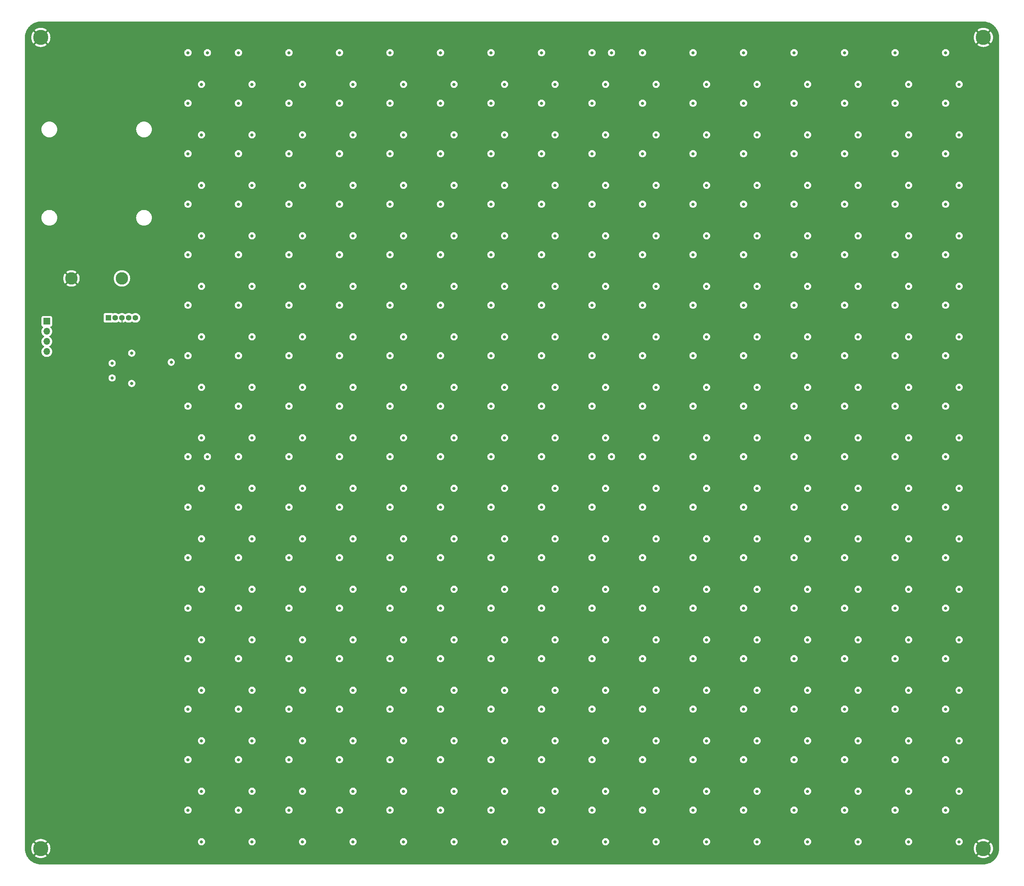
<source format=gbr>
%TF.GenerationSoftware,KiCad,Pcbnew,(7.0.0)*%
%TF.CreationDate,2023-07-18T21:48:05-06:00*%
%TF.ProjectId,led-matrix-v4,6c65642d-6d61-4747-9269-782d76342e6b,0*%
%TF.SameCoordinates,Original*%
%TF.FileFunction,Copper,L3,Inr*%
%TF.FilePolarity,Positive*%
%FSLAX46Y46*%
G04 Gerber Fmt 4.6, Leading zero omitted, Abs format (unit mm)*
G04 Created by KiCad (PCBNEW (7.0.0)) date 2023-07-18 21:48:05*
%MOMM*%
%LPD*%
G01*
G04 APERTURE LIST*
%TA.AperFunction,ComponentPad*%
%ADD10R,1.422400X1.422400*%
%TD*%
%TA.AperFunction,ComponentPad*%
%ADD11C,1.422400*%
%TD*%
%TA.AperFunction,ComponentPad*%
%ADD12R,1.700000X1.700000*%
%TD*%
%TA.AperFunction,ComponentPad*%
%ADD13O,1.700000X1.700000*%
%TD*%
%TA.AperFunction,ComponentPad*%
%ADD14C,3.800000*%
%TD*%
%TA.AperFunction,ComponentPad*%
%ADD15C,3.126000*%
%TD*%
%TA.AperFunction,ViaPad*%
%ADD16C,0.800000*%
%TD*%
%TA.AperFunction,Conductor*%
%ADD17C,0.250000*%
%TD*%
G04 APERTURE END LIST*
D10*
%TO.N,unconnected-(PS1-REMOTE_ON{slash}OFF_CTRL-Pad1)*%
%TO.C,PS1*%
X60999999Y-115524999D03*
D11*
%TO.N,Net-(PS1-+VIN)*%
X62700000Y-115525000D03*
%TO.N,GND*%
X64400000Y-115525000D03*
%TO.N,VDD*%
X66100000Y-115525000D03*
%TO.N,Net-(PS1-OUTPUT_TRIM)*%
X67800000Y-115525000D03*
%TD*%
D12*
%TO.N,Net-(J1-Pin_1)*%
%TO.C,J1*%
X45499999Y-116399999D03*
D13*
%TO.N,Net-(J1-Pin_2)*%
X45499999Y-118939999D03*
%TO.N,Net-(J1-Pin_3)*%
X45499999Y-121479999D03*
%TO.N,Net-(J1-Pin_4)*%
X45499999Y-124019999D03*
%TD*%
D14*
%TO.N,GND*%
%TO.C,REF\u002A\u002A*%
X44000000Y-45000000D03*
%TD*%
%TO.N,GND*%
%TO.C,REF\u002A\u002A*%
X44000000Y-249000000D03*
%TD*%
%TO.N,GND*%
%TO.C,REF\u002A\u002A*%
X281000000Y-45000000D03*
%TD*%
%TO.N,GND*%
%TO.C,REF\u002A\u002A*%
X281000000Y-249000000D03*
%TD*%
D15*
%TO.N,GND*%
%TO.C,BT1*%
X51700000Y-105600000D03*
%TO.N,Net-(PS1-+VIN)*%
X64400000Y-105600000D03*
%TD*%
D16*
%TO.N,VDD*%
X271500000Y-163150000D03*
X131800000Y-150450000D03*
X81000000Y-74250000D03*
X81000000Y-137750000D03*
X106400000Y-201250000D03*
X258800000Y-74250000D03*
X233400000Y-74250000D03*
X131800000Y-163150000D03*
X119100000Y-61550000D03*
X93700000Y-137750000D03*
X157200000Y-213950000D03*
X144500000Y-201250000D03*
X81000000Y-112350000D03*
X220700000Y-239350000D03*
X119100000Y-188550000D03*
X144500000Y-163150000D03*
X131800000Y-86950000D03*
X271500000Y-125050000D03*
X195300000Y-125050000D03*
X246100000Y-175850000D03*
X157200000Y-125050000D03*
X157200000Y-201250000D03*
X195300000Y-74250000D03*
X208000000Y-201250000D03*
X195300000Y-163150000D03*
X119100000Y-213950000D03*
X208000000Y-48850000D03*
X271500000Y-99650000D03*
X93700000Y-226650000D03*
X258800000Y-48850000D03*
X233400000Y-125050000D03*
X220700000Y-150450000D03*
X195300000Y-112350000D03*
X220700000Y-213950000D03*
X169900000Y-48850000D03*
X157200000Y-99650000D03*
X93700000Y-239350000D03*
X169900000Y-137750000D03*
X195300000Y-99650000D03*
X157200000Y-74250000D03*
X182600000Y-74250000D03*
X195300000Y-86950000D03*
X233400000Y-226650000D03*
X93700000Y-61550000D03*
X271500000Y-226650000D03*
X169900000Y-125050000D03*
X169900000Y-99650000D03*
X258800000Y-239350000D03*
X271500000Y-188550000D03*
X182600000Y-99650000D03*
X81000000Y-163150000D03*
X195300000Y-239350000D03*
X246100000Y-99650000D03*
X106400000Y-188550000D03*
X258800000Y-201250000D03*
X144500000Y-99650000D03*
X182600000Y-226650000D03*
X157200000Y-150450000D03*
X119100000Y-74250000D03*
X169900000Y-188550000D03*
X271500000Y-137750000D03*
X233400000Y-163150000D03*
X93700000Y-99650000D03*
X131800000Y-99650000D03*
X106400000Y-150450000D03*
X169900000Y-112350000D03*
X258800000Y-175850000D03*
X106400000Y-48850000D03*
X195300000Y-137750000D03*
X246100000Y-61550000D03*
X144500000Y-175850000D03*
X258800000Y-163150000D03*
X220700000Y-137750000D03*
X119100000Y-112350000D03*
X106400000Y-213950000D03*
X208000000Y-188550000D03*
X106400000Y-99650000D03*
X246100000Y-239350000D03*
X233400000Y-213950000D03*
X119100000Y-125050000D03*
X258800000Y-125050000D03*
X246100000Y-137750000D03*
X144500000Y-213950000D03*
X106400000Y-137750000D03*
X106400000Y-125050000D03*
X233400000Y-112350000D03*
X246100000Y-188550000D03*
X220700000Y-226650000D03*
X106400000Y-163150000D03*
X169900000Y-226650000D03*
X208000000Y-99650000D03*
X258800000Y-226650000D03*
X93700000Y-48850000D03*
X144500000Y-150450000D03*
X182600000Y-61550000D03*
X131800000Y-239350000D03*
X182600000Y-150450000D03*
X144500000Y-188550000D03*
X195300000Y-226650000D03*
X258800000Y-112350000D03*
X169900000Y-175850000D03*
X220700000Y-175850000D03*
X233400000Y-239350000D03*
X246100000Y-112350000D03*
X258800000Y-137750000D03*
X233400000Y-150450000D03*
X271500000Y-48850000D03*
X119100000Y-163150000D03*
X208000000Y-137750000D03*
X271500000Y-201250000D03*
X195300000Y-201250000D03*
X246100000Y-163150000D03*
X131800000Y-188550000D03*
X233400000Y-137750000D03*
X208000000Y-150450000D03*
X157200000Y-86950000D03*
X144500000Y-61550000D03*
X208000000Y-175850000D03*
X93700000Y-74250000D03*
X131800000Y-201250000D03*
X157200000Y-226650000D03*
X182600000Y-213950000D03*
X271500000Y-175850000D03*
X220700000Y-201250000D03*
X131800000Y-226650000D03*
X144500000Y-137750000D03*
X271500000Y-213950000D03*
X81000000Y-226650000D03*
X106400000Y-112350000D03*
X119100000Y-201250000D03*
X182600000Y-239350000D03*
X106400000Y-226650000D03*
X157200000Y-163150000D03*
X93700000Y-150450000D03*
X233400000Y-188550000D03*
X157200000Y-48850000D03*
X119100000Y-99650000D03*
X271500000Y-150450000D03*
X157200000Y-112350000D03*
X195300000Y-48850000D03*
X106400000Y-86950000D03*
X271500000Y-112350000D03*
X182600000Y-112350000D03*
X81000000Y-175850000D03*
X81000000Y-125050000D03*
X233400000Y-99650000D03*
X106400000Y-61550000D03*
X246100000Y-213950000D03*
X258800000Y-86950000D03*
X144500000Y-125050000D03*
X246100000Y-74250000D03*
X144500000Y-112350000D03*
X131800000Y-112350000D03*
X81000000Y-61550000D03*
X182600000Y-125050000D03*
X144500000Y-74250000D03*
X93700000Y-188550000D03*
X271500000Y-86950000D03*
X208000000Y-125050000D03*
X119100000Y-175850000D03*
X258800000Y-99650000D03*
X81000000Y-48850000D03*
X246100000Y-201250000D03*
X169900000Y-86950000D03*
X233400000Y-201250000D03*
X246100000Y-226650000D03*
X81000000Y-213950000D03*
X195300000Y-61550000D03*
X220700000Y-48850000D03*
X119100000Y-137750000D03*
X220700000Y-61550000D03*
X81000000Y-239350000D03*
X157200000Y-137750000D03*
X182600000Y-48850000D03*
X169900000Y-239350000D03*
X119100000Y-226650000D03*
X195300000Y-150450000D03*
X131800000Y-213950000D03*
X271500000Y-61550000D03*
X246100000Y-150450000D03*
X258800000Y-61550000D03*
X93700000Y-86950000D03*
X208000000Y-74250000D03*
X93700000Y-201250000D03*
X208000000Y-213950000D03*
X157200000Y-188550000D03*
X246100000Y-48850000D03*
X233400000Y-48850000D03*
X93700000Y-163150000D03*
X144500000Y-48850000D03*
X246100000Y-86950000D03*
X258800000Y-188550000D03*
X182600000Y-188550000D03*
X195300000Y-188550000D03*
X157200000Y-239350000D03*
X119100000Y-86950000D03*
X182600000Y-86950000D03*
X208000000Y-239350000D03*
X93700000Y-125050000D03*
X93700000Y-175850000D03*
X119100000Y-150450000D03*
X258800000Y-213950000D03*
X182600000Y-137750000D03*
X233400000Y-175850000D03*
X106400000Y-74250000D03*
X208000000Y-112350000D03*
X131800000Y-125050000D03*
X220700000Y-125050000D03*
X220700000Y-188550000D03*
X233400000Y-61550000D03*
X195300000Y-175850000D03*
X131800000Y-175850000D03*
X220700000Y-163150000D03*
X66863800Y-124415000D03*
X182600000Y-175850000D03*
X208000000Y-226650000D03*
X169900000Y-150450000D03*
X93700000Y-112350000D03*
X182600000Y-163150000D03*
X208000000Y-86950000D03*
X169900000Y-74250000D03*
X157200000Y-61550000D03*
X195300000Y-213950000D03*
X93700000Y-213950000D03*
X208000000Y-163150000D03*
X106400000Y-175850000D03*
X144500000Y-86950000D03*
X131800000Y-61550000D03*
X119100000Y-48850000D03*
X233400000Y-86950000D03*
X81000000Y-188550000D03*
X271500000Y-74250000D03*
X169900000Y-163150000D03*
X220700000Y-112350000D03*
X131800000Y-48850000D03*
X220700000Y-86950000D03*
X169900000Y-213950000D03*
X81000000Y-99650000D03*
X144500000Y-239350000D03*
X182600000Y-201250000D03*
X258800000Y-150450000D03*
X157200000Y-175850000D03*
X271500000Y-239350000D03*
X81000000Y-150450000D03*
X81000000Y-201250000D03*
X220700000Y-74250000D03*
X208000000Y-61550000D03*
X169900000Y-201250000D03*
X106400000Y-239350000D03*
X169900000Y-61550000D03*
X220700000Y-99650000D03*
X131800000Y-137750000D03*
X81000000Y-86950000D03*
X119100000Y-239350000D03*
X246100000Y-125050000D03*
X131800000Y-74250000D03*
X144500000Y-226650000D03*
X84400000Y-183800000D03*
X97100000Y-94900000D03*
X160600000Y-145700000D03*
X198700000Y-94900000D03*
X135200000Y-56800000D03*
X84400000Y-196500000D03*
X147900000Y-56800000D03*
X173300000Y-221900000D03*
X160600000Y-158400000D03*
X236800000Y-183800000D03*
X147900000Y-69500000D03*
X274900000Y-82200000D03*
X236800000Y-69500000D03*
X224100000Y-145700000D03*
X186000000Y-69500000D03*
X109800000Y-221900000D03*
X173300000Y-133000000D03*
X198700000Y-196500000D03*
X198700000Y-120300000D03*
X97100000Y-196500000D03*
X224100000Y-133000000D03*
X160600000Y-183800000D03*
X274900000Y-107600000D03*
X186000000Y-82200000D03*
X135200000Y-107600000D03*
X84400000Y-158400000D03*
X135200000Y-120300000D03*
X224100000Y-120300000D03*
X224100000Y-196500000D03*
X109800000Y-171100000D03*
X186000000Y-221900000D03*
X97100000Y-209200000D03*
X211400000Y-107600000D03*
X186000000Y-171100000D03*
X135200000Y-133000000D03*
X262200000Y-107600000D03*
X84400000Y-133000000D03*
X109800000Y-247300000D03*
X173300000Y-94900000D03*
X84400000Y-94900000D03*
X211400000Y-209200000D03*
X186000000Y-209200000D03*
X262200000Y-69500000D03*
X173300000Y-183800000D03*
X249500000Y-234600000D03*
X224100000Y-158400000D03*
X186000000Y-145700000D03*
X147900000Y-183800000D03*
X135200000Y-171100000D03*
X97100000Y-69500000D03*
X262200000Y-196500000D03*
X160600000Y-196500000D03*
X224100000Y-69500000D03*
X236800000Y-209200000D03*
X186000000Y-196500000D03*
X224100000Y-234600000D03*
X262200000Y-56800000D03*
X109800000Y-145700000D03*
X224100000Y-94900000D03*
X262200000Y-234600000D03*
X249500000Y-94900000D03*
X135200000Y-221900000D03*
X160600000Y-221900000D03*
X122500000Y-158400000D03*
X186000000Y-234600000D03*
X274900000Y-171100000D03*
X173300000Y-82200000D03*
X173300000Y-145700000D03*
X84400000Y-107600000D03*
X147900000Y-209200000D03*
X211400000Y-56800000D03*
X186000000Y-158400000D03*
X160600000Y-69500000D03*
X262200000Y-82200000D03*
X211400000Y-196500000D03*
X198700000Y-171100000D03*
X274900000Y-234600000D03*
X122500000Y-145700000D03*
X262200000Y-221900000D03*
X109800000Y-107600000D03*
X122500000Y-120300000D03*
X249500000Y-133000000D03*
X274900000Y-183800000D03*
X97100000Y-171100000D03*
X198700000Y-69500000D03*
X173300000Y-120300000D03*
X249500000Y-221900000D03*
X147900000Y-158400000D03*
X97100000Y-133000000D03*
X274900000Y-133000000D03*
X262200000Y-183800000D03*
X198700000Y-145700000D03*
X109800000Y-234600000D03*
X224100000Y-221900000D03*
X97100000Y-234600000D03*
X173300000Y-196500000D03*
X211400000Y-221900000D03*
X236800000Y-171100000D03*
X84400000Y-234600000D03*
X236800000Y-94900000D03*
X224100000Y-56800000D03*
X135200000Y-145700000D03*
X249500000Y-209200000D03*
X147900000Y-120300000D03*
X198700000Y-234600000D03*
X173300000Y-158400000D03*
X186000000Y-120300000D03*
X198700000Y-133000000D03*
X173300000Y-171100000D03*
X109800000Y-69500000D03*
X224100000Y-209200000D03*
X236800000Y-234600000D03*
X236800000Y-221900000D03*
X147900000Y-196500000D03*
X249500000Y-171100000D03*
X198700000Y-107600000D03*
X135200000Y-82200000D03*
X173300000Y-107600000D03*
X84400000Y-221900000D03*
X122500000Y-133000000D03*
X236800000Y-133000000D03*
X198700000Y-158400000D03*
X122500000Y-82200000D03*
X160600000Y-94900000D03*
X274900000Y-247300000D03*
X97100000Y-107600000D03*
X97100000Y-158400000D03*
X262200000Y-158400000D03*
X224100000Y-82200000D03*
X211400000Y-133000000D03*
X122500000Y-107600000D03*
X122500000Y-171100000D03*
X186000000Y-56800000D03*
X122500000Y-183800000D03*
X249500000Y-69500000D03*
X236800000Y-247300000D03*
X236800000Y-107600000D03*
X211400000Y-94900000D03*
X97100000Y-247300000D03*
X109800000Y-158400000D03*
X109800000Y-196500000D03*
X186000000Y-133000000D03*
X97100000Y-120300000D03*
X262200000Y-145700000D03*
X274900000Y-120300000D03*
X262200000Y-120300000D03*
X109800000Y-120300000D03*
X160600000Y-171100000D03*
X236800000Y-158400000D03*
X211400000Y-183800000D03*
X262200000Y-247300000D03*
X249500000Y-247300000D03*
X135200000Y-158400000D03*
X173300000Y-56800000D03*
X84400000Y-120300000D03*
X147900000Y-107600000D03*
X84400000Y-145700000D03*
X186000000Y-107600000D03*
X147900000Y-234600000D03*
X274900000Y-158400000D03*
X186000000Y-183800000D03*
X198700000Y-247300000D03*
X97100000Y-56800000D03*
X160600000Y-56800000D03*
X122500000Y-196500000D03*
X84400000Y-56800000D03*
X274900000Y-196500000D03*
X122500000Y-56800000D03*
X97100000Y-183800000D03*
X249500000Y-158400000D03*
X274900000Y-94900000D03*
X236800000Y-82200000D03*
X211400000Y-69500000D03*
X262200000Y-133000000D03*
X236800000Y-145700000D03*
X198700000Y-56800000D03*
X274900000Y-221900000D03*
X211400000Y-145700000D03*
X211400000Y-158400000D03*
X249500000Y-56800000D03*
X236800000Y-196500000D03*
X262200000Y-209200000D03*
X147900000Y-171100000D03*
X135200000Y-247300000D03*
X147900000Y-82200000D03*
X211400000Y-234600000D03*
X122500000Y-247300000D03*
X122500000Y-94900000D03*
X224100000Y-171100000D03*
X198700000Y-221900000D03*
X236800000Y-56800000D03*
X122500000Y-234600000D03*
X274900000Y-56800000D03*
X122500000Y-221900000D03*
X135200000Y-94900000D03*
X198700000Y-183800000D03*
X211400000Y-247300000D03*
X198700000Y-82200000D03*
X147900000Y-145700000D03*
X97100000Y-82200000D03*
X224100000Y-107600000D03*
X224100000Y-183800000D03*
X109800000Y-82200000D03*
X160600000Y-133000000D03*
X173300000Y-69500000D03*
X186000000Y-94900000D03*
X109800000Y-56800000D03*
X135200000Y-209200000D03*
X160600000Y-82200000D03*
X249500000Y-183800000D03*
X211400000Y-171100000D03*
X122500000Y-209200000D03*
X109800000Y-133000000D03*
X173300000Y-247300000D03*
X173300000Y-209200000D03*
X135200000Y-196500000D03*
X147900000Y-221900000D03*
X262200000Y-94900000D03*
X109800000Y-94900000D03*
X274900000Y-209200000D03*
X249500000Y-107600000D03*
X274900000Y-69500000D03*
X173300000Y-234600000D03*
X135200000Y-234600000D03*
X249500000Y-82200000D03*
X147900000Y-133000000D03*
X97100000Y-221900000D03*
X249500000Y-145700000D03*
X160600000Y-234600000D03*
X198700000Y-209200000D03*
X160600000Y-107600000D03*
X236800000Y-120300000D03*
X224100000Y-247300000D03*
X274900000Y-145700000D03*
X249500000Y-120300000D03*
X122500000Y-69500000D03*
X160600000Y-120300000D03*
X186000000Y-247300000D03*
X109800000Y-183800000D03*
X135200000Y-69500000D03*
X160600000Y-247300000D03*
X84400000Y-171100000D03*
X84400000Y-247300000D03*
X109800000Y-209200000D03*
X211400000Y-82200000D03*
X84400000Y-82200000D03*
X84400000Y-69500000D03*
X211400000Y-120300000D03*
X84400000Y-209200000D03*
X160600000Y-209200000D03*
X147900000Y-247300000D03*
X135200000Y-183800000D03*
X262200000Y-171100000D03*
X147900000Y-94900000D03*
X97100000Y-145700000D03*
X249500000Y-196500000D03*
%TO.N,GND*%
X174800000Y-64850000D03*
X63900000Y-132775500D03*
X149400000Y-179150000D03*
X276400000Y-64850000D03*
X162100000Y-90300000D03*
X98600000Y-115650000D03*
X111300000Y-102900000D03*
X85900000Y-64850000D03*
X251000000Y-115650000D03*
X263700000Y-77550000D03*
X85900000Y-115650000D03*
X212900000Y-191850000D03*
X187500000Y-77550000D03*
X149400000Y-153750000D03*
X136700000Y-115650000D03*
X276400000Y-153750000D03*
X111300000Y-153750000D03*
X124000000Y-128350000D03*
X98600000Y-204550000D03*
X251000000Y-204550000D03*
X263700000Y-229950000D03*
X251000000Y-64850000D03*
X162100000Y-242650000D03*
X124000000Y-90300000D03*
X187500000Y-52150000D03*
X238300000Y-102950000D03*
X111300000Y-166450000D03*
X98600000Y-191850000D03*
X251000000Y-128350000D03*
X149400000Y-102900000D03*
X162100000Y-102900000D03*
X98600000Y-64850000D03*
X263700000Y-217250000D03*
X124000000Y-102900000D03*
X212900000Y-204550000D03*
X187500000Y-204550000D03*
X85900000Y-166450000D03*
X149400000Y-217250000D03*
X85900000Y-128350000D03*
X251000000Y-229950000D03*
X111300000Y-90300000D03*
X263700000Y-52150000D03*
X263700000Y-128350000D03*
X212900000Y-115650000D03*
X174800000Y-153750000D03*
X136700000Y-204550000D03*
X200200000Y-191850000D03*
X200200000Y-64850000D03*
X212900000Y-141050000D03*
X251000000Y-141050000D03*
X263700000Y-141050000D03*
X98600000Y-242650000D03*
X225600000Y-229950000D03*
X162100000Y-115650000D03*
X212900000Y-52150000D03*
X200200000Y-52150000D03*
X187500000Y-217250000D03*
X238300000Y-166450000D03*
X98600000Y-102900000D03*
X251000000Y-77550000D03*
X187500000Y-64850000D03*
X174800000Y-204550000D03*
X276400000Y-128350000D03*
X225600000Y-204550000D03*
X162100000Y-64850000D03*
X85900000Y-229950000D03*
X124000000Y-153750000D03*
X124000000Y-166450000D03*
X124000000Y-77600000D03*
X98600000Y-141050000D03*
X238300000Y-77550000D03*
X200200000Y-204550000D03*
X187500000Y-128350000D03*
X124000000Y-64850000D03*
X251000000Y-90250000D03*
X225600000Y-128350000D03*
X98600000Y-229950000D03*
X149400000Y-90300000D03*
X162100000Y-191850000D03*
X225600000Y-64850000D03*
X124000000Y-217250000D03*
X263700000Y-102950000D03*
X149400000Y-242650000D03*
X174800000Y-77600000D03*
X136700000Y-64850000D03*
X212900000Y-153750000D03*
X98600000Y-179150000D03*
X85900000Y-90300000D03*
X98600000Y-77600000D03*
X136700000Y-141050000D03*
X149400000Y-166450000D03*
X162100000Y-128350000D03*
X225600000Y-102950000D03*
X136700000Y-77600000D03*
X124000000Y-141050000D03*
X174800000Y-191850000D03*
X187500000Y-166450000D03*
X200200000Y-166450000D03*
X200200000Y-90250000D03*
X200200000Y-242650000D03*
X276400000Y-115650000D03*
X174800000Y-52150000D03*
X162100000Y-77600000D03*
X200200000Y-179150000D03*
X276400000Y-102950000D03*
X174800000Y-242650000D03*
X85900000Y-102900000D03*
X238300000Y-115650000D03*
X111300000Y-141050000D03*
X111300000Y-242650000D03*
X98600000Y-153750000D03*
X276400000Y-77550000D03*
X276400000Y-52150000D03*
X263700000Y-166450000D03*
X162100000Y-153750000D03*
X225600000Y-141050000D03*
X149400000Y-115650000D03*
X85900000Y-179150000D03*
X225600000Y-90250000D03*
X85900000Y-191850000D03*
X276400000Y-141050000D03*
X162100000Y-179150000D03*
X187500000Y-153750000D03*
X174800000Y-217250000D03*
X111300000Y-229950000D03*
X276400000Y-166450000D03*
X149400000Y-77600000D03*
X162100000Y-204550000D03*
X251000000Y-242650000D03*
X187500000Y-229950000D03*
X263700000Y-115650000D03*
X238300000Y-242650000D03*
X85900000Y-52150000D03*
X212900000Y-128350000D03*
X225600000Y-153750000D03*
X276400000Y-90250000D03*
X98600000Y-217250000D03*
X200200000Y-128350000D03*
X225600000Y-242650000D03*
X200200000Y-102950000D03*
X212900000Y-102950000D03*
X174800000Y-102900000D03*
X251000000Y-102950000D03*
X225600000Y-166450000D03*
X111300000Y-204550000D03*
X174800000Y-128350000D03*
X225600000Y-191850000D03*
X98600000Y-52150000D03*
X111300000Y-217250000D03*
X98600000Y-166450000D03*
X238300000Y-229950000D03*
X225600000Y-179150000D03*
X111300000Y-128350000D03*
X187500000Y-242650000D03*
X85900000Y-204550000D03*
X200200000Y-115650000D03*
X111300000Y-115650000D03*
X263700000Y-90250000D03*
X276400000Y-179150000D03*
X149400000Y-204550000D03*
X187500000Y-191850000D03*
X111300000Y-179150000D03*
X174800000Y-166450000D03*
X111300000Y-191850000D03*
X124000000Y-115650000D03*
X238300000Y-141050000D03*
X136700000Y-128350000D03*
X251000000Y-217250000D03*
X136700000Y-179150000D03*
X276400000Y-229950000D03*
X225600000Y-77550000D03*
X149400000Y-229950000D03*
X251000000Y-166450000D03*
X276400000Y-217250000D03*
X263700000Y-242650000D03*
X212900000Y-77550000D03*
X85900000Y-141050000D03*
X200200000Y-153750000D03*
X63487500Y-122125000D03*
X85900000Y-153750000D03*
X85900000Y-242650000D03*
X187500000Y-90250000D03*
X187500000Y-141050000D03*
X238300000Y-153750000D03*
X136700000Y-102900000D03*
X124000000Y-204550000D03*
X174800000Y-229950000D03*
X212900000Y-179150000D03*
X136700000Y-166450000D03*
X238300000Y-128350000D03*
X251000000Y-52150000D03*
X276400000Y-242650000D03*
X251000000Y-191850000D03*
X85900000Y-77600000D03*
X149400000Y-52150000D03*
X263700000Y-64850000D03*
X162100000Y-141050000D03*
X136700000Y-90300000D03*
X124000000Y-191850000D03*
X174800000Y-179150000D03*
X187500000Y-102950000D03*
X276400000Y-191850000D03*
X276400000Y-204550000D03*
X136700000Y-191850000D03*
X162100000Y-217250000D03*
X212900000Y-229950000D03*
X124000000Y-52150000D03*
X200200000Y-229950000D03*
X225600000Y-115650000D03*
X212900000Y-242650000D03*
X162100000Y-52150000D03*
X162100000Y-229950000D03*
X225600000Y-217250000D03*
X136700000Y-242650000D03*
X263700000Y-179150000D03*
X238300000Y-204550000D03*
X251000000Y-179150000D03*
X111300000Y-77600000D03*
X225600000Y-52150000D03*
X212900000Y-217250000D03*
X263700000Y-204550000D03*
X212900000Y-64850000D03*
X238300000Y-52150000D03*
X238300000Y-217250000D03*
X124000000Y-179150000D03*
X111300000Y-52150000D03*
X162100000Y-166450000D03*
X200200000Y-77550000D03*
X149400000Y-141050000D03*
X263700000Y-191850000D03*
X124000000Y-229950000D03*
X174800000Y-115650000D03*
X174800000Y-90300000D03*
X98600000Y-128350000D03*
X238300000Y-64850000D03*
X136700000Y-229950000D03*
X212900000Y-90250000D03*
X200200000Y-141050000D03*
X238300000Y-90250000D03*
X200200000Y-217250000D03*
X111300000Y-64850000D03*
X136700000Y-153750000D03*
X238300000Y-179150000D03*
X212900000Y-166450000D03*
X187500000Y-115650000D03*
X149400000Y-128350000D03*
X98600000Y-90300000D03*
X174800000Y-141050000D03*
X149400000Y-64850000D03*
X251000000Y-153750000D03*
X85900000Y-217250000D03*
X263700000Y-153750000D03*
X238300000Y-191850000D03*
X149400000Y-191850000D03*
X124000000Y-242650000D03*
X136700000Y-217250000D03*
X136700000Y-52150000D03*
X187500000Y-179150000D03*
X260300000Y-234600000D03*
X82500000Y-145700000D03*
X171400000Y-183800000D03*
X260300000Y-145700000D03*
X184100000Y-56800000D03*
X234900000Y-120300000D03*
X133300000Y-158400000D03*
X196800000Y-221900000D03*
X107900000Y-120300000D03*
X196800000Y-145700000D03*
X133300000Y-234600000D03*
X107900000Y-145700000D03*
X247600000Y-56800000D03*
X196800000Y-82200000D03*
X133300000Y-56800000D03*
X120600000Y-82200000D03*
X120600000Y-145700000D03*
X260300000Y-209200000D03*
X247600000Y-69500000D03*
X184100000Y-107600000D03*
X146000000Y-145700000D03*
X196800000Y-209200000D03*
X133300000Y-183800000D03*
X171400000Y-196500000D03*
X260300000Y-247300000D03*
X82500000Y-171100000D03*
X133300000Y-69500000D03*
X171400000Y-120300000D03*
X107900000Y-133000000D03*
X273000000Y-209200000D03*
X82500000Y-107600000D03*
X171400000Y-171100000D03*
X95200000Y-56800000D03*
X82500000Y-94900000D03*
X196800000Y-234600000D03*
X82500000Y-183800000D03*
X222200000Y-221900000D03*
X273000000Y-183800000D03*
X184100000Y-183800000D03*
X209500000Y-82200000D03*
X260300000Y-171100000D03*
X273000000Y-145700000D03*
X209500000Y-107600000D03*
X222200000Y-107600000D03*
X146000000Y-234600000D03*
X196800000Y-158400000D03*
X196800000Y-107600000D03*
X82500000Y-120300000D03*
X107900000Y-107600000D03*
X209500000Y-234600000D03*
X273000000Y-158400000D03*
X158700000Y-158400000D03*
X146000000Y-209200000D03*
X158700000Y-133000000D03*
X247600000Y-171100000D03*
X247600000Y-133000000D03*
X82500000Y-56800000D03*
X133300000Y-107600000D03*
X107900000Y-82200000D03*
X260300000Y-158400000D03*
X273000000Y-56800000D03*
X222200000Y-69500000D03*
X196800000Y-183800000D03*
X120600000Y-158400000D03*
X171400000Y-69500000D03*
X146000000Y-69500000D03*
X95200000Y-107600000D03*
X107900000Y-94900000D03*
X95200000Y-158400000D03*
X260300000Y-221900000D03*
X133300000Y-145700000D03*
X158700000Y-120300000D03*
X184100000Y-82200000D03*
X222200000Y-82200000D03*
X146000000Y-158400000D03*
X82500000Y-133000000D03*
X95200000Y-234600000D03*
X120600000Y-69500000D03*
X234900000Y-133000000D03*
X196800000Y-94900000D03*
X95200000Y-247300000D03*
X82500000Y-158400000D03*
X260300000Y-107600000D03*
X196800000Y-133000000D03*
X95200000Y-183800000D03*
X120600000Y-183800000D03*
X247600000Y-158400000D03*
X273000000Y-247300000D03*
X209500000Y-221900000D03*
X82500000Y-82200000D03*
X234900000Y-158400000D03*
X234900000Y-94900000D03*
X196800000Y-120300000D03*
X158700000Y-171100000D03*
X184100000Y-171100000D03*
X273000000Y-196500000D03*
X146000000Y-56800000D03*
X133300000Y-120300000D03*
X82500000Y-221900000D03*
X234900000Y-209200000D03*
X146000000Y-133000000D03*
X146000000Y-107600000D03*
X146000000Y-183800000D03*
X234900000Y-82200000D03*
X273000000Y-69500000D03*
X273000000Y-234600000D03*
X120600000Y-196500000D03*
X184100000Y-120300000D03*
X234900000Y-69500000D03*
X273000000Y-133000000D03*
X95200000Y-120300000D03*
X209500000Y-171100000D03*
X184100000Y-133000000D03*
X82500000Y-234600000D03*
X158700000Y-94900000D03*
X158700000Y-196500000D03*
X95200000Y-145700000D03*
X184100000Y-94900000D03*
X247600000Y-120300000D03*
X222200000Y-247300000D03*
X222200000Y-209200000D03*
X107900000Y-171100000D03*
X120600000Y-234600000D03*
X184100000Y-69500000D03*
X209500000Y-196500000D03*
X222200000Y-171100000D03*
X82500000Y-247300000D03*
X247600000Y-247300000D03*
X158700000Y-221900000D03*
X247600000Y-209200000D03*
X107900000Y-234600000D03*
X209500000Y-183800000D03*
X133300000Y-209200000D03*
X222200000Y-183800000D03*
X158700000Y-209200000D03*
X247600000Y-82200000D03*
X171400000Y-247300000D03*
X107900000Y-209200000D03*
X273000000Y-107600000D03*
X184100000Y-234600000D03*
X234900000Y-145700000D03*
X222200000Y-120300000D03*
X184100000Y-196500000D03*
X120600000Y-56800000D03*
X146000000Y-221900000D03*
X158700000Y-183800000D03*
X234900000Y-221900000D03*
X247600000Y-183800000D03*
X184100000Y-221900000D03*
X209500000Y-94900000D03*
X222200000Y-234600000D03*
X120600000Y-247300000D03*
X107900000Y-221900000D03*
X95200000Y-221900000D03*
X171400000Y-234600000D03*
X107900000Y-56800000D03*
X247600000Y-196500000D03*
X95200000Y-196500000D03*
X222200000Y-196500000D03*
X146000000Y-171100000D03*
X120600000Y-171100000D03*
X133300000Y-133000000D03*
X209500000Y-56800000D03*
X260300000Y-183800000D03*
X260300000Y-120300000D03*
X158700000Y-107600000D03*
X196800000Y-171100000D03*
X234900000Y-234600000D03*
X107900000Y-158400000D03*
X260300000Y-56800000D03*
X158700000Y-145700000D03*
X184100000Y-145700000D03*
X95200000Y-94900000D03*
X120600000Y-94900000D03*
X222200000Y-133000000D03*
X133300000Y-94900000D03*
X171400000Y-209200000D03*
X133300000Y-221900000D03*
X146000000Y-120300000D03*
X95200000Y-82200000D03*
X247600000Y-221900000D03*
X247600000Y-234600000D03*
X184100000Y-247300000D03*
X158700000Y-234600000D03*
X196800000Y-69500000D03*
X260300000Y-196500000D03*
X260300000Y-69500000D03*
X82500000Y-209200000D03*
X209500000Y-120300000D03*
X196800000Y-196500000D03*
X260300000Y-82200000D03*
X247600000Y-145700000D03*
X222200000Y-56800000D03*
X222200000Y-145700000D03*
X273000000Y-120300000D03*
X120600000Y-120300000D03*
X133300000Y-171100000D03*
X209500000Y-247300000D03*
X260300000Y-133000000D03*
X247600000Y-94900000D03*
X158700000Y-82200000D03*
X133300000Y-82200000D03*
X158700000Y-69500000D03*
X107900000Y-196500000D03*
X133300000Y-247300000D03*
X120600000Y-209200000D03*
X120600000Y-221900000D03*
X146000000Y-82200000D03*
X171400000Y-145700000D03*
X82500000Y-196500000D03*
X107900000Y-69500000D03*
X273000000Y-94900000D03*
X95200000Y-171100000D03*
X234900000Y-107600000D03*
X146000000Y-247300000D03*
X171400000Y-94900000D03*
X209500000Y-69500000D03*
X171400000Y-158400000D03*
X222200000Y-94900000D03*
X95200000Y-69500000D03*
X146000000Y-94900000D03*
X158700000Y-56800000D03*
X209500000Y-145700000D03*
X247600000Y-107600000D03*
X234900000Y-196500000D03*
X234900000Y-171100000D03*
X273000000Y-82200000D03*
X234900000Y-247300000D03*
X120600000Y-107600000D03*
X171400000Y-107600000D03*
X222200000Y-158400000D03*
X82500000Y-69500000D03*
X95200000Y-133000000D03*
X171400000Y-221900000D03*
X171400000Y-56800000D03*
X107900000Y-247300000D03*
X209500000Y-133000000D03*
X171400000Y-133000000D03*
X133300000Y-196500000D03*
X209500000Y-209200000D03*
X209500000Y-158400000D03*
X260300000Y-94900000D03*
X171400000Y-82200000D03*
X234900000Y-56800000D03*
X184100000Y-158400000D03*
X196800000Y-247300000D03*
X273000000Y-221900000D03*
X196800000Y-56800000D03*
X234900000Y-183800000D03*
X146000000Y-196500000D03*
X158700000Y-247300000D03*
X120600000Y-133000000D03*
X95200000Y-209200000D03*
X107900000Y-183800000D03*
X273000000Y-171100000D03*
X184100000Y-209200000D03*
%TO.N,Net-(D1-DIN)*%
X85900000Y-48850000D03*
X61936200Y-126955000D03*
%TO.N,Net-(D65-DIN)*%
X61936200Y-130644900D03*
X85900000Y-150450000D03*
%TO.N,Net-(D129-DIN)*%
X187500000Y-48850000D03*
X66863800Y-132035000D03*
%TO.N,Net-(D193-DIN)*%
X76800000Y-126700000D03*
X187500000Y-150450000D03*
%TD*%
D17*
%TO.N,GND*%
X124000000Y-52150000D02*
X124150000Y-52300000D01*
X149400000Y-52150000D02*
X149450000Y-52200000D01*
X85900000Y-52150000D02*
X85950000Y-52200000D01*
X64400000Y-121212500D02*
X63487500Y-122125000D01*
X64400000Y-115525000D02*
X64400000Y-121212500D01*
X63462500Y-122100000D02*
X63487500Y-122125000D01*
X98600000Y-52150000D02*
X98750000Y-52300000D01*
X136700000Y-52150000D02*
X136750000Y-52100000D01*
%TD*%
%TA.AperFunction,Conductor*%
%TO.N,GND*%
G36*
X280974427Y-41000631D02*
G01*
X281144379Y-41008488D01*
X281341364Y-41018164D01*
X281352377Y-41019201D01*
X281534790Y-41044645D01*
X281535063Y-41044685D01*
X281718842Y-41071944D01*
X281728974Y-41073884D01*
X281910050Y-41116472D01*
X281910059Y-41116474D01*
X281911797Y-41116896D01*
X281998963Y-41138729D01*
X282089425Y-41161388D01*
X282098671Y-41164090D01*
X282275982Y-41223518D01*
X282278296Y-41224320D01*
X282449798Y-41285683D01*
X282458083Y-41288989D01*
X282629652Y-41364743D01*
X282632493Y-41366042D01*
X282796685Y-41443698D01*
X282803988Y-41447454D01*
X282867216Y-41482672D01*
X282968008Y-41538812D01*
X282971417Y-41540782D01*
X283126945Y-41634001D01*
X283133263Y-41638053D01*
X283288283Y-41744244D01*
X283292046Y-41746927D01*
X283437583Y-41854864D01*
X283442932Y-41859063D01*
X283587568Y-41979166D01*
X283591555Y-41982626D01*
X283725781Y-42104279D01*
X283730165Y-42108453D01*
X283789900Y-42168188D01*
X283863116Y-42241404D01*
X283867312Y-42245811D01*
X283867316Y-42245815D01*
X283988954Y-42380022D01*
X283992395Y-42383986D01*
X284112547Y-42528680D01*
X284116708Y-42533980D01*
X284224641Y-42679509D01*
X284227333Y-42683286D01*
X284333533Y-42838318D01*
X284337592Y-42844646D01*
X284430806Y-43000164D01*
X284432777Y-43003574D01*
X284524125Y-43167574D01*
X284527890Y-43174896D01*
X284605533Y-43339056D01*
X284606873Y-43341987D01*
X284682594Y-43513479D01*
X284685912Y-43521791D01*
X284747236Y-43693181D01*
X284748056Y-43695548D01*
X284807497Y-43872892D01*
X284810209Y-43882170D01*
X284854692Y-44059758D01*
X284855114Y-44061497D01*
X284897700Y-44242562D01*
X284899652Y-44252756D01*
X284926859Y-44436160D01*
X284927012Y-44437225D01*
X284952392Y-44619168D01*
X284953432Y-44630224D01*
X284963340Y-44832213D01*
X284963251Y-44832217D01*
X284963358Y-44832561D01*
X284970941Y-44996565D01*
X284971073Y-45002292D01*
X284971073Y-248997128D01*
X284970941Y-249002855D01*
X284963102Y-249172404D01*
X284963085Y-249172761D01*
X284953407Y-249369765D01*
X284952367Y-249380813D01*
X284926983Y-249562780D01*
X284926830Y-249563843D01*
X284899626Y-249747238D01*
X284897674Y-249757433D01*
X284855093Y-249938476D01*
X284854671Y-249940216D01*
X284810181Y-250117828D01*
X284807469Y-250127104D01*
X284748038Y-250304422D01*
X284747217Y-250306791D01*
X284685886Y-250478198D01*
X284682569Y-250486509D01*
X284606863Y-250657967D01*
X284605524Y-250660898D01*
X284527862Y-250825100D01*
X284524096Y-250832423D01*
X284432750Y-250996418D01*
X284430779Y-250999827D01*
X284337562Y-251155350D01*
X284333503Y-251161678D01*
X284227345Y-251316648D01*
X284224644Y-251320437D01*
X284116698Y-251465986D01*
X284112497Y-251471338D01*
X283992421Y-251615938D01*
X283988902Y-251619993D01*
X283867294Y-251754167D01*
X283863097Y-251758576D01*
X283730151Y-251891520D01*
X283725743Y-251895716D01*
X283591577Y-252017317D01*
X283587520Y-252020837D01*
X283442909Y-252140919D01*
X283437560Y-252145119D01*
X283292034Y-252253048D01*
X283288243Y-252255750D01*
X283133259Y-252361915D01*
X283126931Y-252365973D01*
X282971377Y-252459208D01*
X282967967Y-252461180D01*
X282803994Y-252552511D01*
X282796672Y-252556276D01*
X282632506Y-252633920D01*
X282629575Y-252635260D01*
X282458096Y-252710974D01*
X282449785Y-252714291D01*
X282278300Y-252775648D01*
X282275932Y-252776468D01*
X282098682Y-252835876D01*
X282089405Y-252838588D01*
X281911827Y-252883068D01*
X281910086Y-252883491D01*
X281728999Y-252926080D01*
X281718805Y-252928031D01*
X281535442Y-252955230D01*
X281534379Y-252955383D01*
X281352356Y-252980773D01*
X281341317Y-252981812D01*
X281149923Y-252991227D01*
X281149557Y-252991245D01*
X280973844Y-252999368D01*
X280968118Y-252999500D01*
X44002872Y-252999500D01*
X43997145Y-252999368D01*
X43992305Y-252999144D01*
X43827423Y-252991520D01*
X43827067Y-252991503D01*
X43630232Y-252981834D01*
X43619184Y-252980794D01*
X43437218Y-252955410D01*
X43436156Y-252955257D01*
X43252758Y-252928053D01*
X43242562Y-252926101D01*
X43061543Y-252883526D01*
X43059803Y-252883104D01*
X42882157Y-252838606D01*
X42872881Y-252835894D01*
X42695634Y-252776487D01*
X42693265Y-252775666D01*
X42521791Y-252714311D01*
X42513479Y-252710994D01*
X42342018Y-252635286D01*
X42339089Y-252633947D01*
X42174896Y-252556291D01*
X42167573Y-252552525D01*
X42003563Y-252461171D01*
X42000153Y-252459200D01*
X41980648Y-252447509D01*
X41844645Y-252365992D01*
X41838328Y-252361940D01*
X41683299Y-252255742D01*
X41679509Y-252253041D01*
X41534000Y-252145124D01*
X41528684Y-252140951D01*
X41383998Y-252020805D01*
X41380045Y-252017375D01*
X41245795Y-251895698D01*
X41241408Y-251891520D01*
X41108478Y-251758590D01*
X41104303Y-251754206D01*
X40982617Y-251619947D01*
X40979200Y-251616009D01*
X40859040Y-251471305D01*
X40854882Y-251466009D01*
X40746935Y-251320459D01*
X40744256Y-251316699D01*
X40646504Y-251174000D01*
X40638055Y-251161665D01*
X40634017Y-251155371D01*
X40540777Y-250999810D01*
X40538827Y-250996435D01*
X40512258Y-250948735D01*
X40466566Y-250866704D01*
X42490167Y-250866704D01*
X42497438Y-250874887D01*
X42708320Y-251028102D01*
X42714891Y-251032272D01*
X42972694Y-251174000D01*
X42979733Y-251177313D01*
X43253270Y-251285613D01*
X43260665Y-251288016D01*
X43545625Y-251361182D01*
X43553256Y-251362637D01*
X43845140Y-251399511D01*
X43852899Y-251400000D01*
X44147101Y-251400000D01*
X44154859Y-251399511D01*
X44446743Y-251362637D01*
X44454374Y-251361182D01*
X44739334Y-251288016D01*
X44746729Y-251285613D01*
X45020266Y-251177313D01*
X45027305Y-251174000D01*
X45285108Y-251032272D01*
X45291678Y-251028102D01*
X45502560Y-250874887D01*
X45509831Y-250866704D01*
X279490167Y-250866704D01*
X279497438Y-250874887D01*
X279708320Y-251028102D01*
X279714891Y-251032272D01*
X279972694Y-251174000D01*
X279979733Y-251177313D01*
X280253270Y-251285613D01*
X280260665Y-251288016D01*
X280545625Y-251361182D01*
X280553256Y-251362637D01*
X280845140Y-251399511D01*
X280852899Y-251400000D01*
X281147101Y-251400000D01*
X281154859Y-251399511D01*
X281446743Y-251362637D01*
X281454374Y-251361182D01*
X281739334Y-251288016D01*
X281746729Y-251285613D01*
X282020266Y-251177313D01*
X282027305Y-251174000D01*
X282285108Y-251032272D01*
X282291678Y-251028102D01*
X282502560Y-250874887D01*
X282509831Y-250866704D01*
X282503927Y-250857480D01*
X281011542Y-249365095D01*
X281000000Y-249358431D01*
X280988457Y-249365095D01*
X279496071Y-250857480D01*
X279490167Y-250866704D01*
X45509831Y-250866704D01*
X45503927Y-250857480D01*
X44011542Y-249365095D01*
X44000000Y-249358431D01*
X43988457Y-249365095D01*
X42496071Y-250857480D01*
X42490167Y-250866704D01*
X40466566Y-250866704D01*
X40447465Y-250832411D01*
X40443715Y-250825119D01*
X40406892Y-250747263D01*
X40366051Y-250660909D01*
X40364712Y-250657980D01*
X40289004Y-250486519D01*
X40285692Y-250478220D01*
X40224292Y-250306618D01*
X40223550Y-250304478D01*
X40164096Y-250127091D01*
X40161401Y-250117874D01*
X40116852Y-249940023D01*
X40116510Y-249938614D01*
X40073892Y-249757413D01*
X40071949Y-249747261D01*
X40044732Y-249563781D01*
X40044588Y-249562780D01*
X40019201Y-249380787D01*
X40018166Y-249369795D01*
X40008480Y-249172611D01*
X40000680Y-249003894D01*
X41595500Y-249003894D01*
X41613972Y-249297500D01*
X41614946Y-249305220D01*
X41670073Y-249594206D01*
X41672009Y-249601745D01*
X41762921Y-249881541D01*
X41765781Y-249888765D01*
X41891050Y-250154976D01*
X41894792Y-250161782D01*
X42052430Y-250410181D01*
X42057006Y-250416479D01*
X42124273Y-250497790D01*
X42135575Y-250505558D01*
X42147557Y-250498888D01*
X43634904Y-249011542D01*
X43641568Y-249000000D01*
X44358431Y-249000000D01*
X44365095Y-249011542D01*
X45852441Y-250498888D01*
X45864424Y-250505558D01*
X45875723Y-250497793D01*
X45942997Y-250416474D01*
X45947568Y-250410182D01*
X46105207Y-250161782D01*
X46108949Y-250154976D01*
X46234218Y-249888765D01*
X46237078Y-249881541D01*
X46327990Y-249601745D01*
X46329926Y-249594206D01*
X46385053Y-249305220D01*
X46386027Y-249297500D01*
X46404500Y-249003894D01*
X278595500Y-249003894D01*
X278613972Y-249297500D01*
X278614946Y-249305220D01*
X278670073Y-249594206D01*
X278672009Y-249601745D01*
X278762921Y-249881541D01*
X278765781Y-249888765D01*
X278891050Y-250154976D01*
X278894792Y-250161782D01*
X279052430Y-250410181D01*
X279057006Y-250416479D01*
X279124273Y-250497790D01*
X279135575Y-250505558D01*
X279147557Y-250498888D01*
X280634904Y-249011542D01*
X280641568Y-248999999D01*
X281358431Y-248999999D01*
X281365095Y-249011542D01*
X282852441Y-250498888D01*
X282864424Y-250505558D01*
X282875723Y-250497793D01*
X282942997Y-250416474D01*
X282947568Y-250410182D01*
X283105207Y-250161782D01*
X283108949Y-250154976D01*
X283234218Y-249888765D01*
X283237078Y-249881541D01*
X283327990Y-249601745D01*
X283329926Y-249594206D01*
X283385053Y-249305220D01*
X283386027Y-249297500D01*
X283404500Y-249003894D01*
X283404500Y-248996106D01*
X283386027Y-248702499D01*
X283385053Y-248694779D01*
X283329926Y-248405793D01*
X283327990Y-248398254D01*
X283237078Y-248118458D01*
X283234218Y-248111234D01*
X283108949Y-247845023D01*
X283105207Y-247838217D01*
X282947569Y-247589818D01*
X282942993Y-247583520D01*
X282875725Y-247502208D01*
X282864423Y-247494440D01*
X282852441Y-247501110D01*
X281365095Y-248988457D01*
X281358431Y-248999999D01*
X280641568Y-248999999D01*
X280634904Y-248988457D01*
X279147558Y-247501111D01*
X279135574Y-247494441D01*
X279124273Y-247502208D01*
X279057001Y-247583526D01*
X279052434Y-247589812D01*
X278894792Y-247838217D01*
X278891050Y-247845023D01*
X278765781Y-248111234D01*
X278762921Y-248118458D01*
X278672009Y-248398254D01*
X278670073Y-248405793D01*
X278614946Y-248694779D01*
X278613972Y-248702499D01*
X278595500Y-248996106D01*
X278595500Y-249003894D01*
X46404500Y-249003894D01*
X46404500Y-248996106D01*
X46386027Y-248702499D01*
X46385053Y-248694779D01*
X46329926Y-248405793D01*
X46327990Y-248398254D01*
X46237078Y-248118458D01*
X46234218Y-248111234D01*
X46108949Y-247845023D01*
X46105207Y-247838217D01*
X45947569Y-247589818D01*
X45942993Y-247583520D01*
X45875725Y-247502208D01*
X45864423Y-247494440D01*
X45852441Y-247501110D01*
X44365095Y-248988457D01*
X44358431Y-249000000D01*
X43641568Y-249000000D01*
X43634904Y-248988457D01*
X42147558Y-247501111D01*
X42135574Y-247494441D01*
X42124273Y-247502208D01*
X42057001Y-247583526D01*
X42052434Y-247589812D01*
X41894792Y-247838217D01*
X41891050Y-247845023D01*
X41765781Y-248111234D01*
X41762921Y-248118458D01*
X41672009Y-248398254D01*
X41670073Y-248405793D01*
X41614946Y-248694779D01*
X41613972Y-248702499D01*
X41595500Y-248996106D01*
X41595500Y-249003894D01*
X40000680Y-249003894D01*
X40000632Y-249002854D01*
X40000500Y-248997128D01*
X40000500Y-247133295D01*
X42490167Y-247133295D01*
X42496073Y-247142520D01*
X43988457Y-248634904D01*
X44000000Y-248641568D01*
X44011542Y-248634904D01*
X45346445Y-247300000D01*
X83494540Y-247300000D01*
X83495219Y-247306460D01*
X83513646Y-247481795D01*
X83513647Y-247481803D01*
X83514326Y-247488256D01*
X83516331Y-247494428D01*
X83516333Y-247494435D01*
X83570813Y-247662105D01*
X83572821Y-247668284D01*
X83667467Y-247832216D01*
X83671811Y-247837041D01*
X83671813Y-247837043D01*
X83789779Y-247968057D01*
X83794129Y-247972888D01*
X83947270Y-248084151D01*
X84120197Y-248161144D01*
X84305354Y-248200500D01*
X84488143Y-248200500D01*
X84494646Y-248200500D01*
X84679803Y-248161144D01*
X84852730Y-248084151D01*
X85005871Y-247972888D01*
X85132533Y-247832216D01*
X85227179Y-247668284D01*
X85285674Y-247488256D01*
X85305460Y-247300000D01*
X96194540Y-247300000D01*
X96195219Y-247306460D01*
X96213646Y-247481795D01*
X96213647Y-247481803D01*
X96214326Y-247488256D01*
X96216331Y-247494428D01*
X96216333Y-247494435D01*
X96270813Y-247662105D01*
X96272821Y-247668284D01*
X96367467Y-247832216D01*
X96371811Y-247837041D01*
X96371813Y-247837043D01*
X96489779Y-247968057D01*
X96494129Y-247972888D01*
X96647270Y-248084151D01*
X96820197Y-248161144D01*
X97005354Y-248200500D01*
X97188143Y-248200500D01*
X97194646Y-248200500D01*
X97379803Y-248161144D01*
X97552730Y-248084151D01*
X97705871Y-247972888D01*
X97832533Y-247832216D01*
X97927179Y-247668284D01*
X97985674Y-247488256D01*
X98005460Y-247300000D01*
X108894540Y-247300000D01*
X108895219Y-247306460D01*
X108913646Y-247481795D01*
X108913647Y-247481803D01*
X108914326Y-247488256D01*
X108916331Y-247494428D01*
X108916333Y-247494435D01*
X108970813Y-247662105D01*
X108972821Y-247668284D01*
X109067467Y-247832216D01*
X109071811Y-247837041D01*
X109071813Y-247837043D01*
X109189779Y-247968057D01*
X109194129Y-247972888D01*
X109347270Y-248084151D01*
X109520197Y-248161144D01*
X109705354Y-248200500D01*
X109888143Y-248200500D01*
X109894646Y-248200500D01*
X110079803Y-248161144D01*
X110252730Y-248084151D01*
X110405871Y-247972888D01*
X110532533Y-247832216D01*
X110627179Y-247668284D01*
X110685674Y-247488256D01*
X110705460Y-247300000D01*
X121594540Y-247300000D01*
X121595219Y-247306460D01*
X121613646Y-247481795D01*
X121613647Y-247481803D01*
X121614326Y-247488256D01*
X121616331Y-247494428D01*
X121616333Y-247494435D01*
X121670813Y-247662105D01*
X121672821Y-247668284D01*
X121767467Y-247832216D01*
X121771811Y-247837041D01*
X121771813Y-247837043D01*
X121889779Y-247968057D01*
X121894129Y-247972888D01*
X122047270Y-248084151D01*
X122220197Y-248161144D01*
X122405354Y-248200500D01*
X122588143Y-248200500D01*
X122594646Y-248200500D01*
X122779803Y-248161144D01*
X122952730Y-248084151D01*
X123105871Y-247972888D01*
X123232533Y-247832216D01*
X123327179Y-247668284D01*
X123385674Y-247488256D01*
X123405460Y-247300000D01*
X134294540Y-247300000D01*
X134295219Y-247306460D01*
X134313646Y-247481795D01*
X134313647Y-247481803D01*
X134314326Y-247488256D01*
X134316331Y-247494428D01*
X134316333Y-247494435D01*
X134370813Y-247662105D01*
X134372821Y-247668284D01*
X134467467Y-247832216D01*
X134471811Y-247837041D01*
X134471813Y-247837043D01*
X134589779Y-247968057D01*
X134594129Y-247972888D01*
X134747270Y-248084151D01*
X134920197Y-248161144D01*
X135105354Y-248200500D01*
X135288143Y-248200500D01*
X135294646Y-248200500D01*
X135479803Y-248161144D01*
X135652730Y-248084151D01*
X135805871Y-247972888D01*
X135932533Y-247832216D01*
X136027179Y-247668284D01*
X136085674Y-247488256D01*
X136105460Y-247300000D01*
X146994540Y-247300000D01*
X146995219Y-247306460D01*
X147013646Y-247481795D01*
X147013647Y-247481803D01*
X147014326Y-247488256D01*
X147016331Y-247494428D01*
X147016333Y-247494435D01*
X147070813Y-247662105D01*
X147072821Y-247668284D01*
X147167467Y-247832216D01*
X147171811Y-247837041D01*
X147171813Y-247837043D01*
X147289779Y-247968057D01*
X147294129Y-247972888D01*
X147447270Y-248084151D01*
X147620197Y-248161144D01*
X147805354Y-248200500D01*
X147988143Y-248200500D01*
X147994646Y-248200500D01*
X148179803Y-248161144D01*
X148352730Y-248084151D01*
X148505871Y-247972888D01*
X148632533Y-247832216D01*
X148727179Y-247668284D01*
X148785674Y-247488256D01*
X148805460Y-247300000D01*
X159694540Y-247300000D01*
X159695219Y-247306460D01*
X159713646Y-247481795D01*
X159713647Y-247481803D01*
X159714326Y-247488256D01*
X159716331Y-247494428D01*
X159716333Y-247494435D01*
X159770813Y-247662105D01*
X159772821Y-247668284D01*
X159867467Y-247832216D01*
X159871811Y-247837041D01*
X159871813Y-247837043D01*
X159989779Y-247968057D01*
X159994129Y-247972888D01*
X160147270Y-248084151D01*
X160320197Y-248161144D01*
X160505354Y-248200500D01*
X160688143Y-248200500D01*
X160694646Y-248200500D01*
X160879803Y-248161144D01*
X161052730Y-248084151D01*
X161205871Y-247972888D01*
X161332533Y-247832216D01*
X161427179Y-247668284D01*
X161485674Y-247488256D01*
X161505460Y-247300000D01*
X172394540Y-247300000D01*
X172395219Y-247306460D01*
X172413646Y-247481795D01*
X172413647Y-247481803D01*
X172414326Y-247488256D01*
X172416331Y-247494428D01*
X172416333Y-247494435D01*
X172470813Y-247662105D01*
X172472821Y-247668284D01*
X172567467Y-247832216D01*
X172571811Y-247837041D01*
X172571813Y-247837043D01*
X172689779Y-247968057D01*
X172694129Y-247972888D01*
X172847270Y-248084151D01*
X173020197Y-248161144D01*
X173205354Y-248200500D01*
X173388143Y-248200500D01*
X173394646Y-248200500D01*
X173579803Y-248161144D01*
X173752730Y-248084151D01*
X173905871Y-247972888D01*
X174032533Y-247832216D01*
X174127179Y-247668284D01*
X174185674Y-247488256D01*
X174205460Y-247300000D01*
X185094540Y-247300000D01*
X185095219Y-247306460D01*
X185113646Y-247481795D01*
X185113647Y-247481803D01*
X185114326Y-247488256D01*
X185116331Y-247494428D01*
X185116333Y-247494435D01*
X185170813Y-247662105D01*
X185172821Y-247668284D01*
X185267467Y-247832216D01*
X185271811Y-247837041D01*
X185271813Y-247837043D01*
X185389779Y-247968057D01*
X185394129Y-247972888D01*
X185547270Y-248084151D01*
X185720197Y-248161144D01*
X185905354Y-248200500D01*
X186088143Y-248200500D01*
X186094646Y-248200500D01*
X186279803Y-248161144D01*
X186452730Y-248084151D01*
X186605871Y-247972888D01*
X186732533Y-247832216D01*
X186827179Y-247668284D01*
X186885674Y-247488256D01*
X186905460Y-247300000D01*
X197794540Y-247300000D01*
X197795219Y-247306460D01*
X197813646Y-247481795D01*
X197813647Y-247481803D01*
X197814326Y-247488256D01*
X197816331Y-247494428D01*
X197816333Y-247494435D01*
X197870813Y-247662105D01*
X197872821Y-247668284D01*
X197967467Y-247832216D01*
X197971811Y-247837041D01*
X197971813Y-247837043D01*
X198089779Y-247968057D01*
X198094129Y-247972888D01*
X198247270Y-248084151D01*
X198420197Y-248161144D01*
X198605354Y-248200500D01*
X198788143Y-248200500D01*
X198794646Y-248200500D01*
X198979803Y-248161144D01*
X199152730Y-248084151D01*
X199305871Y-247972888D01*
X199432533Y-247832216D01*
X199527179Y-247668284D01*
X199585674Y-247488256D01*
X199605460Y-247300000D01*
X210494540Y-247300000D01*
X210495219Y-247306460D01*
X210513646Y-247481795D01*
X210513647Y-247481803D01*
X210514326Y-247488256D01*
X210516331Y-247494428D01*
X210516333Y-247494435D01*
X210570813Y-247662105D01*
X210572821Y-247668284D01*
X210667467Y-247832216D01*
X210671811Y-247837041D01*
X210671813Y-247837043D01*
X210789779Y-247968057D01*
X210794129Y-247972888D01*
X210947270Y-248084151D01*
X211120197Y-248161144D01*
X211305354Y-248200500D01*
X211488143Y-248200500D01*
X211494646Y-248200500D01*
X211679803Y-248161144D01*
X211852730Y-248084151D01*
X212005871Y-247972888D01*
X212132533Y-247832216D01*
X212227179Y-247668284D01*
X212285674Y-247488256D01*
X212305460Y-247300000D01*
X223194540Y-247300000D01*
X223195219Y-247306460D01*
X223213646Y-247481795D01*
X223213647Y-247481803D01*
X223214326Y-247488256D01*
X223216331Y-247494428D01*
X223216333Y-247494435D01*
X223270813Y-247662105D01*
X223272821Y-247668284D01*
X223367467Y-247832216D01*
X223371811Y-247837041D01*
X223371813Y-247837043D01*
X223489779Y-247968057D01*
X223494129Y-247972888D01*
X223647270Y-248084151D01*
X223820197Y-248161144D01*
X224005354Y-248200500D01*
X224188143Y-248200500D01*
X224194646Y-248200500D01*
X224379803Y-248161144D01*
X224552730Y-248084151D01*
X224705871Y-247972888D01*
X224832533Y-247832216D01*
X224927179Y-247668284D01*
X224985674Y-247488256D01*
X225005460Y-247300000D01*
X235894540Y-247300000D01*
X235895219Y-247306460D01*
X235913646Y-247481795D01*
X235913647Y-247481803D01*
X235914326Y-247488256D01*
X235916331Y-247494428D01*
X235916333Y-247494435D01*
X235970813Y-247662105D01*
X235972821Y-247668284D01*
X236067467Y-247832216D01*
X236071811Y-247837041D01*
X236071813Y-247837043D01*
X236189779Y-247968057D01*
X236194129Y-247972888D01*
X236347270Y-248084151D01*
X236520197Y-248161144D01*
X236705354Y-248200500D01*
X236888143Y-248200500D01*
X236894646Y-248200500D01*
X237079803Y-248161144D01*
X237252730Y-248084151D01*
X237405871Y-247972888D01*
X237532533Y-247832216D01*
X237627179Y-247668284D01*
X237685674Y-247488256D01*
X237705460Y-247300000D01*
X248594540Y-247300000D01*
X248595219Y-247306460D01*
X248613646Y-247481795D01*
X248613647Y-247481803D01*
X248614326Y-247488256D01*
X248616331Y-247494428D01*
X248616333Y-247494435D01*
X248670813Y-247662105D01*
X248672821Y-247668284D01*
X248767467Y-247832216D01*
X248771811Y-247837041D01*
X248771813Y-247837043D01*
X248889779Y-247968057D01*
X248894129Y-247972888D01*
X249047270Y-248084151D01*
X249220197Y-248161144D01*
X249405354Y-248200500D01*
X249588143Y-248200500D01*
X249594646Y-248200500D01*
X249779803Y-248161144D01*
X249952730Y-248084151D01*
X250105871Y-247972888D01*
X250232533Y-247832216D01*
X250327179Y-247668284D01*
X250385674Y-247488256D01*
X250405460Y-247300000D01*
X261294540Y-247300000D01*
X261295219Y-247306460D01*
X261313646Y-247481795D01*
X261313647Y-247481803D01*
X261314326Y-247488256D01*
X261316331Y-247494428D01*
X261316333Y-247494435D01*
X261370813Y-247662105D01*
X261372821Y-247668284D01*
X261467467Y-247832216D01*
X261471811Y-247837041D01*
X261471813Y-247837043D01*
X261589779Y-247968057D01*
X261594129Y-247972888D01*
X261747270Y-248084151D01*
X261920197Y-248161144D01*
X262105354Y-248200500D01*
X262288143Y-248200500D01*
X262294646Y-248200500D01*
X262479803Y-248161144D01*
X262652730Y-248084151D01*
X262805871Y-247972888D01*
X262932533Y-247832216D01*
X263027179Y-247668284D01*
X263085674Y-247488256D01*
X263105460Y-247300000D01*
X273994540Y-247300000D01*
X273995219Y-247306460D01*
X274013646Y-247481795D01*
X274013647Y-247481803D01*
X274014326Y-247488256D01*
X274016331Y-247494428D01*
X274016333Y-247494435D01*
X274070813Y-247662105D01*
X274072821Y-247668284D01*
X274167467Y-247832216D01*
X274171811Y-247837041D01*
X274171813Y-247837043D01*
X274289779Y-247968057D01*
X274294129Y-247972888D01*
X274447270Y-248084151D01*
X274620197Y-248161144D01*
X274805354Y-248200500D01*
X274988143Y-248200500D01*
X274994646Y-248200500D01*
X275179803Y-248161144D01*
X275352730Y-248084151D01*
X275505871Y-247972888D01*
X275632533Y-247832216D01*
X275727179Y-247668284D01*
X275785674Y-247488256D01*
X275805460Y-247300000D01*
X275787939Y-247133295D01*
X279490167Y-247133295D01*
X279496073Y-247142520D01*
X280988457Y-248634904D01*
X280999999Y-248641568D01*
X281011542Y-248634904D01*
X282503927Y-247142518D01*
X282509831Y-247133294D01*
X282502560Y-247125111D01*
X282291679Y-246971897D01*
X282285108Y-246967727D01*
X282027305Y-246825999D01*
X282020266Y-246822686D01*
X281746729Y-246714386D01*
X281739334Y-246711983D01*
X281454374Y-246638817D01*
X281446743Y-246637362D01*
X281154859Y-246600488D01*
X281147101Y-246600000D01*
X280852899Y-246600000D01*
X280845140Y-246600488D01*
X280553256Y-246637362D01*
X280545625Y-246638817D01*
X280260665Y-246711983D01*
X280253270Y-246714386D01*
X279979733Y-246822686D01*
X279972694Y-246825999D01*
X279714899Y-246967723D01*
X279708309Y-246971905D01*
X279497441Y-247125109D01*
X279490167Y-247133295D01*
X275787939Y-247133295D01*
X275785674Y-247111744D01*
X275727179Y-246931716D01*
X275632533Y-246767784D01*
X275582289Y-246711983D01*
X275510220Y-246631942D01*
X275510219Y-246631941D01*
X275505871Y-246627112D01*
X275500613Y-246623292D01*
X275500611Y-246623290D01*
X275357988Y-246519669D01*
X275357987Y-246519668D01*
X275352730Y-246515849D01*
X275346792Y-246513205D01*
X275185745Y-246441501D01*
X275185740Y-246441499D01*
X275179803Y-246438856D01*
X275173444Y-246437504D01*
X275173440Y-246437503D01*
X275001008Y-246400852D01*
X275001005Y-246400851D01*
X274994646Y-246399500D01*
X274805354Y-246399500D01*
X274798995Y-246400851D01*
X274798991Y-246400852D01*
X274626559Y-246437503D01*
X274626552Y-246437505D01*
X274620197Y-246438856D01*
X274614262Y-246441498D01*
X274614254Y-246441501D01*
X274453207Y-246513205D01*
X274453202Y-246513207D01*
X274447270Y-246515849D01*
X274442016Y-246519665D01*
X274442011Y-246519669D01*
X274299388Y-246623290D01*
X274299381Y-246623295D01*
X274294129Y-246627112D01*
X274289784Y-246631937D01*
X274289779Y-246631942D01*
X274171813Y-246762956D01*
X274171808Y-246762962D01*
X274167467Y-246767784D01*
X274164222Y-246773404D01*
X274164218Y-246773410D01*
X274076069Y-246926089D01*
X274076066Y-246926094D01*
X274072821Y-246931716D01*
X274070815Y-246937888D01*
X274070813Y-246937894D01*
X274016333Y-247105564D01*
X274016331Y-247105573D01*
X274014326Y-247111744D01*
X274013648Y-247118194D01*
X274013646Y-247118204D01*
X274011091Y-247142520D01*
X273994540Y-247300000D01*
X263105460Y-247300000D01*
X263085674Y-247111744D01*
X263027179Y-246931716D01*
X262932533Y-246767784D01*
X262882289Y-246711983D01*
X262810220Y-246631942D01*
X262810219Y-246631941D01*
X262805871Y-246627112D01*
X262800613Y-246623292D01*
X262800611Y-246623290D01*
X262657988Y-246519669D01*
X262657987Y-246519668D01*
X262652730Y-246515849D01*
X262646792Y-246513205D01*
X262485745Y-246441501D01*
X262485740Y-246441499D01*
X262479803Y-246438856D01*
X262473444Y-246437504D01*
X262473440Y-246437503D01*
X262301008Y-246400852D01*
X262301005Y-246400851D01*
X262294646Y-246399500D01*
X262105354Y-246399500D01*
X262098995Y-246400851D01*
X262098991Y-246400852D01*
X261926559Y-246437503D01*
X261926552Y-246437505D01*
X261920197Y-246438856D01*
X261914262Y-246441498D01*
X261914254Y-246441501D01*
X261753207Y-246513205D01*
X261753202Y-246513207D01*
X261747270Y-246515849D01*
X261742016Y-246519665D01*
X261742011Y-246519669D01*
X261599388Y-246623290D01*
X261599381Y-246623295D01*
X261594129Y-246627112D01*
X261589784Y-246631937D01*
X261589779Y-246631942D01*
X261471813Y-246762956D01*
X261471808Y-246762962D01*
X261467467Y-246767784D01*
X261464222Y-246773404D01*
X261464218Y-246773410D01*
X261376069Y-246926089D01*
X261376066Y-246926094D01*
X261372821Y-246931716D01*
X261370815Y-246937888D01*
X261370813Y-246937894D01*
X261316333Y-247105564D01*
X261316331Y-247105573D01*
X261314326Y-247111744D01*
X261313648Y-247118194D01*
X261313646Y-247118204D01*
X261311091Y-247142520D01*
X261294540Y-247300000D01*
X250405460Y-247300000D01*
X250385674Y-247111744D01*
X250327179Y-246931716D01*
X250232533Y-246767784D01*
X250182289Y-246711983D01*
X250110220Y-246631942D01*
X250110219Y-246631941D01*
X250105871Y-246627112D01*
X250100613Y-246623292D01*
X250100611Y-246623290D01*
X249957988Y-246519669D01*
X249957987Y-246519668D01*
X249952730Y-246515849D01*
X249946792Y-246513205D01*
X249785745Y-246441501D01*
X249785740Y-246441499D01*
X249779803Y-246438856D01*
X249773444Y-246437504D01*
X249773440Y-246437503D01*
X249601008Y-246400852D01*
X249601005Y-246400851D01*
X249594646Y-246399500D01*
X249405354Y-246399500D01*
X249398995Y-246400851D01*
X249398991Y-246400852D01*
X249226559Y-246437503D01*
X249226552Y-246437505D01*
X249220197Y-246438856D01*
X249214262Y-246441498D01*
X249214254Y-246441501D01*
X249053207Y-246513205D01*
X249053202Y-246513207D01*
X249047270Y-246515849D01*
X249042016Y-246519665D01*
X249042011Y-246519669D01*
X248899388Y-246623290D01*
X248899381Y-246623295D01*
X248894129Y-246627112D01*
X248889784Y-246631937D01*
X248889779Y-246631942D01*
X248771813Y-246762956D01*
X248771808Y-246762962D01*
X248767467Y-246767784D01*
X248764222Y-246773404D01*
X248764218Y-246773410D01*
X248676069Y-246926089D01*
X248676066Y-246926094D01*
X248672821Y-246931716D01*
X248670815Y-246937888D01*
X248670813Y-246937894D01*
X248616333Y-247105564D01*
X248616331Y-247105573D01*
X248614326Y-247111744D01*
X248613648Y-247118194D01*
X248613646Y-247118204D01*
X248611091Y-247142520D01*
X248594540Y-247300000D01*
X237705460Y-247300000D01*
X237685674Y-247111744D01*
X237627179Y-246931716D01*
X237532533Y-246767784D01*
X237482289Y-246711983D01*
X237410220Y-246631942D01*
X237410219Y-246631941D01*
X237405871Y-246627112D01*
X237400613Y-246623292D01*
X237400611Y-246623290D01*
X237257988Y-246519669D01*
X237257987Y-246519668D01*
X237252730Y-246515849D01*
X237246792Y-246513205D01*
X237085745Y-246441501D01*
X237085740Y-246441499D01*
X237079803Y-246438856D01*
X237073444Y-246437504D01*
X237073440Y-246437503D01*
X236901008Y-246400852D01*
X236901005Y-246400851D01*
X236894646Y-246399500D01*
X236705354Y-246399500D01*
X236698995Y-246400851D01*
X236698991Y-246400852D01*
X236526559Y-246437503D01*
X236526552Y-246437505D01*
X236520197Y-246438856D01*
X236514262Y-246441498D01*
X236514254Y-246441501D01*
X236353207Y-246513205D01*
X236353202Y-246513207D01*
X236347270Y-246515849D01*
X236342016Y-246519665D01*
X236342011Y-246519669D01*
X236199388Y-246623290D01*
X236199381Y-246623295D01*
X236194129Y-246627112D01*
X236189784Y-246631937D01*
X236189779Y-246631942D01*
X236071813Y-246762956D01*
X236071808Y-246762962D01*
X236067467Y-246767784D01*
X236064222Y-246773404D01*
X236064218Y-246773410D01*
X235976069Y-246926089D01*
X235976066Y-246926094D01*
X235972821Y-246931716D01*
X235970815Y-246937888D01*
X235970813Y-246937894D01*
X235916333Y-247105564D01*
X235916331Y-247105573D01*
X235914326Y-247111744D01*
X235913648Y-247118194D01*
X235913646Y-247118204D01*
X235911091Y-247142520D01*
X235894540Y-247300000D01*
X225005460Y-247300000D01*
X224985674Y-247111744D01*
X224927179Y-246931716D01*
X224832533Y-246767784D01*
X224782289Y-246711983D01*
X224710220Y-246631942D01*
X224710219Y-246631941D01*
X224705871Y-246627112D01*
X224700613Y-246623292D01*
X224700611Y-246623290D01*
X224557988Y-246519669D01*
X224557987Y-246519668D01*
X224552730Y-246515849D01*
X224546792Y-246513205D01*
X224385745Y-246441501D01*
X224385740Y-246441499D01*
X224379803Y-246438856D01*
X224373444Y-246437504D01*
X224373440Y-246437503D01*
X224201008Y-246400852D01*
X224201005Y-246400851D01*
X224194646Y-246399500D01*
X224005354Y-246399500D01*
X223998995Y-246400851D01*
X223998991Y-246400852D01*
X223826559Y-246437503D01*
X223826552Y-246437505D01*
X223820197Y-246438856D01*
X223814262Y-246441498D01*
X223814254Y-246441501D01*
X223653207Y-246513205D01*
X223653202Y-246513207D01*
X223647270Y-246515849D01*
X223642016Y-246519665D01*
X223642011Y-246519669D01*
X223499388Y-246623290D01*
X223499381Y-246623295D01*
X223494129Y-246627112D01*
X223489784Y-246631937D01*
X223489779Y-246631942D01*
X223371813Y-246762956D01*
X223371808Y-246762962D01*
X223367467Y-246767784D01*
X223364222Y-246773404D01*
X223364218Y-246773410D01*
X223276069Y-246926089D01*
X223276066Y-246926094D01*
X223272821Y-246931716D01*
X223270815Y-246937888D01*
X223270813Y-246937894D01*
X223216333Y-247105564D01*
X223216331Y-247105573D01*
X223214326Y-247111744D01*
X223213648Y-247118194D01*
X223213646Y-247118204D01*
X223211091Y-247142520D01*
X223194540Y-247300000D01*
X212305460Y-247300000D01*
X212285674Y-247111744D01*
X212227179Y-246931716D01*
X212132533Y-246767784D01*
X212082289Y-246711983D01*
X212010220Y-246631942D01*
X212010219Y-246631941D01*
X212005871Y-246627112D01*
X212000613Y-246623292D01*
X212000611Y-246623290D01*
X211857988Y-246519669D01*
X211857987Y-246519668D01*
X211852730Y-246515849D01*
X211846792Y-246513205D01*
X211685745Y-246441501D01*
X211685740Y-246441499D01*
X211679803Y-246438856D01*
X211673444Y-246437504D01*
X211673440Y-246437503D01*
X211501008Y-246400852D01*
X211501005Y-246400851D01*
X211494646Y-246399500D01*
X211305354Y-246399500D01*
X211298995Y-246400851D01*
X211298991Y-246400852D01*
X211126559Y-246437503D01*
X211126552Y-246437505D01*
X211120197Y-246438856D01*
X211114262Y-246441498D01*
X211114254Y-246441501D01*
X210953207Y-246513205D01*
X210953202Y-246513207D01*
X210947270Y-246515849D01*
X210942016Y-246519665D01*
X210942011Y-246519669D01*
X210799388Y-246623290D01*
X210799381Y-246623295D01*
X210794129Y-246627112D01*
X210789784Y-246631937D01*
X210789779Y-246631942D01*
X210671813Y-246762956D01*
X210671808Y-246762962D01*
X210667467Y-246767784D01*
X210664222Y-246773404D01*
X210664218Y-246773410D01*
X210576069Y-246926089D01*
X210576066Y-246926094D01*
X210572821Y-246931716D01*
X210570815Y-246937888D01*
X210570813Y-246937894D01*
X210516333Y-247105564D01*
X210516331Y-247105573D01*
X210514326Y-247111744D01*
X210513648Y-247118194D01*
X210513646Y-247118204D01*
X210511091Y-247142520D01*
X210494540Y-247300000D01*
X199605460Y-247300000D01*
X199585674Y-247111744D01*
X199527179Y-246931716D01*
X199432533Y-246767784D01*
X199382289Y-246711983D01*
X199310220Y-246631942D01*
X199310219Y-246631941D01*
X199305871Y-246627112D01*
X199300613Y-246623292D01*
X199300611Y-246623290D01*
X199157988Y-246519669D01*
X199157987Y-246519668D01*
X199152730Y-246515849D01*
X199146792Y-246513205D01*
X198985745Y-246441501D01*
X198985740Y-246441499D01*
X198979803Y-246438856D01*
X198973444Y-246437504D01*
X198973440Y-246437503D01*
X198801008Y-246400852D01*
X198801005Y-246400851D01*
X198794646Y-246399500D01*
X198605354Y-246399500D01*
X198598995Y-246400851D01*
X198598991Y-246400852D01*
X198426559Y-246437503D01*
X198426552Y-246437505D01*
X198420197Y-246438856D01*
X198414262Y-246441498D01*
X198414254Y-246441501D01*
X198253207Y-246513205D01*
X198253202Y-246513207D01*
X198247270Y-246515849D01*
X198242016Y-246519665D01*
X198242011Y-246519669D01*
X198099388Y-246623290D01*
X198099381Y-246623295D01*
X198094129Y-246627112D01*
X198089784Y-246631937D01*
X198089779Y-246631942D01*
X197971813Y-246762956D01*
X197971808Y-246762962D01*
X197967467Y-246767784D01*
X197964222Y-246773404D01*
X197964218Y-246773410D01*
X197876069Y-246926089D01*
X197876066Y-246926094D01*
X197872821Y-246931716D01*
X197870815Y-246937888D01*
X197870813Y-246937894D01*
X197816333Y-247105564D01*
X197816331Y-247105573D01*
X197814326Y-247111744D01*
X197813648Y-247118194D01*
X197813646Y-247118204D01*
X197811091Y-247142520D01*
X197794540Y-247300000D01*
X186905460Y-247300000D01*
X186885674Y-247111744D01*
X186827179Y-246931716D01*
X186732533Y-246767784D01*
X186682289Y-246711983D01*
X186610220Y-246631942D01*
X186610219Y-246631941D01*
X186605871Y-246627112D01*
X186600613Y-246623292D01*
X186600611Y-246623290D01*
X186457988Y-246519669D01*
X186457987Y-246519668D01*
X186452730Y-246515849D01*
X186446792Y-246513205D01*
X186285745Y-246441501D01*
X186285740Y-246441499D01*
X186279803Y-246438856D01*
X186273444Y-246437504D01*
X186273440Y-246437503D01*
X186101008Y-246400852D01*
X186101005Y-246400851D01*
X186094646Y-246399500D01*
X185905354Y-246399500D01*
X185898995Y-246400851D01*
X185898991Y-246400852D01*
X185726559Y-246437503D01*
X185726552Y-246437505D01*
X185720197Y-246438856D01*
X185714262Y-246441498D01*
X185714254Y-246441501D01*
X185553207Y-246513205D01*
X185553202Y-246513207D01*
X185547270Y-246515849D01*
X185542016Y-246519665D01*
X185542011Y-246519669D01*
X185399388Y-246623290D01*
X185399381Y-246623295D01*
X185394129Y-246627112D01*
X185389784Y-246631937D01*
X185389779Y-246631942D01*
X185271813Y-246762956D01*
X185271808Y-246762962D01*
X185267467Y-246767784D01*
X185264222Y-246773404D01*
X185264218Y-246773410D01*
X185176069Y-246926089D01*
X185176066Y-246926094D01*
X185172821Y-246931716D01*
X185170815Y-246937888D01*
X185170813Y-246937894D01*
X185116333Y-247105564D01*
X185116331Y-247105573D01*
X185114326Y-247111744D01*
X185113648Y-247118194D01*
X185113646Y-247118204D01*
X185111091Y-247142520D01*
X185094540Y-247300000D01*
X174205460Y-247300000D01*
X174185674Y-247111744D01*
X174127179Y-246931716D01*
X174032533Y-246767784D01*
X173982289Y-246711983D01*
X173910220Y-246631942D01*
X173910219Y-246631941D01*
X173905871Y-246627112D01*
X173900613Y-246623292D01*
X173900611Y-246623290D01*
X173757988Y-246519669D01*
X173757987Y-246519668D01*
X173752730Y-246515849D01*
X173746792Y-246513205D01*
X173585745Y-246441501D01*
X173585740Y-246441499D01*
X173579803Y-246438856D01*
X173573444Y-246437504D01*
X173573440Y-246437503D01*
X173401008Y-246400852D01*
X173401005Y-246400851D01*
X173394646Y-246399500D01*
X173205354Y-246399500D01*
X173198995Y-246400851D01*
X173198991Y-246400852D01*
X173026559Y-246437503D01*
X173026552Y-246437505D01*
X173020197Y-246438856D01*
X173014262Y-246441498D01*
X173014254Y-246441501D01*
X172853207Y-246513205D01*
X172853202Y-246513207D01*
X172847270Y-246515849D01*
X172842016Y-246519665D01*
X172842011Y-246519669D01*
X172699388Y-246623290D01*
X172699381Y-246623295D01*
X172694129Y-246627112D01*
X172689784Y-246631937D01*
X172689779Y-246631942D01*
X172571813Y-246762956D01*
X172571808Y-246762962D01*
X172567467Y-246767784D01*
X172564222Y-246773404D01*
X172564218Y-246773410D01*
X172476069Y-246926089D01*
X172476066Y-246926094D01*
X172472821Y-246931716D01*
X172470815Y-246937888D01*
X172470813Y-246937894D01*
X172416333Y-247105564D01*
X172416331Y-247105573D01*
X172414326Y-247111744D01*
X172413648Y-247118194D01*
X172413646Y-247118204D01*
X172411091Y-247142520D01*
X172394540Y-247300000D01*
X161505460Y-247300000D01*
X161485674Y-247111744D01*
X161427179Y-246931716D01*
X161332533Y-246767784D01*
X161282289Y-246711983D01*
X161210220Y-246631942D01*
X161210219Y-246631941D01*
X161205871Y-246627112D01*
X161200613Y-246623292D01*
X161200611Y-246623290D01*
X161057988Y-246519669D01*
X161057987Y-246519668D01*
X161052730Y-246515849D01*
X161046792Y-246513205D01*
X160885745Y-246441501D01*
X160885740Y-246441499D01*
X160879803Y-246438856D01*
X160873444Y-246437504D01*
X160873440Y-246437503D01*
X160701008Y-246400852D01*
X160701005Y-246400851D01*
X160694646Y-246399500D01*
X160505354Y-246399500D01*
X160498995Y-246400851D01*
X160498991Y-246400852D01*
X160326559Y-246437503D01*
X160326552Y-246437505D01*
X160320197Y-246438856D01*
X160314262Y-246441498D01*
X160314254Y-246441501D01*
X160153207Y-246513205D01*
X160153202Y-246513207D01*
X160147270Y-246515849D01*
X160142016Y-246519665D01*
X160142011Y-246519669D01*
X159999388Y-246623290D01*
X159999381Y-246623295D01*
X159994129Y-246627112D01*
X159989784Y-246631937D01*
X159989779Y-246631942D01*
X159871813Y-246762956D01*
X159871808Y-246762962D01*
X159867467Y-246767784D01*
X159864222Y-246773404D01*
X159864218Y-246773410D01*
X159776069Y-246926089D01*
X159776066Y-246926094D01*
X159772821Y-246931716D01*
X159770815Y-246937888D01*
X159770813Y-246937894D01*
X159716333Y-247105564D01*
X159716331Y-247105573D01*
X159714326Y-247111744D01*
X159713648Y-247118194D01*
X159713646Y-247118204D01*
X159711091Y-247142520D01*
X159694540Y-247300000D01*
X148805460Y-247300000D01*
X148785674Y-247111744D01*
X148727179Y-246931716D01*
X148632533Y-246767784D01*
X148582289Y-246711983D01*
X148510220Y-246631942D01*
X148510219Y-246631941D01*
X148505871Y-246627112D01*
X148500613Y-246623292D01*
X148500611Y-246623290D01*
X148357988Y-246519669D01*
X148357987Y-246519668D01*
X148352730Y-246515849D01*
X148346792Y-246513205D01*
X148185745Y-246441501D01*
X148185740Y-246441499D01*
X148179803Y-246438856D01*
X148173444Y-246437504D01*
X148173440Y-246437503D01*
X148001008Y-246400852D01*
X148001005Y-246400851D01*
X147994646Y-246399500D01*
X147805354Y-246399500D01*
X147798995Y-246400851D01*
X147798991Y-246400852D01*
X147626559Y-246437503D01*
X147626552Y-246437505D01*
X147620197Y-246438856D01*
X147614262Y-246441498D01*
X147614254Y-246441501D01*
X147453207Y-246513205D01*
X147453202Y-246513207D01*
X147447270Y-246515849D01*
X147442016Y-246519665D01*
X147442011Y-246519669D01*
X147299388Y-246623290D01*
X147299381Y-246623295D01*
X147294129Y-246627112D01*
X147289784Y-246631937D01*
X147289779Y-246631942D01*
X147171813Y-246762956D01*
X147171808Y-246762962D01*
X147167467Y-246767784D01*
X147164222Y-246773404D01*
X147164218Y-246773410D01*
X147076069Y-246926089D01*
X147076066Y-246926094D01*
X147072821Y-246931716D01*
X147070815Y-246937888D01*
X147070813Y-246937894D01*
X147016333Y-247105564D01*
X147016331Y-247105573D01*
X147014326Y-247111744D01*
X147013648Y-247118194D01*
X147013646Y-247118204D01*
X147011091Y-247142520D01*
X146994540Y-247300000D01*
X136105460Y-247300000D01*
X136085674Y-247111744D01*
X136027179Y-246931716D01*
X135932533Y-246767784D01*
X135882289Y-246711983D01*
X135810220Y-246631942D01*
X135810219Y-246631941D01*
X135805871Y-246627112D01*
X135800613Y-246623292D01*
X135800611Y-246623290D01*
X135657988Y-246519669D01*
X135657987Y-246519668D01*
X135652730Y-246515849D01*
X135646792Y-246513205D01*
X135485745Y-246441501D01*
X135485740Y-246441499D01*
X135479803Y-246438856D01*
X135473444Y-246437504D01*
X135473440Y-246437503D01*
X135301008Y-246400852D01*
X135301005Y-246400851D01*
X135294646Y-246399500D01*
X135105354Y-246399500D01*
X135098995Y-246400851D01*
X135098991Y-246400852D01*
X134926559Y-246437503D01*
X134926552Y-246437505D01*
X134920197Y-246438856D01*
X134914262Y-246441498D01*
X134914254Y-246441501D01*
X134753207Y-246513205D01*
X134753202Y-246513207D01*
X134747270Y-246515849D01*
X134742016Y-246519665D01*
X134742011Y-246519669D01*
X134599388Y-246623290D01*
X134599381Y-246623295D01*
X134594129Y-246627112D01*
X134589784Y-246631937D01*
X134589779Y-246631942D01*
X134471813Y-246762956D01*
X134471808Y-246762962D01*
X134467467Y-246767784D01*
X134464222Y-246773404D01*
X134464218Y-246773410D01*
X134376069Y-246926089D01*
X134376066Y-246926094D01*
X134372821Y-246931716D01*
X134370815Y-246937888D01*
X134370813Y-246937894D01*
X134316333Y-247105564D01*
X134316331Y-247105573D01*
X134314326Y-247111744D01*
X134313648Y-247118194D01*
X134313646Y-247118204D01*
X134311091Y-247142520D01*
X134294540Y-247300000D01*
X123405460Y-247300000D01*
X123385674Y-247111744D01*
X123327179Y-246931716D01*
X123232533Y-246767784D01*
X123182289Y-246711983D01*
X123110220Y-246631942D01*
X123110219Y-246631941D01*
X123105871Y-246627112D01*
X123100613Y-246623292D01*
X123100611Y-246623290D01*
X122957988Y-246519669D01*
X122957987Y-246519668D01*
X122952730Y-246515849D01*
X122946792Y-246513205D01*
X122785745Y-246441501D01*
X122785740Y-246441499D01*
X122779803Y-246438856D01*
X122773444Y-246437504D01*
X122773440Y-246437503D01*
X122601008Y-246400852D01*
X122601005Y-246400851D01*
X122594646Y-246399500D01*
X122405354Y-246399500D01*
X122398995Y-246400851D01*
X122398991Y-246400852D01*
X122226559Y-246437503D01*
X122226552Y-246437505D01*
X122220197Y-246438856D01*
X122214262Y-246441498D01*
X122214254Y-246441501D01*
X122053207Y-246513205D01*
X122053202Y-246513207D01*
X122047270Y-246515849D01*
X122042016Y-246519665D01*
X122042011Y-246519669D01*
X121899388Y-246623290D01*
X121899381Y-246623295D01*
X121894129Y-246627112D01*
X121889784Y-246631937D01*
X121889779Y-246631942D01*
X121771813Y-246762956D01*
X121771808Y-246762962D01*
X121767467Y-246767784D01*
X121764222Y-246773404D01*
X121764218Y-246773410D01*
X121676069Y-246926089D01*
X121676066Y-246926094D01*
X121672821Y-246931716D01*
X121670815Y-246937888D01*
X121670813Y-246937894D01*
X121616333Y-247105564D01*
X121616331Y-247105573D01*
X121614326Y-247111744D01*
X121613648Y-247118194D01*
X121613646Y-247118204D01*
X121611091Y-247142520D01*
X121594540Y-247300000D01*
X110705460Y-247300000D01*
X110685674Y-247111744D01*
X110627179Y-246931716D01*
X110532533Y-246767784D01*
X110482289Y-246711983D01*
X110410220Y-246631942D01*
X110410219Y-246631941D01*
X110405871Y-246627112D01*
X110400613Y-246623292D01*
X110400611Y-246623290D01*
X110257988Y-246519669D01*
X110257987Y-246519668D01*
X110252730Y-246515849D01*
X110246792Y-246513205D01*
X110085745Y-246441501D01*
X110085740Y-246441499D01*
X110079803Y-246438856D01*
X110073444Y-246437504D01*
X110073440Y-246437503D01*
X109901008Y-246400852D01*
X109901005Y-246400851D01*
X109894646Y-246399500D01*
X109705354Y-246399500D01*
X109698995Y-246400851D01*
X109698991Y-246400852D01*
X109526559Y-246437503D01*
X109526552Y-246437505D01*
X109520197Y-246438856D01*
X109514262Y-246441498D01*
X109514254Y-246441501D01*
X109353207Y-246513205D01*
X109353202Y-246513207D01*
X109347270Y-246515849D01*
X109342016Y-246519665D01*
X109342011Y-246519669D01*
X109199388Y-246623290D01*
X109199381Y-246623295D01*
X109194129Y-246627112D01*
X109189784Y-246631937D01*
X109189779Y-246631942D01*
X109071813Y-246762956D01*
X109071808Y-246762962D01*
X109067467Y-246767784D01*
X109064222Y-246773404D01*
X109064218Y-246773410D01*
X108976069Y-246926089D01*
X108976066Y-246926094D01*
X108972821Y-246931716D01*
X108970815Y-246937888D01*
X108970813Y-246937894D01*
X108916333Y-247105564D01*
X108916331Y-247105573D01*
X108914326Y-247111744D01*
X108913648Y-247118194D01*
X108913646Y-247118204D01*
X108911091Y-247142520D01*
X108894540Y-247300000D01*
X98005460Y-247300000D01*
X97985674Y-247111744D01*
X97927179Y-246931716D01*
X97832533Y-246767784D01*
X97782289Y-246711983D01*
X97710220Y-246631942D01*
X97710219Y-246631941D01*
X97705871Y-246627112D01*
X97700613Y-246623292D01*
X97700611Y-246623290D01*
X97557988Y-246519669D01*
X97557987Y-246519668D01*
X97552730Y-246515849D01*
X97546792Y-246513205D01*
X97385745Y-246441501D01*
X97385740Y-246441499D01*
X97379803Y-246438856D01*
X97373444Y-246437504D01*
X97373440Y-246437503D01*
X97201008Y-246400852D01*
X97201005Y-246400851D01*
X97194646Y-246399500D01*
X97005354Y-246399500D01*
X96998995Y-246400851D01*
X96998991Y-246400852D01*
X96826559Y-246437503D01*
X96826552Y-246437505D01*
X96820197Y-246438856D01*
X96814262Y-246441498D01*
X96814254Y-246441501D01*
X96653207Y-246513205D01*
X96653202Y-246513207D01*
X96647270Y-246515849D01*
X96642016Y-246519665D01*
X96642011Y-246519669D01*
X96499388Y-246623290D01*
X96499381Y-246623295D01*
X96494129Y-246627112D01*
X96489784Y-246631937D01*
X96489779Y-246631942D01*
X96371813Y-246762956D01*
X96371808Y-246762962D01*
X96367467Y-246767784D01*
X96364222Y-246773404D01*
X96364218Y-246773410D01*
X96276069Y-246926089D01*
X96276066Y-246926094D01*
X96272821Y-246931716D01*
X96270815Y-246937888D01*
X96270813Y-246937894D01*
X96216333Y-247105564D01*
X96216331Y-247105573D01*
X96214326Y-247111744D01*
X96213648Y-247118194D01*
X96213646Y-247118204D01*
X96211091Y-247142520D01*
X96194540Y-247300000D01*
X85305460Y-247300000D01*
X85285674Y-247111744D01*
X85227179Y-246931716D01*
X85132533Y-246767784D01*
X85082289Y-246711983D01*
X85010220Y-246631942D01*
X85010219Y-246631941D01*
X85005871Y-246627112D01*
X85000613Y-246623292D01*
X85000611Y-246623290D01*
X84857988Y-246519669D01*
X84857987Y-246519668D01*
X84852730Y-246515849D01*
X84846792Y-246513205D01*
X84685745Y-246441501D01*
X84685740Y-246441499D01*
X84679803Y-246438856D01*
X84673444Y-246437504D01*
X84673440Y-246437503D01*
X84501008Y-246400852D01*
X84501005Y-246400851D01*
X84494646Y-246399500D01*
X84305354Y-246399500D01*
X84298995Y-246400851D01*
X84298991Y-246400852D01*
X84126559Y-246437503D01*
X84126552Y-246437505D01*
X84120197Y-246438856D01*
X84114262Y-246441498D01*
X84114254Y-246441501D01*
X83953207Y-246513205D01*
X83953202Y-246513207D01*
X83947270Y-246515849D01*
X83942016Y-246519665D01*
X83942011Y-246519669D01*
X83799388Y-246623290D01*
X83799381Y-246623295D01*
X83794129Y-246627112D01*
X83789784Y-246631937D01*
X83789779Y-246631942D01*
X83671813Y-246762956D01*
X83671808Y-246762962D01*
X83667467Y-246767784D01*
X83664222Y-246773404D01*
X83664218Y-246773410D01*
X83576069Y-246926089D01*
X83576066Y-246926094D01*
X83572821Y-246931716D01*
X83570815Y-246937888D01*
X83570813Y-246937894D01*
X83516333Y-247105564D01*
X83516331Y-247105573D01*
X83514326Y-247111744D01*
X83513648Y-247118194D01*
X83513646Y-247118204D01*
X83511091Y-247142520D01*
X83494540Y-247300000D01*
X45346445Y-247300000D01*
X45503927Y-247142518D01*
X45509831Y-247133294D01*
X45502560Y-247125111D01*
X45291679Y-246971897D01*
X45285108Y-246967727D01*
X45027305Y-246825999D01*
X45020266Y-246822686D01*
X44746729Y-246714386D01*
X44739334Y-246711983D01*
X44454374Y-246638817D01*
X44446743Y-246637362D01*
X44154859Y-246600488D01*
X44147101Y-246600000D01*
X43852899Y-246600000D01*
X43845140Y-246600488D01*
X43553256Y-246637362D01*
X43545625Y-246638817D01*
X43260665Y-246711983D01*
X43253270Y-246714386D01*
X42979733Y-246822686D01*
X42972694Y-246825999D01*
X42714899Y-246967723D01*
X42708309Y-246971905D01*
X42497441Y-247125109D01*
X42490167Y-247133295D01*
X40000500Y-247133295D01*
X40000500Y-239350000D01*
X80094540Y-239350000D01*
X80095219Y-239356460D01*
X80113646Y-239531795D01*
X80113647Y-239531803D01*
X80114326Y-239538256D01*
X80116331Y-239544428D01*
X80116333Y-239544435D01*
X80170813Y-239712105D01*
X80172821Y-239718284D01*
X80267467Y-239882216D01*
X80394129Y-240022888D01*
X80547270Y-240134151D01*
X80720197Y-240211144D01*
X80905354Y-240250500D01*
X81088143Y-240250500D01*
X81094646Y-240250500D01*
X81279803Y-240211144D01*
X81452730Y-240134151D01*
X81605871Y-240022888D01*
X81732533Y-239882216D01*
X81827179Y-239718284D01*
X81885674Y-239538256D01*
X81905460Y-239350000D01*
X92794540Y-239350000D01*
X92795219Y-239356460D01*
X92813646Y-239531795D01*
X92813647Y-239531803D01*
X92814326Y-239538256D01*
X92816331Y-239544428D01*
X92816333Y-239544435D01*
X92870813Y-239712105D01*
X92872821Y-239718284D01*
X92967467Y-239882216D01*
X93094129Y-240022888D01*
X93247270Y-240134151D01*
X93420197Y-240211144D01*
X93605354Y-240250500D01*
X93788143Y-240250500D01*
X93794646Y-240250500D01*
X93979803Y-240211144D01*
X94152730Y-240134151D01*
X94305871Y-240022888D01*
X94432533Y-239882216D01*
X94527179Y-239718284D01*
X94585674Y-239538256D01*
X94605460Y-239350000D01*
X105494540Y-239350000D01*
X105495219Y-239356460D01*
X105513646Y-239531795D01*
X105513647Y-239531803D01*
X105514326Y-239538256D01*
X105516331Y-239544428D01*
X105516333Y-239544435D01*
X105570813Y-239712105D01*
X105572821Y-239718284D01*
X105667467Y-239882216D01*
X105794129Y-240022888D01*
X105947270Y-240134151D01*
X106120197Y-240211144D01*
X106305354Y-240250500D01*
X106488143Y-240250500D01*
X106494646Y-240250500D01*
X106679803Y-240211144D01*
X106852730Y-240134151D01*
X107005871Y-240022888D01*
X107132533Y-239882216D01*
X107227179Y-239718284D01*
X107285674Y-239538256D01*
X107305460Y-239350000D01*
X118194540Y-239350000D01*
X118195219Y-239356460D01*
X118213646Y-239531795D01*
X118213647Y-239531803D01*
X118214326Y-239538256D01*
X118216331Y-239544428D01*
X118216333Y-239544435D01*
X118270813Y-239712105D01*
X118272821Y-239718284D01*
X118367467Y-239882216D01*
X118494129Y-240022888D01*
X118647270Y-240134151D01*
X118820197Y-240211144D01*
X119005354Y-240250500D01*
X119188143Y-240250500D01*
X119194646Y-240250500D01*
X119379803Y-240211144D01*
X119552730Y-240134151D01*
X119705871Y-240022888D01*
X119832533Y-239882216D01*
X119927179Y-239718284D01*
X119985674Y-239538256D01*
X120005460Y-239350000D01*
X130894540Y-239350000D01*
X130895219Y-239356460D01*
X130913646Y-239531795D01*
X130913647Y-239531803D01*
X130914326Y-239538256D01*
X130916331Y-239544428D01*
X130916333Y-239544435D01*
X130970813Y-239712105D01*
X130972821Y-239718284D01*
X131067467Y-239882216D01*
X131194129Y-240022888D01*
X131347270Y-240134151D01*
X131520197Y-240211144D01*
X131705354Y-240250500D01*
X131888143Y-240250500D01*
X131894646Y-240250500D01*
X132079803Y-240211144D01*
X132252730Y-240134151D01*
X132405871Y-240022888D01*
X132532533Y-239882216D01*
X132627179Y-239718284D01*
X132685674Y-239538256D01*
X132705460Y-239350000D01*
X143594540Y-239350000D01*
X143595219Y-239356460D01*
X143613646Y-239531795D01*
X143613647Y-239531803D01*
X143614326Y-239538256D01*
X143616331Y-239544428D01*
X143616333Y-239544435D01*
X143670813Y-239712105D01*
X143672821Y-239718284D01*
X143767467Y-239882216D01*
X143894129Y-240022888D01*
X144047270Y-240134151D01*
X144220197Y-240211144D01*
X144405354Y-240250500D01*
X144588143Y-240250500D01*
X144594646Y-240250500D01*
X144779803Y-240211144D01*
X144952730Y-240134151D01*
X145105871Y-240022888D01*
X145232533Y-239882216D01*
X145327179Y-239718284D01*
X145385674Y-239538256D01*
X145405460Y-239350000D01*
X156294540Y-239350000D01*
X156295219Y-239356460D01*
X156313646Y-239531795D01*
X156313647Y-239531803D01*
X156314326Y-239538256D01*
X156316331Y-239544428D01*
X156316333Y-239544435D01*
X156370813Y-239712105D01*
X156372821Y-239718284D01*
X156467467Y-239882216D01*
X156594129Y-240022888D01*
X156747270Y-240134151D01*
X156920197Y-240211144D01*
X157105354Y-240250500D01*
X157288143Y-240250500D01*
X157294646Y-240250500D01*
X157479803Y-240211144D01*
X157652730Y-240134151D01*
X157805871Y-240022888D01*
X157932533Y-239882216D01*
X158027179Y-239718284D01*
X158085674Y-239538256D01*
X158105460Y-239350000D01*
X168994540Y-239350000D01*
X168995219Y-239356460D01*
X169013646Y-239531795D01*
X169013647Y-239531803D01*
X169014326Y-239538256D01*
X169016331Y-239544428D01*
X169016333Y-239544435D01*
X169070813Y-239712105D01*
X169072821Y-239718284D01*
X169167467Y-239882216D01*
X169294129Y-240022888D01*
X169447270Y-240134151D01*
X169620197Y-240211144D01*
X169805354Y-240250500D01*
X169988143Y-240250500D01*
X169994646Y-240250500D01*
X170179803Y-240211144D01*
X170352730Y-240134151D01*
X170505871Y-240022888D01*
X170632533Y-239882216D01*
X170727179Y-239718284D01*
X170785674Y-239538256D01*
X170805460Y-239350000D01*
X181694540Y-239350000D01*
X181695219Y-239356460D01*
X181713646Y-239531795D01*
X181713647Y-239531803D01*
X181714326Y-239538256D01*
X181716331Y-239544428D01*
X181716333Y-239544435D01*
X181770813Y-239712105D01*
X181772821Y-239718284D01*
X181867467Y-239882216D01*
X181994129Y-240022888D01*
X182147270Y-240134151D01*
X182320197Y-240211144D01*
X182505354Y-240250500D01*
X182688143Y-240250500D01*
X182694646Y-240250500D01*
X182879803Y-240211144D01*
X183052730Y-240134151D01*
X183205871Y-240022888D01*
X183332533Y-239882216D01*
X183427179Y-239718284D01*
X183485674Y-239538256D01*
X183505460Y-239350000D01*
X194394540Y-239350000D01*
X194395219Y-239356460D01*
X194413646Y-239531795D01*
X194413647Y-239531803D01*
X194414326Y-239538256D01*
X194416331Y-239544428D01*
X194416333Y-239544435D01*
X194470813Y-239712105D01*
X194472821Y-239718284D01*
X194567467Y-239882216D01*
X194694129Y-240022888D01*
X194847270Y-240134151D01*
X195020197Y-240211144D01*
X195205354Y-240250500D01*
X195388143Y-240250500D01*
X195394646Y-240250500D01*
X195579803Y-240211144D01*
X195752730Y-240134151D01*
X195905871Y-240022888D01*
X196032533Y-239882216D01*
X196127179Y-239718284D01*
X196185674Y-239538256D01*
X196205460Y-239350000D01*
X207094540Y-239350000D01*
X207095219Y-239356460D01*
X207113646Y-239531795D01*
X207113647Y-239531803D01*
X207114326Y-239538256D01*
X207116331Y-239544428D01*
X207116333Y-239544435D01*
X207170813Y-239712105D01*
X207172821Y-239718284D01*
X207267467Y-239882216D01*
X207394129Y-240022888D01*
X207547270Y-240134151D01*
X207720197Y-240211144D01*
X207905354Y-240250500D01*
X208088143Y-240250500D01*
X208094646Y-240250500D01*
X208279803Y-240211144D01*
X208452730Y-240134151D01*
X208605871Y-240022888D01*
X208732533Y-239882216D01*
X208827179Y-239718284D01*
X208885674Y-239538256D01*
X208905460Y-239350000D01*
X219794540Y-239350000D01*
X219795219Y-239356460D01*
X219813646Y-239531795D01*
X219813647Y-239531803D01*
X219814326Y-239538256D01*
X219816331Y-239544428D01*
X219816333Y-239544435D01*
X219870813Y-239712105D01*
X219872821Y-239718284D01*
X219967467Y-239882216D01*
X220094129Y-240022888D01*
X220247270Y-240134151D01*
X220420197Y-240211144D01*
X220605354Y-240250500D01*
X220788143Y-240250500D01*
X220794646Y-240250500D01*
X220979803Y-240211144D01*
X221152730Y-240134151D01*
X221305871Y-240022888D01*
X221432533Y-239882216D01*
X221527179Y-239718284D01*
X221585674Y-239538256D01*
X221605460Y-239350000D01*
X232494540Y-239350000D01*
X232495219Y-239356460D01*
X232513646Y-239531795D01*
X232513647Y-239531803D01*
X232514326Y-239538256D01*
X232516331Y-239544428D01*
X232516333Y-239544435D01*
X232570813Y-239712105D01*
X232572821Y-239718284D01*
X232667467Y-239882216D01*
X232794129Y-240022888D01*
X232947270Y-240134151D01*
X233120197Y-240211144D01*
X233305354Y-240250500D01*
X233488143Y-240250500D01*
X233494646Y-240250500D01*
X233679803Y-240211144D01*
X233852730Y-240134151D01*
X234005871Y-240022888D01*
X234132533Y-239882216D01*
X234227179Y-239718284D01*
X234285674Y-239538256D01*
X234305460Y-239350000D01*
X245194540Y-239350000D01*
X245195219Y-239356460D01*
X245213646Y-239531795D01*
X245213647Y-239531803D01*
X245214326Y-239538256D01*
X245216331Y-239544428D01*
X245216333Y-239544435D01*
X245270813Y-239712105D01*
X245272821Y-239718284D01*
X245367467Y-239882216D01*
X245494129Y-240022888D01*
X245647270Y-240134151D01*
X245820197Y-240211144D01*
X246005354Y-240250500D01*
X246188143Y-240250500D01*
X246194646Y-240250500D01*
X246379803Y-240211144D01*
X246552730Y-240134151D01*
X246705871Y-240022888D01*
X246832533Y-239882216D01*
X246927179Y-239718284D01*
X246985674Y-239538256D01*
X247005460Y-239350000D01*
X257894540Y-239350000D01*
X257895219Y-239356460D01*
X257913646Y-239531795D01*
X257913647Y-239531803D01*
X257914326Y-239538256D01*
X257916331Y-239544428D01*
X257916333Y-239544435D01*
X257970813Y-239712105D01*
X257972821Y-239718284D01*
X258067467Y-239882216D01*
X258194129Y-240022888D01*
X258347270Y-240134151D01*
X258520197Y-240211144D01*
X258705354Y-240250500D01*
X258888143Y-240250500D01*
X258894646Y-240250500D01*
X259079803Y-240211144D01*
X259252730Y-240134151D01*
X259405871Y-240022888D01*
X259532533Y-239882216D01*
X259627179Y-239718284D01*
X259685674Y-239538256D01*
X259705460Y-239350000D01*
X270594540Y-239350000D01*
X270595219Y-239356460D01*
X270613646Y-239531795D01*
X270613647Y-239531803D01*
X270614326Y-239538256D01*
X270616331Y-239544428D01*
X270616333Y-239544435D01*
X270670813Y-239712105D01*
X270672821Y-239718284D01*
X270767467Y-239882216D01*
X270894129Y-240022888D01*
X271047270Y-240134151D01*
X271220197Y-240211144D01*
X271405354Y-240250500D01*
X271588143Y-240250500D01*
X271594646Y-240250500D01*
X271779803Y-240211144D01*
X271952730Y-240134151D01*
X272105871Y-240022888D01*
X272232533Y-239882216D01*
X272327179Y-239718284D01*
X272385674Y-239538256D01*
X272405460Y-239350000D01*
X272385674Y-239161744D01*
X272327179Y-238981716D01*
X272232533Y-238817784D01*
X272105871Y-238677112D01*
X272100613Y-238673292D01*
X272100611Y-238673290D01*
X271957988Y-238569669D01*
X271957987Y-238569668D01*
X271952730Y-238565849D01*
X271946792Y-238563205D01*
X271785745Y-238491501D01*
X271785740Y-238491499D01*
X271779803Y-238488856D01*
X271773444Y-238487504D01*
X271773440Y-238487503D01*
X271601008Y-238450852D01*
X271601005Y-238450851D01*
X271594646Y-238449500D01*
X271405354Y-238449500D01*
X271398995Y-238450851D01*
X271398991Y-238450852D01*
X271226559Y-238487503D01*
X271226552Y-238487505D01*
X271220197Y-238488856D01*
X271214262Y-238491498D01*
X271214254Y-238491501D01*
X271053207Y-238563205D01*
X271053202Y-238563207D01*
X271047270Y-238565849D01*
X271042016Y-238569665D01*
X271042011Y-238569669D01*
X270899388Y-238673290D01*
X270899381Y-238673295D01*
X270894129Y-238677112D01*
X270889784Y-238681937D01*
X270889779Y-238681942D01*
X270771813Y-238812956D01*
X270771808Y-238812962D01*
X270767467Y-238817784D01*
X270764222Y-238823404D01*
X270764218Y-238823410D01*
X270676069Y-238976089D01*
X270676066Y-238976094D01*
X270672821Y-238981716D01*
X270670815Y-238987888D01*
X270670813Y-238987894D01*
X270616333Y-239155564D01*
X270616331Y-239155573D01*
X270614326Y-239161744D01*
X270613648Y-239168194D01*
X270613646Y-239168204D01*
X270595962Y-239336464D01*
X270594540Y-239350000D01*
X259705460Y-239350000D01*
X259685674Y-239161744D01*
X259627179Y-238981716D01*
X259532533Y-238817784D01*
X259405871Y-238677112D01*
X259400613Y-238673292D01*
X259400611Y-238673290D01*
X259257988Y-238569669D01*
X259257987Y-238569668D01*
X259252730Y-238565849D01*
X259246792Y-238563205D01*
X259085745Y-238491501D01*
X259085740Y-238491499D01*
X259079803Y-238488856D01*
X259073444Y-238487504D01*
X259073440Y-238487503D01*
X258901008Y-238450852D01*
X258901005Y-238450851D01*
X258894646Y-238449500D01*
X258705354Y-238449500D01*
X258698995Y-238450851D01*
X258698991Y-238450852D01*
X258526559Y-238487503D01*
X258526552Y-238487505D01*
X258520197Y-238488856D01*
X258514262Y-238491498D01*
X258514254Y-238491501D01*
X258353207Y-238563205D01*
X258353202Y-238563207D01*
X258347270Y-238565849D01*
X258342016Y-238569665D01*
X258342011Y-238569669D01*
X258199388Y-238673290D01*
X258199381Y-238673295D01*
X258194129Y-238677112D01*
X258189784Y-238681937D01*
X258189779Y-238681942D01*
X258071813Y-238812956D01*
X258071808Y-238812962D01*
X258067467Y-238817784D01*
X258064222Y-238823404D01*
X258064218Y-238823410D01*
X257976069Y-238976089D01*
X257976066Y-238976094D01*
X257972821Y-238981716D01*
X257970815Y-238987888D01*
X257970813Y-238987894D01*
X257916333Y-239155564D01*
X257916331Y-239155573D01*
X257914326Y-239161744D01*
X257913648Y-239168194D01*
X257913646Y-239168204D01*
X257895962Y-239336464D01*
X257894540Y-239350000D01*
X247005460Y-239350000D01*
X246985674Y-239161744D01*
X246927179Y-238981716D01*
X246832533Y-238817784D01*
X246705871Y-238677112D01*
X246700613Y-238673292D01*
X246700611Y-238673290D01*
X246557988Y-238569669D01*
X246557987Y-238569668D01*
X246552730Y-238565849D01*
X246546792Y-238563205D01*
X246385745Y-238491501D01*
X246385740Y-238491499D01*
X246379803Y-238488856D01*
X246373444Y-238487504D01*
X246373440Y-238487503D01*
X246201008Y-238450852D01*
X246201005Y-238450851D01*
X246194646Y-238449500D01*
X246005354Y-238449500D01*
X245998995Y-238450851D01*
X245998991Y-238450852D01*
X245826559Y-238487503D01*
X245826552Y-238487505D01*
X245820197Y-238488856D01*
X245814262Y-238491498D01*
X245814254Y-238491501D01*
X245653207Y-238563205D01*
X245653202Y-238563207D01*
X245647270Y-238565849D01*
X245642016Y-238569665D01*
X245642011Y-238569669D01*
X245499388Y-238673290D01*
X245499381Y-238673295D01*
X245494129Y-238677112D01*
X245489784Y-238681937D01*
X245489779Y-238681942D01*
X245371813Y-238812956D01*
X245371808Y-238812962D01*
X245367467Y-238817784D01*
X245364222Y-238823404D01*
X245364218Y-238823410D01*
X245276069Y-238976089D01*
X245276066Y-238976094D01*
X245272821Y-238981716D01*
X245270815Y-238987888D01*
X245270813Y-238987894D01*
X245216333Y-239155564D01*
X245216331Y-239155573D01*
X245214326Y-239161744D01*
X245213648Y-239168194D01*
X245213646Y-239168204D01*
X245195962Y-239336464D01*
X245194540Y-239350000D01*
X234305460Y-239350000D01*
X234285674Y-239161744D01*
X234227179Y-238981716D01*
X234132533Y-238817784D01*
X234005871Y-238677112D01*
X234000613Y-238673292D01*
X234000611Y-238673290D01*
X233857988Y-238569669D01*
X233857987Y-238569668D01*
X233852730Y-238565849D01*
X233846792Y-238563205D01*
X233685745Y-238491501D01*
X233685740Y-238491499D01*
X233679803Y-238488856D01*
X233673444Y-238487504D01*
X233673440Y-238487503D01*
X233501008Y-238450852D01*
X233501005Y-238450851D01*
X233494646Y-238449500D01*
X233305354Y-238449500D01*
X233298995Y-238450851D01*
X233298991Y-238450852D01*
X233126559Y-238487503D01*
X233126552Y-238487505D01*
X233120197Y-238488856D01*
X233114262Y-238491498D01*
X233114254Y-238491501D01*
X232953207Y-238563205D01*
X232953202Y-238563207D01*
X232947270Y-238565849D01*
X232942016Y-238569665D01*
X232942011Y-238569669D01*
X232799388Y-238673290D01*
X232799381Y-238673295D01*
X232794129Y-238677112D01*
X232789784Y-238681937D01*
X232789779Y-238681942D01*
X232671813Y-238812956D01*
X232671808Y-238812962D01*
X232667467Y-238817784D01*
X232664222Y-238823404D01*
X232664218Y-238823410D01*
X232576069Y-238976089D01*
X232576066Y-238976094D01*
X232572821Y-238981716D01*
X232570815Y-238987888D01*
X232570813Y-238987894D01*
X232516333Y-239155564D01*
X232516331Y-239155573D01*
X232514326Y-239161744D01*
X232513648Y-239168194D01*
X232513646Y-239168204D01*
X232495962Y-239336464D01*
X232494540Y-239350000D01*
X221605460Y-239350000D01*
X221585674Y-239161744D01*
X221527179Y-238981716D01*
X221432533Y-238817784D01*
X221305871Y-238677112D01*
X221300613Y-238673292D01*
X221300611Y-238673290D01*
X221157988Y-238569669D01*
X221157987Y-238569668D01*
X221152730Y-238565849D01*
X221146792Y-238563205D01*
X220985745Y-238491501D01*
X220985740Y-238491499D01*
X220979803Y-238488856D01*
X220973444Y-238487504D01*
X220973440Y-238487503D01*
X220801008Y-238450852D01*
X220801005Y-238450851D01*
X220794646Y-238449500D01*
X220605354Y-238449500D01*
X220598995Y-238450851D01*
X220598991Y-238450852D01*
X220426559Y-238487503D01*
X220426552Y-238487505D01*
X220420197Y-238488856D01*
X220414262Y-238491498D01*
X220414254Y-238491501D01*
X220253207Y-238563205D01*
X220253202Y-238563207D01*
X220247270Y-238565849D01*
X220242016Y-238569665D01*
X220242011Y-238569669D01*
X220099388Y-238673290D01*
X220099381Y-238673295D01*
X220094129Y-238677112D01*
X220089784Y-238681937D01*
X220089779Y-238681942D01*
X219971813Y-238812956D01*
X219971808Y-238812962D01*
X219967467Y-238817784D01*
X219964222Y-238823404D01*
X219964218Y-238823410D01*
X219876069Y-238976089D01*
X219876066Y-238976094D01*
X219872821Y-238981716D01*
X219870815Y-238987888D01*
X219870813Y-238987894D01*
X219816333Y-239155564D01*
X219816331Y-239155573D01*
X219814326Y-239161744D01*
X219813648Y-239168194D01*
X219813646Y-239168204D01*
X219795962Y-239336464D01*
X219794540Y-239350000D01*
X208905460Y-239350000D01*
X208885674Y-239161744D01*
X208827179Y-238981716D01*
X208732533Y-238817784D01*
X208605871Y-238677112D01*
X208600613Y-238673292D01*
X208600611Y-238673290D01*
X208457988Y-238569669D01*
X208457987Y-238569668D01*
X208452730Y-238565849D01*
X208446792Y-238563205D01*
X208285745Y-238491501D01*
X208285740Y-238491499D01*
X208279803Y-238488856D01*
X208273444Y-238487504D01*
X208273440Y-238487503D01*
X208101008Y-238450852D01*
X208101005Y-238450851D01*
X208094646Y-238449500D01*
X207905354Y-238449500D01*
X207898995Y-238450851D01*
X207898991Y-238450852D01*
X207726559Y-238487503D01*
X207726552Y-238487505D01*
X207720197Y-238488856D01*
X207714262Y-238491498D01*
X207714254Y-238491501D01*
X207553207Y-238563205D01*
X207553202Y-238563207D01*
X207547270Y-238565849D01*
X207542016Y-238569665D01*
X207542011Y-238569669D01*
X207399388Y-238673290D01*
X207399381Y-238673295D01*
X207394129Y-238677112D01*
X207389784Y-238681937D01*
X207389779Y-238681942D01*
X207271813Y-238812956D01*
X207271808Y-238812962D01*
X207267467Y-238817784D01*
X207264222Y-238823404D01*
X207264218Y-238823410D01*
X207176069Y-238976089D01*
X207176066Y-238976094D01*
X207172821Y-238981716D01*
X207170815Y-238987888D01*
X207170813Y-238987894D01*
X207116333Y-239155564D01*
X207116331Y-239155573D01*
X207114326Y-239161744D01*
X207113648Y-239168194D01*
X207113646Y-239168204D01*
X207095962Y-239336464D01*
X207094540Y-239350000D01*
X196205460Y-239350000D01*
X196185674Y-239161744D01*
X196127179Y-238981716D01*
X196032533Y-238817784D01*
X195905871Y-238677112D01*
X195900613Y-238673292D01*
X195900611Y-238673290D01*
X195757988Y-238569669D01*
X195757987Y-238569668D01*
X195752730Y-238565849D01*
X195746792Y-238563205D01*
X195585745Y-238491501D01*
X195585740Y-238491499D01*
X195579803Y-238488856D01*
X195573444Y-238487504D01*
X195573440Y-238487503D01*
X195401008Y-238450852D01*
X195401005Y-238450851D01*
X195394646Y-238449500D01*
X195205354Y-238449500D01*
X195198995Y-238450851D01*
X195198991Y-238450852D01*
X195026559Y-238487503D01*
X195026552Y-238487505D01*
X195020197Y-238488856D01*
X195014262Y-238491498D01*
X195014254Y-238491501D01*
X194853207Y-238563205D01*
X194853202Y-238563207D01*
X194847270Y-238565849D01*
X194842016Y-238569665D01*
X194842011Y-238569669D01*
X194699388Y-238673290D01*
X194699381Y-238673295D01*
X194694129Y-238677112D01*
X194689784Y-238681937D01*
X194689779Y-238681942D01*
X194571813Y-238812956D01*
X194571808Y-238812962D01*
X194567467Y-238817784D01*
X194564222Y-238823404D01*
X194564218Y-238823410D01*
X194476069Y-238976089D01*
X194476066Y-238976094D01*
X194472821Y-238981716D01*
X194470815Y-238987888D01*
X194470813Y-238987894D01*
X194416333Y-239155564D01*
X194416331Y-239155573D01*
X194414326Y-239161744D01*
X194413648Y-239168194D01*
X194413646Y-239168204D01*
X194395962Y-239336464D01*
X194394540Y-239350000D01*
X183505460Y-239350000D01*
X183485674Y-239161744D01*
X183427179Y-238981716D01*
X183332533Y-238817784D01*
X183205871Y-238677112D01*
X183200613Y-238673292D01*
X183200611Y-238673290D01*
X183057988Y-238569669D01*
X183057987Y-238569668D01*
X183052730Y-238565849D01*
X183046792Y-238563205D01*
X182885745Y-238491501D01*
X182885740Y-238491499D01*
X182879803Y-238488856D01*
X182873444Y-238487504D01*
X182873440Y-238487503D01*
X182701008Y-238450852D01*
X182701005Y-238450851D01*
X182694646Y-238449500D01*
X182505354Y-238449500D01*
X182498995Y-238450851D01*
X182498991Y-238450852D01*
X182326559Y-238487503D01*
X182326552Y-238487505D01*
X182320197Y-238488856D01*
X182314262Y-238491498D01*
X182314254Y-238491501D01*
X182153207Y-238563205D01*
X182153202Y-238563207D01*
X182147270Y-238565849D01*
X182142016Y-238569665D01*
X182142011Y-238569669D01*
X181999388Y-238673290D01*
X181999381Y-238673295D01*
X181994129Y-238677112D01*
X181989784Y-238681937D01*
X181989779Y-238681942D01*
X181871813Y-238812956D01*
X181871808Y-238812962D01*
X181867467Y-238817784D01*
X181864222Y-238823404D01*
X181864218Y-238823410D01*
X181776069Y-238976089D01*
X181776066Y-238976094D01*
X181772821Y-238981716D01*
X181770815Y-238987888D01*
X181770813Y-238987894D01*
X181716333Y-239155564D01*
X181716331Y-239155573D01*
X181714326Y-239161744D01*
X181713648Y-239168194D01*
X181713646Y-239168204D01*
X181695962Y-239336464D01*
X181694540Y-239350000D01*
X170805460Y-239350000D01*
X170785674Y-239161744D01*
X170727179Y-238981716D01*
X170632533Y-238817784D01*
X170505871Y-238677112D01*
X170500613Y-238673292D01*
X170500611Y-238673290D01*
X170357988Y-238569669D01*
X170357987Y-238569668D01*
X170352730Y-238565849D01*
X170346792Y-238563205D01*
X170185745Y-238491501D01*
X170185740Y-238491499D01*
X170179803Y-238488856D01*
X170173444Y-238487504D01*
X170173440Y-238487503D01*
X170001008Y-238450852D01*
X170001005Y-238450851D01*
X169994646Y-238449500D01*
X169805354Y-238449500D01*
X169798995Y-238450851D01*
X169798991Y-238450852D01*
X169626559Y-238487503D01*
X169626552Y-238487505D01*
X169620197Y-238488856D01*
X169614262Y-238491498D01*
X169614254Y-238491501D01*
X169453207Y-238563205D01*
X169453202Y-238563207D01*
X169447270Y-238565849D01*
X169442016Y-238569665D01*
X169442011Y-238569669D01*
X169299388Y-238673290D01*
X169299381Y-238673295D01*
X169294129Y-238677112D01*
X169289784Y-238681937D01*
X169289779Y-238681942D01*
X169171813Y-238812956D01*
X169171808Y-238812962D01*
X169167467Y-238817784D01*
X169164222Y-238823404D01*
X169164218Y-238823410D01*
X169076069Y-238976089D01*
X169076066Y-238976094D01*
X169072821Y-238981716D01*
X169070815Y-238987888D01*
X169070813Y-238987894D01*
X169016333Y-239155564D01*
X169016331Y-239155573D01*
X169014326Y-239161744D01*
X169013648Y-239168194D01*
X169013646Y-239168204D01*
X168995962Y-239336464D01*
X168994540Y-239350000D01*
X158105460Y-239350000D01*
X158085674Y-239161744D01*
X158027179Y-238981716D01*
X157932533Y-238817784D01*
X157805871Y-238677112D01*
X157800613Y-238673292D01*
X157800611Y-238673290D01*
X157657988Y-238569669D01*
X157657987Y-238569668D01*
X157652730Y-238565849D01*
X157646792Y-238563205D01*
X157485745Y-238491501D01*
X157485740Y-238491499D01*
X157479803Y-238488856D01*
X157473444Y-238487504D01*
X157473440Y-238487503D01*
X157301008Y-238450852D01*
X157301005Y-238450851D01*
X157294646Y-238449500D01*
X157105354Y-238449500D01*
X157098995Y-238450851D01*
X157098991Y-238450852D01*
X156926559Y-238487503D01*
X156926552Y-238487505D01*
X156920197Y-238488856D01*
X156914262Y-238491498D01*
X156914254Y-238491501D01*
X156753207Y-238563205D01*
X156753202Y-238563207D01*
X156747270Y-238565849D01*
X156742016Y-238569665D01*
X156742011Y-238569669D01*
X156599388Y-238673290D01*
X156599381Y-238673295D01*
X156594129Y-238677112D01*
X156589784Y-238681937D01*
X156589779Y-238681942D01*
X156471813Y-238812956D01*
X156471808Y-238812962D01*
X156467467Y-238817784D01*
X156464222Y-238823404D01*
X156464218Y-238823410D01*
X156376069Y-238976089D01*
X156376066Y-238976094D01*
X156372821Y-238981716D01*
X156370815Y-238987888D01*
X156370813Y-238987894D01*
X156316333Y-239155564D01*
X156316331Y-239155573D01*
X156314326Y-239161744D01*
X156313648Y-239168194D01*
X156313646Y-239168204D01*
X156295962Y-239336464D01*
X156294540Y-239350000D01*
X145405460Y-239350000D01*
X145385674Y-239161744D01*
X145327179Y-238981716D01*
X145232533Y-238817784D01*
X145105871Y-238677112D01*
X145100613Y-238673292D01*
X145100611Y-238673290D01*
X144957988Y-238569669D01*
X144957987Y-238569668D01*
X144952730Y-238565849D01*
X144946792Y-238563205D01*
X144785745Y-238491501D01*
X144785740Y-238491499D01*
X144779803Y-238488856D01*
X144773444Y-238487504D01*
X144773440Y-238487503D01*
X144601008Y-238450852D01*
X144601005Y-238450851D01*
X144594646Y-238449500D01*
X144405354Y-238449500D01*
X144398995Y-238450851D01*
X144398991Y-238450852D01*
X144226559Y-238487503D01*
X144226552Y-238487505D01*
X144220197Y-238488856D01*
X144214262Y-238491498D01*
X144214254Y-238491501D01*
X144053207Y-238563205D01*
X144053202Y-238563207D01*
X144047270Y-238565849D01*
X144042016Y-238569665D01*
X144042011Y-238569669D01*
X143899388Y-238673290D01*
X143899381Y-238673295D01*
X143894129Y-238677112D01*
X143889784Y-238681937D01*
X143889779Y-238681942D01*
X143771813Y-238812956D01*
X143771808Y-238812962D01*
X143767467Y-238817784D01*
X143764222Y-238823404D01*
X143764218Y-238823410D01*
X143676069Y-238976089D01*
X143676066Y-238976094D01*
X143672821Y-238981716D01*
X143670815Y-238987888D01*
X143670813Y-238987894D01*
X143616333Y-239155564D01*
X143616331Y-239155573D01*
X143614326Y-239161744D01*
X143613648Y-239168194D01*
X143613646Y-239168204D01*
X143595962Y-239336464D01*
X143594540Y-239350000D01*
X132705460Y-239350000D01*
X132685674Y-239161744D01*
X132627179Y-238981716D01*
X132532533Y-238817784D01*
X132405871Y-238677112D01*
X132400613Y-238673292D01*
X132400611Y-238673290D01*
X132257988Y-238569669D01*
X132257987Y-238569668D01*
X132252730Y-238565849D01*
X132246792Y-238563205D01*
X132085745Y-238491501D01*
X132085740Y-238491499D01*
X132079803Y-238488856D01*
X132073444Y-238487504D01*
X132073440Y-238487503D01*
X131901008Y-238450852D01*
X131901005Y-238450851D01*
X131894646Y-238449500D01*
X131705354Y-238449500D01*
X131698995Y-238450851D01*
X131698991Y-238450852D01*
X131526559Y-238487503D01*
X131526552Y-238487505D01*
X131520197Y-238488856D01*
X131514262Y-238491498D01*
X131514254Y-238491501D01*
X131353207Y-238563205D01*
X131353202Y-238563207D01*
X131347270Y-238565849D01*
X131342016Y-238569665D01*
X131342011Y-238569669D01*
X131199388Y-238673290D01*
X131199381Y-238673295D01*
X131194129Y-238677112D01*
X131189784Y-238681937D01*
X131189779Y-238681942D01*
X131071813Y-238812956D01*
X131071808Y-238812962D01*
X131067467Y-238817784D01*
X131064222Y-238823404D01*
X131064218Y-238823410D01*
X130976069Y-238976089D01*
X130976066Y-238976094D01*
X130972821Y-238981716D01*
X130970815Y-238987888D01*
X130970813Y-238987894D01*
X130916333Y-239155564D01*
X130916331Y-239155573D01*
X130914326Y-239161744D01*
X130913648Y-239168194D01*
X130913646Y-239168204D01*
X130895962Y-239336464D01*
X130894540Y-239350000D01*
X120005460Y-239350000D01*
X119985674Y-239161744D01*
X119927179Y-238981716D01*
X119832533Y-238817784D01*
X119705871Y-238677112D01*
X119700613Y-238673292D01*
X119700611Y-238673290D01*
X119557988Y-238569669D01*
X119557987Y-238569668D01*
X119552730Y-238565849D01*
X119546792Y-238563205D01*
X119385745Y-238491501D01*
X119385740Y-238491499D01*
X119379803Y-238488856D01*
X119373444Y-238487504D01*
X119373440Y-238487503D01*
X119201008Y-238450852D01*
X119201005Y-238450851D01*
X119194646Y-238449500D01*
X119005354Y-238449500D01*
X118998995Y-238450851D01*
X118998991Y-238450852D01*
X118826559Y-238487503D01*
X118826552Y-238487505D01*
X118820197Y-238488856D01*
X118814262Y-238491498D01*
X118814254Y-238491501D01*
X118653207Y-238563205D01*
X118653202Y-238563207D01*
X118647270Y-238565849D01*
X118642016Y-238569665D01*
X118642011Y-238569669D01*
X118499388Y-238673290D01*
X118499381Y-238673295D01*
X118494129Y-238677112D01*
X118489784Y-238681937D01*
X118489779Y-238681942D01*
X118371813Y-238812956D01*
X118371808Y-238812962D01*
X118367467Y-238817784D01*
X118364222Y-238823404D01*
X118364218Y-238823410D01*
X118276069Y-238976089D01*
X118276066Y-238976094D01*
X118272821Y-238981716D01*
X118270815Y-238987888D01*
X118270813Y-238987894D01*
X118216333Y-239155564D01*
X118216331Y-239155573D01*
X118214326Y-239161744D01*
X118213648Y-239168194D01*
X118213646Y-239168204D01*
X118195962Y-239336464D01*
X118194540Y-239350000D01*
X107305460Y-239350000D01*
X107285674Y-239161744D01*
X107227179Y-238981716D01*
X107132533Y-238817784D01*
X107005871Y-238677112D01*
X107000613Y-238673292D01*
X107000611Y-238673290D01*
X106857988Y-238569669D01*
X106857987Y-238569668D01*
X106852730Y-238565849D01*
X106846792Y-238563205D01*
X106685745Y-238491501D01*
X106685740Y-238491499D01*
X106679803Y-238488856D01*
X106673444Y-238487504D01*
X106673440Y-238487503D01*
X106501008Y-238450852D01*
X106501005Y-238450851D01*
X106494646Y-238449500D01*
X106305354Y-238449500D01*
X106298995Y-238450851D01*
X106298991Y-238450852D01*
X106126559Y-238487503D01*
X106126552Y-238487505D01*
X106120197Y-238488856D01*
X106114262Y-238491498D01*
X106114254Y-238491501D01*
X105953207Y-238563205D01*
X105953202Y-238563207D01*
X105947270Y-238565849D01*
X105942016Y-238569665D01*
X105942011Y-238569669D01*
X105799388Y-238673290D01*
X105799381Y-238673295D01*
X105794129Y-238677112D01*
X105789784Y-238681937D01*
X105789779Y-238681942D01*
X105671813Y-238812956D01*
X105671808Y-238812962D01*
X105667467Y-238817784D01*
X105664222Y-238823404D01*
X105664218Y-238823410D01*
X105576069Y-238976089D01*
X105576066Y-238976094D01*
X105572821Y-238981716D01*
X105570815Y-238987888D01*
X105570813Y-238987894D01*
X105516333Y-239155564D01*
X105516331Y-239155573D01*
X105514326Y-239161744D01*
X105513648Y-239168194D01*
X105513646Y-239168204D01*
X105495962Y-239336464D01*
X105494540Y-239350000D01*
X94605460Y-239350000D01*
X94585674Y-239161744D01*
X94527179Y-238981716D01*
X94432533Y-238817784D01*
X94305871Y-238677112D01*
X94300613Y-238673292D01*
X94300611Y-238673290D01*
X94157988Y-238569669D01*
X94157987Y-238569668D01*
X94152730Y-238565849D01*
X94146792Y-238563205D01*
X93985745Y-238491501D01*
X93985740Y-238491499D01*
X93979803Y-238488856D01*
X93973444Y-238487504D01*
X93973440Y-238487503D01*
X93801008Y-238450852D01*
X93801005Y-238450851D01*
X93794646Y-238449500D01*
X93605354Y-238449500D01*
X93598995Y-238450851D01*
X93598991Y-238450852D01*
X93426559Y-238487503D01*
X93426552Y-238487505D01*
X93420197Y-238488856D01*
X93414262Y-238491498D01*
X93414254Y-238491501D01*
X93253207Y-238563205D01*
X93253202Y-238563207D01*
X93247270Y-238565849D01*
X93242016Y-238569665D01*
X93242011Y-238569669D01*
X93099388Y-238673290D01*
X93099381Y-238673295D01*
X93094129Y-238677112D01*
X93089784Y-238681937D01*
X93089779Y-238681942D01*
X92971813Y-238812956D01*
X92971808Y-238812962D01*
X92967467Y-238817784D01*
X92964222Y-238823404D01*
X92964218Y-238823410D01*
X92876069Y-238976089D01*
X92876066Y-238976094D01*
X92872821Y-238981716D01*
X92870815Y-238987888D01*
X92870813Y-238987894D01*
X92816333Y-239155564D01*
X92816331Y-239155573D01*
X92814326Y-239161744D01*
X92813648Y-239168194D01*
X92813646Y-239168204D01*
X92795962Y-239336464D01*
X92794540Y-239350000D01*
X81905460Y-239350000D01*
X81885674Y-239161744D01*
X81827179Y-238981716D01*
X81732533Y-238817784D01*
X81605871Y-238677112D01*
X81600613Y-238673292D01*
X81600611Y-238673290D01*
X81457988Y-238569669D01*
X81457987Y-238569668D01*
X81452730Y-238565849D01*
X81446792Y-238563205D01*
X81285745Y-238491501D01*
X81285740Y-238491499D01*
X81279803Y-238488856D01*
X81273444Y-238487504D01*
X81273440Y-238487503D01*
X81101008Y-238450852D01*
X81101005Y-238450851D01*
X81094646Y-238449500D01*
X80905354Y-238449500D01*
X80898995Y-238450851D01*
X80898991Y-238450852D01*
X80726559Y-238487503D01*
X80726552Y-238487505D01*
X80720197Y-238488856D01*
X80714262Y-238491498D01*
X80714254Y-238491501D01*
X80553207Y-238563205D01*
X80553202Y-238563207D01*
X80547270Y-238565849D01*
X80542016Y-238569665D01*
X80542011Y-238569669D01*
X80399388Y-238673290D01*
X80399381Y-238673295D01*
X80394129Y-238677112D01*
X80389784Y-238681937D01*
X80389779Y-238681942D01*
X80271813Y-238812956D01*
X80271808Y-238812962D01*
X80267467Y-238817784D01*
X80264222Y-238823404D01*
X80264218Y-238823410D01*
X80176069Y-238976089D01*
X80176066Y-238976094D01*
X80172821Y-238981716D01*
X80170815Y-238987888D01*
X80170813Y-238987894D01*
X80116333Y-239155564D01*
X80116331Y-239155573D01*
X80114326Y-239161744D01*
X80113648Y-239168194D01*
X80113646Y-239168204D01*
X80095962Y-239336464D01*
X80094540Y-239350000D01*
X40000500Y-239350000D01*
X40000500Y-234600000D01*
X83494540Y-234600000D01*
X83495219Y-234606460D01*
X83513646Y-234781795D01*
X83513647Y-234781803D01*
X83514326Y-234788256D01*
X83516331Y-234794428D01*
X83516333Y-234794435D01*
X83570813Y-234962105D01*
X83572821Y-234968284D01*
X83667467Y-235132216D01*
X83794129Y-235272888D01*
X83947270Y-235384151D01*
X84120197Y-235461144D01*
X84305354Y-235500500D01*
X84488143Y-235500500D01*
X84494646Y-235500500D01*
X84679803Y-235461144D01*
X84852730Y-235384151D01*
X85005871Y-235272888D01*
X85132533Y-235132216D01*
X85227179Y-234968284D01*
X85285674Y-234788256D01*
X85305460Y-234600000D01*
X96194540Y-234600000D01*
X96195219Y-234606460D01*
X96213646Y-234781795D01*
X96213647Y-234781803D01*
X96214326Y-234788256D01*
X96216331Y-234794428D01*
X96216333Y-234794435D01*
X96270813Y-234962105D01*
X96272821Y-234968284D01*
X96367467Y-235132216D01*
X96494129Y-235272888D01*
X96647270Y-235384151D01*
X96820197Y-235461144D01*
X97005354Y-235500500D01*
X97188143Y-235500500D01*
X97194646Y-235500500D01*
X97379803Y-235461144D01*
X97552730Y-235384151D01*
X97705871Y-235272888D01*
X97832533Y-235132216D01*
X97927179Y-234968284D01*
X97985674Y-234788256D01*
X98005460Y-234600000D01*
X108894540Y-234600000D01*
X108895219Y-234606460D01*
X108913646Y-234781795D01*
X108913647Y-234781803D01*
X108914326Y-234788256D01*
X108916331Y-234794428D01*
X108916333Y-234794435D01*
X108970813Y-234962105D01*
X108972821Y-234968284D01*
X109067467Y-235132216D01*
X109194129Y-235272888D01*
X109347270Y-235384151D01*
X109520197Y-235461144D01*
X109705354Y-235500500D01*
X109888143Y-235500500D01*
X109894646Y-235500500D01*
X110079803Y-235461144D01*
X110252730Y-235384151D01*
X110405871Y-235272888D01*
X110532533Y-235132216D01*
X110627179Y-234968284D01*
X110685674Y-234788256D01*
X110705460Y-234600000D01*
X121594540Y-234600000D01*
X121595219Y-234606460D01*
X121613646Y-234781795D01*
X121613647Y-234781803D01*
X121614326Y-234788256D01*
X121616331Y-234794428D01*
X121616333Y-234794435D01*
X121670813Y-234962105D01*
X121672821Y-234968284D01*
X121767467Y-235132216D01*
X121894129Y-235272888D01*
X122047270Y-235384151D01*
X122220197Y-235461144D01*
X122405354Y-235500500D01*
X122588143Y-235500500D01*
X122594646Y-235500500D01*
X122779803Y-235461144D01*
X122952730Y-235384151D01*
X123105871Y-235272888D01*
X123232533Y-235132216D01*
X123327179Y-234968284D01*
X123385674Y-234788256D01*
X123405460Y-234600000D01*
X134294540Y-234600000D01*
X134295219Y-234606460D01*
X134313646Y-234781795D01*
X134313647Y-234781803D01*
X134314326Y-234788256D01*
X134316331Y-234794428D01*
X134316333Y-234794435D01*
X134370813Y-234962105D01*
X134372821Y-234968284D01*
X134467467Y-235132216D01*
X134594129Y-235272888D01*
X134747270Y-235384151D01*
X134920197Y-235461144D01*
X135105354Y-235500500D01*
X135288143Y-235500500D01*
X135294646Y-235500500D01*
X135479803Y-235461144D01*
X135652730Y-235384151D01*
X135805871Y-235272888D01*
X135932533Y-235132216D01*
X136027179Y-234968284D01*
X136085674Y-234788256D01*
X136105460Y-234600000D01*
X146994540Y-234600000D01*
X146995219Y-234606460D01*
X147013646Y-234781795D01*
X147013647Y-234781803D01*
X147014326Y-234788256D01*
X147016331Y-234794428D01*
X147016333Y-234794435D01*
X147070813Y-234962105D01*
X147072821Y-234968284D01*
X147167467Y-235132216D01*
X147294129Y-235272888D01*
X147447270Y-235384151D01*
X147620197Y-235461144D01*
X147805354Y-235500500D01*
X147988143Y-235500500D01*
X147994646Y-235500500D01*
X148179803Y-235461144D01*
X148352730Y-235384151D01*
X148505871Y-235272888D01*
X148632533Y-235132216D01*
X148727179Y-234968284D01*
X148785674Y-234788256D01*
X148805460Y-234600000D01*
X159694540Y-234600000D01*
X159695219Y-234606460D01*
X159713646Y-234781795D01*
X159713647Y-234781803D01*
X159714326Y-234788256D01*
X159716331Y-234794428D01*
X159716333Y-234794435D01*
X159770813Y-234962105D01*
X159772821Y-234968284D01*
X159867467Y-235132216D01*
X159994129Y-235272888D01*
X160147270Y-235384151D01*
X160320197Y-235461144D01*
X160505354Y-235500500D01*
X160688143Y-235500500D01*
X160694646Y-235500500D01*
X160879803Y-235461144D01*
X161052730Y-235384151D01*
X161205871Y-235272888D01*
X161332533Y-235132216D01*
X161427179Y-234968284D01*
X161485674Y-234788256D01*
X161505460Y-234600000D01*
X172394540Y-234600000D01*
X172395219Y-234606460D01*
X172413646Y-234781795D01*
X172413647Y-234781803D01*
X172414326Y-234788256D01*
X172416331Y-234794428D01*
X172416333Y-234794435D01*
X172470813Y-234962105D01*
X172472821Y-234968284D01*
X172567467Y-235132216D01*
X172694129Y-235272888D01*
X172847270Y-235384151D01*
X173020197Y-235461144D01*
X173205354Y-235500500D01*
X173388143Y-235500500D01*
X173394646Y-235500500D01*
X173579803Y-235461144D01*
X173752730Y-235384151D01*
X173905871Y-235272888D01*
X174032533Y-235132216D01*
X174127179Y-234968284D01*
X174185674Y-234788256D01*
X174205460Y-234600000D01*
X185094540Y-234600000D01*
X185095219Y-234606460D01*
X185113646Y-234781795D01*
X185113647Y-234781803D01*
X185114326Y-234788256D01*
X185116331Y-234794428D01*
X185116333Y-234794435D01*
X185170813Y-234962105D01*
X185172821Y-234968284D01*
X185267467Y-235132216D01*
X185394129Y-235272888D01*
X185547270Y-235384151D01*
X185720197Y-235461144D01*
X185905354Y-235500500D01*
X186088143Y-235500500D01*
X186094646Y-235500500D01*
X186279803Y-235461144D01*
X186452730Y-235384151D01*
X186605871Y-235272888D01*
X186732533Y-235132216D01*
X186827179Y-234968284D01*
X186885674Y-234788256D01*
X186905460Y-234600000D01*
X197794540Y-234600000D01*
X197795219Y-234606460D01*
X197813646Y-234781795D01*
X197813647Y-234781803D01*
X197814326Y-234788256D01*
X197816331Y-234794428D01*
X197816333Y-234794435D01*
X197870813Y-234962105D01*
X197872821Y-234968284D01*
X197967467Y-235132216D01*
X198094129Y-235272888D01*
X198247270Y-235384151D01*
X198420197Y-235461144D01*
X198605354Y-235500500D01*
X198788143Y-235500500D01*
X198794646Y-235500500D01*
X198979803Y-235461144D01*
X199152730Y-235384151D01*
X199305871Y-235272888D01*
X199432533Y-235132216D01*
X199527179Y-234968284D01*
X199585674Y-234788256D01*
X199605460Y-234600000D01*
X210494540Y-234600000D01*
X210495219Y-234606460D01*
X210513646Y-234781795D01*
X210513647Y-234781803D01*
X210514326Y-234788256D01*
X210516331Y-234794428D01*
X210516333Y-234794435D01*
X210570813Y-234962105D01*
X210572821Y-234968284D01*
X210667467Y-235132216D01*
X210794129Y-235272888D01*
X210947270Y-235384151D01*
X211120197Y-235461144D01*
X211305354Y-235500500D01*
X211488143Y-235500500D01*
X211494646Y-235500500D01*
X211679803Y-235461144D01*
X211852730Y-235384151D01*
X212005871Y-235272888D01*
X212132533Y-235132216D01*
X212227179Y-234968284D01*
X212285674Y-234788256D01*
X212305460Y-234600000D01*
X223194540Y-234600000D01*
X223195219Y-234606460D01*
X223213646Y-234781795D01*
X223213647Y-234781803D01*
X223214326Y-234788256D01*
X223216331Y-234794428D01*
X223216333Y-234794435D01*
X223270813Y-234962105D01*
X223272821Y-234968284D01*
X223367467Y-235132216D01*
X223494129Y-235272888D01*
X223647270Y-235384151D01*
X223820197Y-235461144D01*
X224005354Y-235500500D01*
X224188143Y-235500500D01*
X224194646Y-235500500D01*
X224379803Y-235461144D01*
X224552730Y-235384151D01*
X224705871Y-235272888D01*
X224832533Y-235132216D01*
X224927179Y-234968284D01*
X224985674Y-234788256D01*
X225005460Y-234600000D01*
X235894540Y-234600000D01*
X235895219Y-234606460D01*
X235913646Y-234781795D01*
X235913647Y-234781803D01*
X235914326Y-234788256D01*
X235916331Y-234794428D01*
X235916333Y-234794435D01*
X235970813Y-234962105D01*
X235972821Y-234968284D01*
X236067467Y-235132216D01*
X236194129Y-235272888D01*
X236347270Y-235384151D01*
X236520197Y-235461144D01*
X236705354Y-235500500D01*
X236888143Y-235500500D01*
X236894646Y-235500500D01*
X237079803Y-235461144D01*
X237252730Y-235384151D01*
X237405871Y-235272888D01*
X237532533Y-235132216D01*
X237627179Y-234968284D01*
X237685674Y-234788256D01*
X237705460Y-234600000D01*
X248594540Y-234600000D01*
X248595219Y-234606460D01*
X248613646Y-234781795D01*
X248613647Y-234781803D01*
X248614326Y-234788256D01*
X248616331Y-234794428D01*
X248616333Y-234794435D01*
X248670813Y-234962105D01*
X248672821Y-234968284D01*
X248767467Y-235132216D01*
X248894129Y-235272888D01*
X249047270Y-235384151D01*
X249220197Y-235461144D01*
X249405354Y-235500500D01*
X249588143Y-235500500D01*
X249594646Y-235500500D01*
X249779803Y-235461144D01*
X249952730Y-235384151D01*
X250105871Y-235272888D01*
X250232533Y-235132216D01*
X250327179Y-234968284D01*
X250385674Y-234788256D01*
X250405460Y-234600000D01*
X261294540Y-234600000D01*
X261295219Y-234606460D01*
X261313646Y-234781795D01*
X261313647Y-234781803D01*
X261314326Y-234788256D01*
X261316331Y-234794428D01*
X261316333Y-234794435D01*
X261370813Y-234962105D01*
X261372821Y-234968284D01*
X261467467Y-235132216D01*
X261594129Y-235272888D01*
X261747270Y-235384151D01*
X261920197Y-235461144D01*
X262105354Y-235500500D01*
X262288143Y-235500500D01*
X262294646Y-235500500D01*
X262479803Y-235461144D01*
X262652730Y-235384151D01*
X262805871Y-235272888D01*
X262932533Y-235132216D01*
X263027179Y-234968284D01*
X263085674Y-234788256D01*
X263105460Y-234600000D01*
X273994540Y-234600000D01*
X273995219Y-234606460D01*
X274013646Y-234781795D01*
X274013647Y-234781803D01*
X274014326Y-234788256D01*
X274016331Y-234794428D01*
X274016333Y-234794435D01*
X274070813Y-234962105D01*
X274072821Y-234968284D01*
X274167467Y-235132216D01*
X274294129Y-235272888D01*
X274447270Y-235384151D01*
X274620197Y-235461144D01*
X274805354Y-235500500D01*
X274988143Y-235500500D01*
X274994646Y-235500500D01*
X275179803Y-235461144D01*
X275352730Y-235384151D01*
X275505871Y-235272888D01*
X275632533Y-235132216D01*
X275727179Y-234968284D01*
X275785674Y-234788256D01*
X275805460Y-234600000D01*
X275785674Y-234411744D01*
X275727179Y-234231716D01*
X275632533Y-234067784D01*
X275505871Y-233927112D01*
X275500613Y-233923292D01*
X275500611Y-233923290D01*
X275357988Y-233819669D01*
X275357987Y-233819668D01*
X275352730Y-233815849D01*
X275346792Y-233813205D01*
X275185745Y-233741501D01*
X275185740Y-233741499D01*
X275179803Y-233738856D01*
X275173444Y-233737504D01*
X275173440Y-233737503D01*
X275001008Y-233700852D01*
X275001005Y-233700851D01*
X274994646Y-233699500D01*
X274805354Y-233699500D01*
X274798995Y-233700851D01*
X274798991Y-233700852D01*
X274626559Y-233737503D01*
X274626552Y-233737505D01*
X274620197Y-233738856D01*
X274614262Y-233741498D01*
X274614254Y-233741501D01*
X274453207Y-233813205D01*
X274453202Y-233813207D01*
X274447270Y-233815849D01*
X274442016Y-233819665D01*
X274442011Y-233819669D01*
X274299388Y-233923290D01*
X274299381Y-233923295D01*
X274294129Y-233927112D01*
X274289784Y-233931937D01*
X274289779Y-233931942D01*
X274171813Y-234062956D01*
X274171808Y-234062962D01*
X274167467Y-234067784D01*
X274164222Y-234073404D01*
X274164218Y-234073410D01*
X274076069Y-234226089D01*
X274076066Y-234226094D01*
X274072821Y-234231716D01*
X274070815Y-234237888D01*
X274070813Y-234237894D01*
X274016333Y-234405564D01*
X274016331Y-234405573D01*
X274014326Y-234411744D01*
X274013648Y-234418194D01*
X274013646Y-234418204D01*
X273995962Y-234586464D01*
X273994540Y-234600000D01*
X263105460Y-234600000D01*
X263085674Y-234411744D01*
X263027179Y-234231716D01*
X262932533Y-234067784D01*
X262805871Y-233927112D01*
X262800613Y-233923292D01*
X262800611Y-233923290D01*
X262657988Y-233819669D01*
X262657987Y-233819668D01*
X262652730Y-233815849D01*
X262646792Y-233813205D01*
X262485745Y-233741501D01*
X262485740Y-233741499D01*
X262479803Y-233738856D01*
X262473444Y-233737504D01*
X262473440Y-233737503D01*
X262301008Y-233700852D01*
X262301005Y-233700851D01*
X262294646Y-233699500D01*
X262105354Y-233699500D01*
X262098995Y-233700851D01*
X262098991Y-233700852D01*
X261926559Y-233737503D01*
X261926552Y-233737505D01*
X261920197Y-233738856D01*
X261914262Y-233741498D01*
X261914254Y-233741501D01*
X261753207Y-233813205D01*
X261753202Y-233813207D01*
X261747270Y-233815849D01*
X261742016Y-233819665D01*
X261742011Y-233819669D01*
X261599388Y-233923290D01*
X261599381Y-233923295D01*
X261594129Y-233927112D01*
X261589784Y-233931937D01*
X261589779Y-233931942D01*
X261471813Y-234062956D01*
X261471808Y-234062962D01*
X261467467Y-234067784D01*
X261464222Y-234073404D01*
X261464218Y-234073410D01*
X261376069Y-234226089D01*
X261376066Y-234226094D01*
X261372821Y-234231716D01*
X261370815Y-234237888D01*
X261370813Y-234237894D01*
X261316333Y-234405564D01*
X261316331Y-234405573D01*
X261314326Y-234411744D01*
X261313648Y-234418194D01*
X261313646Y-234418204D01*
X261295962Y-234586464D01*
X261294540Y-234600000D01*
X250405460Y-234600000D01*
X250385674Y-234411744D01*
X250327179Y-234231716D01*
X250232533Y-234067784D01*
X250105871Y-233927112D01*
X250100613Y-233923292D01*
X250100611Y-233923290D01*
X249957988Y-233819669D01*
X249957987Y-233819668D01*
X249952730Y-233815849D01*
X249946792Y-233813205D01*
X249785745Y-233741501D01*
X249785740Y-233741499D01*
X249779803Y-233738856D01*
X249773444Y-233737504D01*
X249773440Y-233737503D01*
X249601008Y-233700852D01*
X249601005Y-233700851D01*
X249594646Y-233699500D01*
X249405354Y-233699500D01*
X249398995Y-233700851D01*
X249398991Y-233700852D01*
X249226559Y-233737503D01*
X249226552Y-233737505D01*
X249220197Y-233738856D01*
X249214262Y-233741498D01*
X249214254Y-233741501D01*
X249053207Y-233813205D01*
X249053202Y-233813207D01*
X249047270Y-233815849D01*
X249042016Y-233819665D01*
X249042011Y-233819669D01*
X248899388Y-233923290D01*
X248899381Y-233923295D01*
X248894129Y-233927112D01*
X248889784Y-233931937D01*
X248889779Y-233931942D01*
X248771813Y-234062956D01*
X248771808Y-234062962D01*
X248767467Y-234067784D01*
X248764222Y-234073404D01*
X248764218Y-234073410D01*
X248676069Y-234226089D01*
X248676066Y-234226094D01*
X248672821Y-234231716D01*
X248670815Y-234237888D01*
X248670813Y-234237894D01*
X248616333Y-234405564D01*
X248616331Y-234405573D01*
X248614326Y-234411744D01*
X248613648Y-234418194D01*
X248613646Y-234418204D01*
X248595962Y-234586464D01*
X248594540Y-234600000D01*
X237705460Y-234600000D01*
X237685674Y-234411744D01*
X237627179Y-234231716D01*
X237532533Y-234067784D01*
X237405871Y-233927112D01*
X237400613Y-233923292D01*
X237400611Y-233923290D01*
X237257988Y-233819669D01*
X237257987Y-233819668D01*
X237252730Y-233815849D01*
X237246792Y-233813205D01*
X237085745Y-233741501D01*
X237085740Y-233741499D01*
X237079803Y-233738856D01*
X237073444Y-233737504D01*
X237073440Y-233737503D01*
X236901008Y-233700852D01*
X236901005Y-233700851D01*
X236894646Y-233699500D01*
X236705354Y-233699500D01*
X236698995Y-233700851D01*
X236698991Y-233700852D01*
X236526559Y-233737503D01*
X236526552Y-233737505D01*
X236520197Y-233738856D01*
X236514262Y-233741498D01*
X236514254Y-233741501D01*
X236353207Y-233813205D01*
X236353202Y-233813207D01*
X236347270Y-233815849D01*
X236342016Y-233819665D01*
X236342011Y-233819669D01*
X236199388Y-233923290D01*
X236199381Y-233923295D01*
X236194129Y-233927112D01*
X236189784Y-233931937D01*
X236189779Y-233931942D01*
X236071813Y-234062956D01*
X236071808Y-234062962D01*
X236067467Y-234067784D01*
X236064222Y-234073404D01*
X236064218Y-234073410D01*
X235976069Y-234226089D01*
X235976066Y-234226094D01*
X235972821Y-234231716D01*
X235970815Y-234237888D01*
X235970813Y-234237894D01*
X235916333Y-234405564D01*
X235916331Y-234405573D01*
X235914326Y-234411744D01*
X235913648Y-234418194D01*
X235913646Y-234418204D01*
X235895962Y-234586464D01*
X235894540Y-234600000D01*
X225005460Y-234600000D01*
X224985674Y-234411744D01*
X224927179Y-234231716D01*
X224832533Y-234067784D01*
X224705871Y-233927112D01*
X224700613Y-233923292D01*
X224700611Y-233923290D01*
X224557988Y-233819669D01*
X224557987Y-233819668D01*
X224552730Y-233815849D01*
X224546792Y-233813205D01*
X224385745Y-233741501D01*
X224385740Y-233741499D01*
X224379803Y-233738856D01*
X224373444Y-233737504D01*
X224373440Y-233737503D01*
X224201008Y-233700852D01*
X224201005Y-233700851D01*
X224194646Y-233699500D01*
X224005354Y-233699500D01*
X223998995Y-233700851D01*
X223998991Y-233700852D01*
X223826559Y-233737503D01*
X223826552Y-233737505D01*
X223820197Y-233738856D01*
X223814262Y-233741498D01*
X223814254Y-233741501D01*
X223653207Y-233813205D01*
X223653202Y-233813207D01*
X223647270Y-233815849D01*
X223642016Y-233819665D01*
X223642011Y-233819669D01*
X223499388Y-233923290D01*
X223499381Y-233923295D01*
X223494129Y-233927112D01*
X223489784Y-233931937D01*
X223489779Y-233931942D01*
X223371813Y-234062956D01*
X223371808Y-234062962D01*
X223367467Y-234067784D01*
X223364222Y-234073404D01*
X223364218Y-234073410D01*
X223276069Y-234226089D01*
X223276066Y-234226094D01*
X223272821Y-234231716D01*
X223270815Y-234237888D01*
X223270813Y-234237894D01*
X223216333Y-234405564D01*
X223216331Y-234405573D01*
X223214326Y-234411744D01*
X223213648Y-234418194D01*
X223213646Y-234418204D01*
X223195962Y-234586464D01*
X223194540Y-234600000D01*
X212305460Y-234600000D01*
X212285674Y-234411744D01*
X212227179Y-234231716D01*
X212132533Y-234067784D01*
X212005871Y-233927112D01*
X212000613Y-233923292D01*
X212000611Y-233923290D01*
X211857988Y-233819669D01*
X211857987Y-233819668D01*
X211852730Y-233815849D01*
X211846792Y-233813205D01*
X211685745Y-233741501D01*
X211685740Y-233741499D01*
X211679803Y-233738856D01*
X211673444Y-233737504D01*
X211673440Y-233737503D01*
X211501008Y-233700852D01*
X211501005Y-233700851D01*
X211494646Y-233699500D01*
X211305354Y-233699500D01*
X211298995Y-233700851D01*
X211298991Y-233700852D01*
X211126559Y-233737503D01*
X211126552Y-233737505D01*
X211120197Y-233738856D01*
X211114262Y-233741498D01*
X211114254Y-233741501D01*
X210953207Y-233813205D01*
X210953202Y-233813207D01*
X210947270Y-233815849D01*
X210942016Y-233819665D01*
X210942011Y-233819669D01*
X210799388Y-233923290D01*
X210799381Y-233923295D01*
X210794129Y-233927112D01*
X210789784Y-233931937D01*
X210789779Y-233931942D01*
X210671813Y-234062956D01*
X210671808Y-234062962D01*
X210667467Y-234067784D01*
X210664222Y-234073404D01*
X210664218Y-234073410D01*
X210576069Y-234226089D01*
X210576066Y-234226094D01*
X210572821Y-234231716D01*
X210570815Y-234237888D01*
X210570813Y-234237894D01*
X210516333Y-234405564D01*
X210516331Y-234405573D01*
X210514326Y-234411744D01*
X210513648Y-234418194D01*
X210513646Y-234418204D01*
X210495962Y-234586464D01*
X210494540Y-234600000D01*
X199605460Y-234600000D01*
X199585674Y-234411744D01*
X199527179Y-234231716D01*
X199432533Y-234067784D01*
X199305871Y-233927112D01*
X199300613Y-233923292D01*
X199300611Y-233923290D01*
X199157988Y-233819669D01*
X199157987Y-233819668D01*
X199152730Y-233815849D01*
X199146792Y-233813205D01*
X198985745Y-233741501D01*
X198985740Y-233741499D01*
X198979803Y-233738856D01*
X198973444Y-233737504D01*
X198973440Y-233737503D01*
X198801008Y-233700852D01*
X198801005Y-233700851D01*
X198794646Y-233699500D01*
X198605354Y-233699500D01*
X198598995Y-233700851D01*
X198598991Y-233700852D01*
X198426559Y-233737503D01*
X198426552Y-233737505D01*
X198420197Y-233738856D01*
X198414262Y-233741498D01*
X198414254Y-233741501D01*
X198253207Y-233813205D01*
X198253202Y-233813207D01*
X198247270Y-233815849D01*
X198242016Y-233819665D01*
X198242011Y-233819669D01*
X198099388Y-233923290D01*
X198099381Y-233923295D01*
X198094129Y-233927112D01*
X198089784Y-233931937D01*
X198089779Y-233931942D01*
X197971813Y-234062956D01*
X197971808Y-234062962D01*
X197967467Y-234067784D01*
X197964222Y-234073404D01*
X197964218Y-234073410D01*
X197876069Y-234226089D01*
X197876066Y-234226094D01*
X197872821Y-234231716D01*
X197870815Y-234237888D01*
X197870813Y-234237894D01*
X197816333Y-234405564D01*
X197816331Y-234405573D01*
X197814326Y-234411744D01*
X197813648Y-234418194D01*
X197813646Y-234418204D01*
X197795962Y-234586464D01*
X197794540Y-234600000D01*
X186905460Y-234600000D01*
X186885674Y-234411744D01*
X186827179Y-234231716D01*
X186732533Y-234067784D01*
X186605871Y-233927112D01*
X186600613Y-233923292D01*
X186600611Y-233923290D01*
X186457988Y-233819669D01*
X186457987Y-233819668D01*
X186452730Y-233815849D01*
X186446792Y-233813205D01*
X186285745Y-233741501D01*
X186285740Y-233741499D01*
X186279803Y-233738856D01*
X186273444Y-233737504D01*
X186273440Y-233737503D01*
X186101008Y-233700852D01*
X186101005Y-233700851D01*
X186094646Y-233699500D01*
X185905354Y-233699500D01*
X185898995Y-233700851D01*
X185898991Y-233700852D01*
X185726559Y-233737503D01*
X185726552Y-233737505D01*
X185720197Y-233738856D01*
X185714262Y-233741498D01*
X185714254Y-233741501D01*
X185553207Y-233813205D01*
X185553202Y-233813207D01*
X185547270Y-233815849D01*
X185542016Y-233819665D01*
X185542011Y-233819669D01*
X185399388Y-233923290D01*
X185399381Y-233923295D01*
X185394129Y-233927112D01*
X185389784Y-233931937D01*
X185389779Y-233931942D01*
X185271813Y-234062956D01*
X185271808Y-234062962D01*
X185267467Y-234067784D01*
X185264222Y-234073404D01*
X185264218Y-234073410D01*
X185176069Y-234226089D01*
X185176066Y-234226094D01*
X185172821Y-234231716D01*
X185170815Y-234237888D01*
X185170813Y-234237894D01*
X185116333Y-234405564D01*
X185116331Y-234405573D01*
X185114326Y-234411744D01*
X185113648Y-234418194D01*
X185113646Y-234418204D01*
X185095962Y-234586464D01*
X185094540Y-234600000D01*
X174205460Y-234600000D01*
X174185674Y-234411744D01*
X174127179Y-234231716D01*
X174032533Y-234067784D01*
X173905871Y-233927112D01*
X173900613Y-233923292D01*
X173900611Y-233923290D01*
X173757988Y-233819669D01*
X173757987Y-233819668D01*
X173752730Y-233815849D01*
X173746792Y-233813205D01*
X173585745Y-233741501D01*
X173585740Y-233741499D01*
X173579803Y-233738856D01*
X173573444Y-233737504D01*
X173573440Y-233737503D01*
X173401008Y-233700852D01*
X173401005Y-233700851D01*
X173394646Y-233699500D01*
X173205354Y-233699500D01*
X173198995Y-233700851D01*
X173198991Y-233700852D01*
X173026559Y-233737503D01*
X173026552Y-233737505D01*
X173020197Y-233738856D01*
X173014262Y-233741498D01*
X173014254Y-233741501D01*
X172853207Y-233813205D01*
X172853202Y-233813207D01*
X172847270Y-233815849D01*
X172842016Y-233819665D01*
X172842011Y-233819669D01*
X172699388Y-233923290D01*
X172699381Y-233923295D01*
X172694129Y-233927112D01*
X172689784Y-233931937D01*
X172689779Y-233931942D01*
X172571813Y-234062956D01*
X172571808Y-234062962D01*
X172567467Y-234067784D01*
X172564222Y-234073404D01*
X172564218Y-234073410D01*
X172476069Y-234226089D01*
X172476066Y-234226094D01*
X172472821Y-234231716D01*
X172470815Y-234237888D01*
X172470813Y-234237894D01*
X172416333Y-234405564D01*
X172416331Y-234405573D01*
X172414326Y-234411744D01*
X172413648Y-234418194D01*
X172413646Y-234418204D01*
X172395962Y-234586464D01*
X172394540Y-234600000D01*
X161505460Y-234600000D01*
X161485674Y-234411744D01*
X161427179Y-234231716D01*
X161332533Y-234067784D01*
X161205871Y-233927112D01*
X161200613Y-233923292D01*
X161200611Y-233923290D01*
X161057988Y-233819669D01*
X161057987Y-233819668D01*
X161052730Y-233815849D01*
X161046792Y-233813205D01*
X160885745Y-233741501D01*
X160885740Y-233741499D01*
X160879803Y-233738856D01*
X160873444Y-233737504D01*
X160873440Y-233737503D01*
X160701008Y-233700852D01*
X160701005Y-233700851D01*
X160694646Y-233699500D01*
X160505354Y-233699500D01*
X160498995Y-233700851D01*
X160498991Y-233700852D01*
X160326559Y-233737503D01*
X160326552Y-233737505D01*
X160320197Y-233738856D01*
X160314262Y-233741498D01*
X160314254Y-233741501D01*
X160153207Y-233813205D01*
X160153202Y-233813207D01*
X160147270Y-233815849D01*
X160142016Y-233819665D01*
X160142011Y-233819669D01*
X159999388Y-233923290D01*
X159999381Y-233923295D01*
X159994129Y-233927112D01*
X159989784Y-233931937D01*
X159989779Y-233931942D01*
X159871813Y-234062956D01*
X159871808Y-234062962D01*
X159867467Y-234067784D01*
X159864222Y-234073404D01*
X159864218Y-234073410D01*
X159776069Y-234226089D01*
X159776066Y-234226094D01*
X159772821Y-234231716D01*
X159770815Y-234237888D01*
X159770813Y-234237894D01*
X159716333Y-234405564D01*
X159716331Y-234405573D01*
X159714326Y-234411744D01*
X159713648Y-234418194D01*
X159713646Y-234418204D01*
X159695962Y-234586464D01*
X159694540Y-234600000D01*
X148805460Y-234600000D01*
X148785674Y-234411744D01*
X148727179Y-234231716D01*
X148632533Y-234067784D01*
X148505871Y-233927112D01*
X148500613Y-233923292D01*
X148500611Y-233923290D01*
X148357988Y-233819669D01*
X148357987Y-233819668D01*
X148352730Y-233815849D01*
X148346792Y-233813205D01*
X148185745Y-233741501D01*
X148185740Y-233741499D01*
X148179803Y-233738856D01*
X148173444Y-233737504D01*
X148173440Y-233737503D01*
X148001008Y-233700852D01*
X148001005Y-233700851D01*
X147994646Y-233699500D01*
X147805354Y-233699500D01*
X147798995Y-233700851D01*
X147798991Y-233700852D01*
X147626559Y-233737503D01*
X147626552Y-233737505D01*
X147620197Y-233738856D01*
X147614262Y-233741498D01*
X147614254Y-233741501D01*
X147453207Y-233813205D01*
X147453202Y-233813207D01*
X147447270Y-233815849D01*
X147442016Y-233819665D01*
X147442011Y-233819669D01*
X147299388Y-233923290D01*
X147299381Y-233923295D01*
X147294129Y-233927112D01*
X147289784Y-233931937D01*
X147289779Y-233931942D01*
X147171813Y-234062956D01*
X147171808Y-234062962D01*
X147167467Y-234067784D01*
X147164222Y-234073404D01*
X147164218Y-234073410D01*
X147076069Y-234226089D01*
X147076066Y-234226094D01*
X147072821Y-234231716D01*
X147070815Y-234237888D01*
X147070813Y-234237894D01*
X147016333Y-234405564D01*
X147016331Y-234405573D01*
X147014326Y-234411744D01*
X147013648Y-234418194D01*
X147013646Y-234418204D01*
X146995962Y-234586464D01*
X146994540Y-234600000D01*
X136105460Y-234600000D01*
X136085674Y-234411744D01*
X136027179Y-234231716D01*
X135932533Y-234067784D01*
X135805871Y-233927112D01*
X135800613Y-233923292D01*
X135800611Y-233923290D01*
X135657988Y-233819669D01*
X135657987Y-233819668D01*
X135652730Y-233815849D01*
X135646792Y-233813205D01*
X135485745Y-233741501D01*
X135485740Y-233741499D01*
X135479803Y-233738856D01*
X135473444Y-233737504D01*
X135473440Y-233737503D01*
X135301008Y-233700852D01*
X135301005Y-233700851D01*
X135294646Y-233699500D01*
X135105354Y-233699500D01*
X135098995Y-233700851D01*
X135098991Y-233700852D01*
X134926559Y-233737503D01*
X134926552Y-233737505D01*
X134920197Y-233738856D01*
X134914262Y-233741498D01*
X134914254Y-233741501D01*
X134753207Y-233813205D01*
X134753202Y-233813207D01*
X134747270Y-233815849D01*
X134742016Y-233819665D01*
X134742011Y-233819669D01*
X134599388Y-233923290D01*
X134599381Y-233923295D01*
X134594129Y-233927112D01*
X134589784Y-233931937D01*
X134589779Y-233931942D01*
X134471813Y-234062956D01*
X134471808Y-234062962D01*
X134467467Y-234067784D01*
X134464222Y-234073404D01*
X134464218Y-234073410D01*
X134376069Y-234226089D01*
X134376066Y-234226094D01*
X134372821Y-234231716D01*
X134370815Y-234237888D01*
X134370813Y-234237894D01*
X134316333Y-234405564D01*
X134316331Y-234405573D01*
X134314326Y-234411744D01*
X134313648Y-234418194D01*
X134313646Y-234418204D01*
X134295962Y-234586464D01*
X134294540Y-234600000D01*
X123405460Y-234600000D01*
X123385674Y-234411744D01*
X123327179Y-234231716D01*
X123232533Y-234067784D01*
X123105871Y-233927112D01*
X123100613Y-233923292D01*
X123100611Y-233923290D01*
X122957988Y-233819669D01*
X122957987Y-233819668D01*
X122952730Y-233815849D01*
X122946792Y-233813205D01*
X122785745Y-233741501D01*
X122785740Y-233741499D01*
X122779803Y-233738856D01*
X122773444Y-233737504D01*
X122773440Y-233737503D01*
X122601008Y-233700852D01*
X122601005Y-233700851D01*
X122594646Y-233699500D01*
X122405354Y-233699500D01*
X122398995Y-233700851D01*
X122398991Y-233700852D01*
X122226559Y-233737503D01*
X122226552Y-233737505D01*
X122220197Y-233738856D01*
X122214262Y-233741498D01*
X122214254Y-233741501D01*
X122053207Y-233813205D01*
X122053202Y-233813207D01*
X122047270Y-233815849D01*
X122042016Y-233819665D01*
X122042011Y-233819669D01*
X121899388Y-233923290D01*
X121899381Y-233923295D01*
X121894129Y-233927112D01*
X121889784Y-233931937D01*
X121889779Y-233931942D01*
X121771813Y-234062956D01*
X121771808Y-234062962D01*
X121767467Y-234067784D01*
X121764222Y-234073404D01*
X121764218Y-234073410D01*
X121676069Y-234226089D01*
X121676066Y-234226094D01*
X121672821Y-234231716D01*
X121670815Y-234237888D01*
X121670813Y-234237894D01*
X121616333Y-234405564D01*
X121616331Y-234405573D01*
X121614326Y-234411744D01*
X121613648Y-234418194D01*
X121613646Y-234418204D01*
X121595962Y-234586464D01*
X121594540Y-234600000D01*
X110705460Y-234600000D01*
X110685674Y-234411744D01*
X110627179Y-234231716D01*
X110532533Y-234067784D01*
X110405871Y-233927112D01*
X110400613Y-233923292D01*
X110400611Y-233923290D01*
X110257988Y-233819669D01*
X110257987Y-233819668D01*
X110252730Y-233815849D01*
X110246792Y-233813205D01*
X110085745Y-233741501D01*
X110085740Y-233741499D01*
X110079803Y-233738856D01*
X110073444Y-233737504D01*
X110073440Y-233737503D01*
X109901008Y-233700852D01*
X109901005Y-233700851D01*
X109894646Y-233699500D01*
X109705354Y-233699500D01*
X109698995Y-233700851D01*
X109698991Y-233700852D01*
X109526559Y-233737503D01*
X109526552Y-233737505D01*
X109520197Y-233738856D01*
X109514262Y-233741498D01*
X109514254Y-233741501D01*
X109353207Y-233813205D01*
X109353202Y-233813207D01*
X109347270Y-233815849D01*
X109342016Y-233819665D01*
X109342011Y-233819669D01*
X109199388Y-233923290D01*
X109199381Y-233923295D01*
X109194129Y-233927112D01*
X109189784Y-233931937D01*
X109189779Y-233931942D01*
X109071813Y-234062956D01*
X109071808Y-234062962D01*
X109067467Y-234067784D01*
X109064222Y-234073404D01*
X109064218Y-234073410D01*
X108976069Y-234226089D01*
X108976066Y-234226094D01*
X108972821Y-234231716D01*
X108970815Y-234237888D01*
X108970813Y-234237894D01*
X108916333Y-234405564D01*
X108916331Y-234405573D01*
X108914326Y-234411744D01*
X108913648Y-234418194D01*
X108913646Y-234418204D01*
X108895962Y-234586464D01*
X108894540Y-234600000D01*
X98005460Y-234600000D01*
X97985674Y-234411744D01*
X97927179Y-234231716D01*
X97832533Y-234067784D01*
X97705871Y-233927112D01*
X97700613Y-233923292D01*
X97700611Y-233923290D01*
X97557988Y-233819669D01*
X97557987Y-233819668D01*
X97552730Y-233815849D01*
X97546792Y-233813205D01*
X97385745Y-233741501D01*
X97385740Y-233741499D01*
X97379803Y-233738856D01*
X97373444Y-233737504D01*
X97373440Y-233737503D01*
X97201008Y-233700852D01*
X97201005Y-233700851D01*
X97194646Y-233699500D01*
X97005354Y-233699500D01*
X96998995Y-233700851D01*
X96998991Y-233700852D01*
X96826559Y-233737503D01*
X96826552Y-233737505D01*
X96820197Y-233738856D01*
X96814262Y-233741498D01*
X96814254Y-233741501D01*
X96653207Y-233813205D01*
X96653202Y-233813207D01*
X96647270Y-233815849D01*
X96642016Y-233819665D01*
X96642011Y-233819669D01*
X96499388Y-233923290D01*
X96499381Y-233923295D01*
X96494129Y-233927112D01*
X96489784Y-233931937D01*
X96489779Y-233931942D01*
X96371813Y-234062956D01*
X96371808Y-234062962D01*
X96367467Y-234067784D01*
X96364222Y-234073404D01*
X96364218Y-234073410D01*
X96276069Y-234226089D01*
X96276066Y-234226094D01*
X96272821Y-234231716D01*
X96270815Y-234237888D01*
X96270813Y-234237894D01*
X96216333Y-234405564D01*
X96216331Y-234405573D01*
X96214326Y-234411744D01*
X96213648Y-234418194D01*
X96213646Y-234418204D01*
X96195962Y-234586464D01*
X96194540Y-234600000D01*
X85305460Y-234600000D01*
X85285674Y-234411744D01*
X85227179Y-234231716D01*
X85132533Y-234067784D01*
X85005871Y-233927112D01*
X85000613Y-233923292D01*
X85000611Y-233923290D01*
X84857988Y-233819669D01*
X84857987Y-233819668D01*
X84852730Y-233815849D01*
X84846792Y-233813205D01*
X84685745Y-233741501D01*
X84685740Y-233741499D01*
X84679803Y-233738856D01*
X84673444Y-233737504D01*
X84673440Y-233737503D01*
X84501008Y-233700852D01*
X84501005Y-233700851D01*
X84494646Y-233699500D01*
X84305354Y-233699500D01*
X84298995Y-233700851D01*
X84298991Y-233700852D01*
X84126559Y-233737503D01*
X84126552Y-233737505D01*
X84120197Y-233738856D01*
X84114262Y-233741498D01*
X84114254Y-233741501D01*
X83953207Y-233813205D01*
X83953202Y-233813207D01*
X83947270Y-233815849D01*
X83942016Y-233819665D01*
X83942011Y-233819669D01*
X83799388Y-233923290D01*
X83799381Y-233923295D01*
X83794129Y-233927112D01*
X83789784Y-233931937D01*
X83789779Y-233931942D01*
X83671813Y-234062956D01*
X83671808Y-234062962D01*
X83667467Y-234067784D01*
X83664222Y-234073404D01*
X83664218Y-234073410D01*
X83576069Y-234226089D01*
X83576066Y-234226094D01*
X83572821Y-234231716D01*
X83570815Y-234237888D01*
X83570813Y-234237894D01*
X83516333Y-234405564D01*
X83516331Y-234405573D01*
X83514326Y-234411744D01*
X83513648Y-234418194D01*
X83513646Y-234418204D01*
X83495962Y-234586464D01*
X83494540Y-234600000D01*
X40000500Y-234600000D01*
X40000500Y-226650000D01*
X80094540Y-226650000D01*
X80095219Y-226656460D01*
X80113646Y-226831795D01*
X80113647Y-226831803D01*
X80114326Y-226838256D01*
X80116331Y-226844428D01*
X80116333Y-226844435D01*
X80170813Y-227012105D01*
X80172821Y-227018284D01*
X80267467Y-227182216D01*
X80394129Y-227322888D01*
X80547270Y-227434151D01*
X80720197Y-227511144D01*
X80905354Y-227550500D01*
X81088143Y-227550500D01*
X81094646Y-227550500D01*
X81279803Y-227511144D01*
X81452730Y-227434151D01*
X81605871Y-227322888D01*
X81732533Y-227182216D01*
X81827179Y-227018284D01*
X81885674Y-226838256D01*
X81905460Y-226650000D01*
X92794540Y-226650000D01*
X92795219Y-226656460D01*
X92813646Y-226831795D01*
X92813647Y-226831803D01*
X92814326Y-226838256D01*
X92816331Y-226844428D01*
X92816333Y-226844435D01*
X92870813Y-227012105D01*
X92872821Y-227018284D01*
X92967467Y-227182216D01*
X93094129Y-227322888D01*
X93247270Y-227434151D01*
X93420197Y-227511144D01*
X93605354Y-227550500D01*
X93788143Y-227550500D01*
X93794646Y-227550500D01*
X93979803Y-227511144D01*
X94152730Y-227434151D01*
X94305871Y-227322888D01*
X94432533Y-227182216D01*
X94527179Y-227018284D01*
X94585674Y-226838256D01*
X94605460Y-226650000D01*
X105494540Y-226650000D01*
X105495219Y-226656460D01*
X105513646Y-226831795D01*
X105513647Y-226831803D01*
X105514326Y-226838256D01*
X105516331Y-226844428D01*
X105516333Y-226844435D01*
X105570813Y-227012105D01*
X105572821Y-227018284D01*
X105667467Y-227182216D01*
X105794129Y-227322888D01*
X105947270Y-227434151D01*
X106120197Y-227511144D01*
X106305354Y-227550500D01*
X106488143Y-227550500D01*
X106494646Y-227550500D01*
X106679803Y-227511144D01*
X106852730Y-227434151D01*
X107005871Y-227322888D01*
X107132533Y-227182216D01*
X107227179Y-227018284D01*
X107285674Y-226838256D01*
X107305460Y-226650000D01*
X118194540Y-226650000D01*
X118195219Y-226656460D01*
X118213646Y-226831795D01*
X118213647Y-226831803D01*
X118214326Y-226838256D01*
X118216331Y-226844428D01*
X118216333Y-226844435D01*
X118270813Y-227012105D01*
X118272821Y-227018284D01*
X118367467Y-227182216D01*
X118494129Y-227322888D01*
X118647270Y-227434151D01*
X118820197Y-227511144D01*
X119005354Y-227550500D01*
X119188143Y-227550500D01*
X119194646Y-227550500D01*
X119379803Y-227511144D01*
X119552730Y-227434151D01*
X119705871Y-227322888D01*
X119832533Y-227182216D01*
X119927179Y-227018284D01*
X119985674Y-226838256D01*
X120005460Y-226650000D01*
X130894540Y-226650000D01*
X130895219Y-226656460D01*
X130913646Y-226831795D01*
X130913647Y-226831803D01*
X130914326Y-226838256D01*
X130916331Y-226844428D01*
X130916333Y-226844435D01*
X130970813Y-227012105D01*
X130972821Y-227018284D01*
X131067467Y-227182216D01*
X131194129Y-227322888D01*
X131347270Y-227434151D01*
X131520197Y-227511144D01*
X131705354Y-227550500D01*
X131888143Y-227550500D01*
X131894646Y-227550500D01*
X132079803Y-227511144D01*
X132252730Y-227434151D01*
X132405871Y-227322888D01*
X132532533Y-227182216D01*
X132627179Y-227018284D01*
X132685674Y-226838256D01*
X132705460Y-226650000D01*
X143594540Y-226650000D01*
X143595219Y-226656460D01*
X143613646Y-226831795D01*
X143613647Y-226831803D01*
X143614326Y-226838256D01*
X143616331Y-226844428D01*
X143616333Y-226844435D01*
X143670813Y-227012105D01*
X143672821Y-227018284D01*
X143767467Y-227182216D01*
X143894129Y-227322888D01*
X144047270Y-227434151D01*
X144220197Y-227511144D01*
X144405354Y-227550500D01*
X144588143Y-227550500D01*
X144594646Y-227550500D01*
X144779803Y-227511144D01*
X144952730Y-227434151D01*
X145105871Y-227322888D01*
X145232533Y-227182216D01*
X145327179Y-227018284D01*
X145385674Y-226838256D01*
X145405460Y-226650000D01*
X156294540Y-226650000D01*
X156295219Y-226656460D01*
X156313646Y-226831795D01*
X156313647Y-226831803D01*
X156314326Y-226838256D01*
X156316331Y-226844428D01*
X156316333Y-226844435D01*
X156370813Y-227012105D01*
X156372821Y-227018284D01*
X156467467Y-227182216D01*
X156594129Y-227322888D01*
X156747270Y-227434151D01*
X156920197Y-227511144D01*
X157105354Y-227550500D01*
X157288143Y-227550500D01*
X157294646Y-227550500D01*
X157479803Y-227511144D01*
X157652730Y-227434151D01*
X157805871Y-227322888D01*
X157932533Y-227182216D01*
X158027179Y-227018284D01*
X158085674Y-226838256D01*
X158105460Y-226650000D01*
X168994540Y-226650000D01*
X168995219Y-226656460D01*
X169013646Y-226831795D01*
X169013647Y-226831803D01*
X169014326Y-226838256D01*
X169016331Y-226844428D01*
X169016333Y-226844435D01*
X169070813Y-227012105D01*
X169072821Y-227018284D01*
X169167467Y-227182216D01*
X169294129Y-227322888D01*
X169447270Y-227434151D01*
X169620197Y-227511144D01*
X169805354Y-227550500D01*
X169988143Y-227550500D01*
X169994646Y-227550500D01*
X170179803Y-227511144D01*
X170352730Y-227434151D01*
X170505871Y-227322888D01*
X170632533Y-227182216D01*
X170727179Y-227018284D01*
X170785674Y-226838256D01*
X170805460Y-226650000D01*
X181694540Y-226650000D01*
X181695219Y-226656460D01*
X181713646Y-226831795D01*
X181713647Y-226831803D01*
X181714326Y-226838256D01*
X181716331Y-226844428D01*
X181716333Y-226844435D01*
X181770813Y-227012105D01*
X181772821Y-227018284D01*
X181867467Y-227182216D01*
X181994129Y-227322888D01*
X182147270Y-227434151D01*
X182320197Y-227511144D01*
X182505354Y-227550500D01*
X182688143Y-227550500D01*
X182694646Y-227550500D01*
X182879803Y-227511144D01*
X183052730Y-227434151D01*
X183205871Y-227322888D01*
X183332533Y-227182216D01*
X183427179Y-227018284D01*
X183485674Y-226838256D01*
X183505460Y-226650000D01*
X194394540Y-226650000D01*
X194395219Y-226656460D01*
X194413646Y-226831795D01*
X194413647Y-226831803D01*
X194414326Y-226838256D01*
X194416331Y-226844428D01*
X194416333Y-226844435D01*
X194470813Y-227012105D01*
X194472821Y-227018284D01*
X194567467Y-227182216D01*
X194694129Y-227322888D01*
X194847270Y-227434151D01*
X195020197Y-227511144D01*
X195205354Y-227550500D01*
X195388143Y-227550500D01*
X195394646Y-227550500D01*
X195579803Y-227511144D01*
X195752730Y-227434151D01*
X195905871Y-227322888D01*
X196032533Y-227182216D01*
X196127179Y-227018284D01*
X196185674Y-226838256D01*
X196205460Y-226650000D01*
X207094540Y-226650000D01*
X207095219Y-226656460D01*
X207113646Y-226831795D01*
X207113647Y-226831803D01*
X207114326Y-226838256D01*
X207116331Y-226844428D01*
X207116333Y-226844435D01*
X207170813Y-227012105D01*
X207172821Y-227018284D01*
X207267467Y-227182216D01*
X207394129Y-227322888D01*
X207547270Y-227434151D01*
X207720197Y-227511144D01*
X207905354Y-227550500D01*
X208088143Y-227550500D01*
X208094646Y-227550500D01*
X208279803Y-227511144D01*
X208452730Y-227434151D01*
X208605871Y-227322888D01*
X208732533Y-227182216D01*
X208827179Y-227018284D01*
X208885674Y-226838256D01*
X208905460Y-226650000D01*
X219794540Y-226650000D01*
X219795219Y-226656460D01*
X219813646Y-226831795D01*
X219813647Y-226831803D01*
X219814326Y-226838256D01*
X219816331Y-226844428D01*
X219816333Y-226844435D01*
X219870813Y-227012105D01*
X219872821Y-227018284D01*
X219967467Y-227182216D01*
X220094129Y-227322888D01*
X220247270Y-227434151D01*
X220420197Y-227511144D01*
X220605354Y-227550500D01*
X220788143Y-227550500D01*
X220794646Y-227550500D01*
X220979803Y-227511144D01*
X221152730Y-227434151D01*
X221305871Y-227322888D01*
X221432533Y-227182216D01*
X221527179Y-227018284D01*
X221585674Y-226838256D01*
X221605460Y-226650000D01*
X232494540Y-226650000D01*
X232495219Y-226656460D01*
X232513646Y-226831795D01*
X232513647Y-226831803D01*
X232514326Y-226838256D01*
X232516331Y-226844428D01*
X232516333Y-226844435D01*
X232570813Y-227012105D01*
X232572821Y-227018284D01*
X232667467Y-227182216D01*
X232794129Y-227322888D01*
X232947270Y-227434151D01*
X233120197Y-227511144D01*
X233305354Y-227550500D01*
X233488143Y-227550500D01*
X233494646Y-227550500D01*
X233679803Y-227511144D01*
X233852730Y-227434151D01*
X234005871Y-227322888D01*
X234132533Y-227182216D01*
X234227179Y-227018284D01*
X234285674Y-226838256D01*
X234305460Y-226650000D01*
X245194540Y-226650000D01*
X245195219Y-226656460D01*
X245213646Y-226831795D01*
X245213647Y-226831803D01*
X245214326Y-226838256D01*
X245216331Y-226844428D01*
X245216333Y-226844435D01*
X245270813Y-227012105D01*
X245272821Y-227018284D01*
X245367467Y-227182216D01*
X245494129Y-227322888D01*
X245647270Y-227434151D01*
X245820197Y-227511144D01*
X246005354Y-227550500D01*
X246188143Y-227550500D01*
X246194646Y-227550500D01*
X246379803Y-227511144D01*
X246552730Y-227434151D01*
X246705871Y-227322888D01*
X246832533Y-227182216D01*
X246927179Y-227018284D01*
X246985674Y-226838256D01*
X247005460Y-226650000D01*
X257894540Y-226650000D01*
X257895219Y-226656460D01*
X257913646Y-226831795D01*
X257913647Y-226831803D01*
X257914326Y-226838256D01*
X257916331Y-226844428D01*
X257916333Y-226844435D01*
X257970813Y-227012105D01*
X257972821Y-227018284D01*
X258067467Y-227182216D01*
X258194129Y-227322888D01*
X258347270Y-227434151D01*
X258520197Y-227511144D01*
X258705354Y-227550500D01*
X258888143Y-227550500D01*
X258894646Y-227550500D01*
X259079803Y-227511144D01*
X259252730Y-227434151D01*
X259405871Y-227322888D01*
X259532533Y-227182216D01*
X259627179Y-227018284D01*
X259685674Y-226838256D01*
X259705460Y-226650000D01*
X270594540Y-226650000D01*
X270595219Y-226656460D01*
X270613646Y-226831795D01*
X270613647Y-226831803D01*
X270614326Y-226838256D01*
X270616331Y-226844428D01*
X270616333Y-226844435D01*
X270670813Y-227012105D01*
X270672821Y-227018284D01*
X270767467Y-227182216D01*
X270894129Y-227322888D01*
X271047270Y-227434151D01*
X271220197Y-227511144D01*
X271405354Y-227550500D01*
X271588143Y-227550500D01*
X271594646Y-227550500D01*
X271779803Y-227511144D01*
X271952730Y-227434151D01*
X272105871Y-227322888D01*
X272232533Y-227182216D01*
X272327179Y-227018284D01*
X272385674Y-226838256D01*
X272405460Y-226650000D01*
X272385674Y-226461744D01*
X272327179Y-226281716D01*
X272232533Y-226117784D01*
X272105871Y-225977112D01*
X272100613Y-225973292D01*
X272100611Y-225973290D01*
X271957988Y-225869669D01*
X271957987Y-225869668D01*
X271952730Y-225865849D01*
X271946792Y-225863205D01*
X271785745Y-225791501D01*
X271785740Y-225791499D01*
X271779803Y-225788856D01*
X271773444Y-225787504D01*
X271773440Y-225787503D01*
X271601008Y-225750852D01*
X271601005Y-225750851D01*
X271594646Y-225749500D01*
X271405354Y-225749500D01*
X271398995Y-225750851D01*
X271398991Y-225750852D01*
X271226559Y-225787503D01*
X271226552Y-225787505D01*
X271220197Y-225788856D01*
X271214262Y-225791498D01*
X271214254Y-225791501D01*
X271053207Y-225863205D01*
X271053202Y-225863207D01*
X271047270Y-225865849D01*
X271042016Y-225869665D01*
X271042011Y-225869669D01*
X270899388Y-225973290D01*
X270899381Y-225973295D01*
X270894129Y-225977112D01*
X270889784Y-225981937D01*
X270889779Y-225981942D01*
X270771813Y-226112956D01*
X270771808Y-226112962D01*
X270767467Y-226117784D01*
X270764222Y-226123404D01*
X270764218Y-226123410D01*
X270676069Y-226276089D01*
X270676066Y-226276094D01*
X270672821Y-226281716D01*
X270670815Y-226287888D01*
X270670813Y-226287894D01*
X270616333Y-226455564D01*
X270616331Y-226455573D01*
X270614326Y-226461744D01*
X270613648Y-226468194D01*
X270613646Y-226468204D01*
X270595962Y-226636464D01*
X270594540Y-226650000D01*
X259705460Y-226650000D01*
X259685674Y-226461744D01*
X259627179Y-226281716D01*
X259532533Y-226117784D01*
X259405871Y-225977112D01*
X259400613Y-225973292D01*
X259400611Y-225973290D01*
X259257988Y-225869669D01*
X259257987Y-225869668D01*
X259252730Y-225865849D01*
X259246792Y-225863205D01*
X259085745Y-225791501D01*
X259085740Y-225791499D01*
X259079803Y-225788856D01*
X259073444Y-225787504D01*
X259073440Y-225787503D01*
X258901008Y-225750852D01*
X258901005Y-225750851D01*
X258894646Y-225749500D01*
X258705354Y-225749500D01*
X258698995Y-225750851D01*
X258698991Y-225750852D01*
X258526559Y-225787503D01*
X258526552Y-225787505D01*
X258520197Y-225788856D01*
X258514262Y-225791498D01*
X258514254Y-225791501D01*
X258353207Y-225863205D01*
X258353202Y-225863207D01*
X258347270Y-225865849D01*
X258342016Y-225869665D01*
X258342011Y-225869669D01*
X258199388Y-225973290D01*
X258199381Y-225973295D01*
X258194129Y-225977112D01*
X258189784Y-225981937D01*
X258189779Y-225981942D01*
X258071813Y-226112956D01*
X258071808Y-226112962D01*
X258067467Y-226117784D01*
X258064222Y-226123404D01*
X258064218Y-226123410D01*
X257976069Y-226276089D01*
X257976066Y-226276094D01*
X257972821Y-226281716D01*
X257970815Y-226287888D01*
X257970813Y-226287894D01*
X257916333Y-226455564D01*
X257916331Y-226455573D01*
X257914326Y-226461744D01*
X257913648Y-226468194D01*
X257913646Y-226468204D01*
X257895962Y-226636464D01*
X257894540Y-226650000D01*
X247005460Y-226650000D01*
X246985674Y-226461744D01*
X246927179Y-226281716D01*
X246832533Y-226117784D01*
X246705871Y-225977112D01*
X246700613Y-225973292D01*
X246700611Y-225973290D01*
X246557988Y-225869669D01*
X246557987Y-225869668D01*
X246552730Y-225865849D01*
X246546792Y-225863205D01*
X246385745Y-225791501D01*
X246385740Y-225791499D01*
X246379803Y-225788856D01*
X246373444Y-225787504D01*
X246373440Y-225787503D01*
X246201008Y-225750852D01*
X246201005Y-225750851D01*
X246194646Y-225749500D01*
X246005354Y-225749500D01*
X245998995Y-225750851D01*
X245998991Y-225750852D01*
X245826559Y-225787503D01*
X245826552Y-225787505D01*
X245820197Y-225788856D01*
X245814262Y-225791498D01*
X245814254Y-225791501D01*
X245653207Y-225863205D01*
X245653202Y-225863207D01*
X245647270Y-225865849D01*
X245642016Y-225869665D01*
X245642011Y-225869669D01*
X245499388Y-225973290D01*
X245499381Y-225973295D01*
X245494129Y-225977112D01*
X245489784Y-225981937D01*
X245489779Y-225981942D01*
X245371813Y-226112956D01*
X245371808Y-226112962D01*
X245367467Y-226117784D01*
X245364222Y-226123404D01*
X245364218Y-226123410D01*
X245276069Y-226276089D01*
X245276066Y-226276094D01*
X245272821Y-226281716D01*
X245270815Y-226287888D01*
X245270813Y-226287894D01*
X245216333Y-226455564D01*
X245216331Y-226455573D01*
X245214326Y-226461744D01*
X245213648Y-226468194D01*
X245213646Y-226468204D01*
X245195962Y-226636464D01*
X245194540Y-226650000D01*
X234305460Y-226650000D01*
X234285674Y-226461744D01*
X234227179Y-226281716D01*
X234132533Y-226117784D01*
X234005871Y-225977112D01*
X234000613Y-225973292D01*
X234000611Y-225973290D01*
X233857988Y-225869669D01*
X233857987Y-225869668D01*
X233852730Y-225865849D01*
X233846792Y-225863205D01*
X233685745Y-225791501D01*
X233685740Y-225791499D01*
X233679803Y-225788856D01*
X233673444Y-225787504D01*
X233673440Y-225787503D01*
X233501008Y-225750852D01*
X233501005Y-225750851D01*
X233494646Y-225749500D01*
X233305354Y-225749500D01*
X233298995Y-225750851D01*
X233298991Y-225750852D01*
X233126559Y-225787503D01*
X233126552Y-225787505D01*
X233120197Y-225788856D01*
X233114262Y-225791498D01*
X233114254Y-225791501D01*
X232953207Y-225863205D01*
X232953202Y-225863207D01*
X232947270Y-225865849D01*
X232942016Y-225869665D01*
X232942011Y-225869669D01*
X232799388Y-225973290D01*
X232799381Y-225973295D01*
X232794129Y-225977112D01*
X232789784Y-225981937D01*
X232789779Y-225981942D01*
X232671813Y-226112956D01*
X232671808Y-226112962D01*
X232667467Y-226117784D01*
X232664222Y-226123404D01*
X232664218Y-226123410D01*
X232576069Y-226276089D01*
X232576066Y-226276094D01*
X232572821Y-226281716D01*
X232570815Y-226287888D01*
X232570813Y-226287894D01*
X232516333Y-226455564D01*
X232516331Y-226455573D01*
X232514326Y-226461744D01*
X232513648Y-226468194D01*
X232513646Y-226468204D01*
X232495962Y-226636464D01*
X232494540Y-226650000D01*
X221605460Y-226650000D01*
X221585674Y-226461744D01*
X221527179Y-226281716D01*
X221432533Y-226117784D01*
X221305871Y-225977112D01*
X221300613Y-225973292D01*
X221300611Y-225973290D01*
X221157988Y-225869669D01*
X221157987Y-225869668D01*
X221152730Y-225865849D01*
X221146792Y-225863205D01*
X220985745Y-225791501D01*
X220985740Y-225791499D01*
X220979803Y-225788856D01*
X220973444Y-225787504D01*
X220973440Y-225787503D01*
X220801008Y-225750852D01*
X220801005Y-225750851D01*
X220794646Y-225749500D01*
X220605354Y-225749500D01*
X220598995Y-225750851D01*
X220598991Y-225750852D01*
X220426559Y-225787503D01*
X220426552Y-225787505D01*
X220420197Y-225788856D01*
X220414262Y-225791498D01*
X220414254Y-225791501D01*
X220253207Y-225863205D01*
X220253202Y-225863207D01*
X220247270Y-225865849D01*
X220242016Y-225869665D01*
X220242011Y-225869669D01*
X220099388Y-225973290D01*
X220099381Y-225973295D01*
X220094129Y-225977112D01*
X220089784Y-225981937D01*
X220089779Y-225981942D01*
X219971813Y-226112956D01*
X219971808Y-226112962D01*
X219967467Y-226117784D01*
X219964222Y-226123404D01*
X219964218Y-226123410D01*
X219876069Y-226276089D01*
X219876066Y-226276094D01*
X219872821Y-226281716D01*
X219870815Y-226287888D01*
X219870813Y-226287894D01*
X219816333Y-226455564D01*
X219816331Y-226455573D01*
X219814326Y-226461744D01*
X219813648Y-226468194D01*
X219813646Y-226468204D01*
X219795962Y-226636464D01*
X219794540Y-226650000D01*
X208905460Y-226650000D01*
X208885674Y-226461744D01*
X208827179Y-226281716D01*
X208732533Y-226117784D01*
X208605871Y-225977112D01*
X208600613Y-225973292D01*
X208600611Y-225973290D01*
X208457988Y-225869669D01*
X208457987Y-225869668D01*
X208452730Y-225865849D01*
X208446792Y-225863205D01*
X208285745Y-225791501D01*
X208285740Y-225791499D01*
X208279803Y-225788856D01*
X208273444Y-225787504D01*
X208273440Y-225787503D01*
X208101008Y-225750852D01*
X208101005Y-225750851D01*
X208094646Y-225749500D01*
X207905354Y-225749500D01*
X207898995Y-225750851D01*
X207898991Y-225750852D01*
X207726559Y-225787503D01*
X207726552Y-225787505D01*
X207720197Y-225788856D01*
X207714262Y-225791498D01*
X207714254Y-225791501D01*
X207553207Y-225863205D01*
X207553202Y-225863207D01*
X207547270Y-225865849D01*
X207542016Y-225869665D01*
X207542011Y-225869669D01*
X207399388Y-225973290D01*
X207399381Y-225973295D01*
X207394129Y-225977112D01*
X207389784Y-225981937D01*
X207389779Y-225981942D01*
X207271813Y-226112956D01*
X207271808Y-226112962D01*
X207267467Y-226117784D01*
X207264222Y-226123404D01*
X207264218Y-226123410D01*
X207176069Y-226276089D01*
X207176066Y-226276094D01*
X207172821Y-226281716D01*
X207170815Y-226287888D01*
X207170813Y-226287894D01*
X207116333Y-226455564D01*
X207116331Y-226455573D01*
X207114326Y-226461744D01*
X207113648Y-226468194D01*
X207113646Y-226468204D01*
X207095962Y-226636464D01*
X207094540Y-226650000D01*
X196205460Y-226650000D01*
X196185674Y-226461744D01*
X196127179Y-226281716D01*
X196032533Y-226117784D01*
X195905871Y-225977112D01*
X195900613Y-225973292D01*
X195900611Y-225973290D01*
X195757988Y-225869669D01*
X195757987Y-225869668D01*
X195752730Y-225865849D01*
X195746792Y-225863205D01*
X195585745Y-225791501D01*
X195585740Y-225791499D01*
X195579803Y-225788856D01*
X195573444Y-225787504D01*
X195573440Y-225787503D01*
X195401008Y-225750852D01*
X195401005Y-225750851D01*
X195394646Y-225749500D01*
X195205354Y-225749500D01*
X195198995Y-225750851D01*
X195198991Y-225750852D01*
X195026559Y-225787503D01*
X195026552Y-225787505D01*
X195020197Y-225788856D01*
X195014262Y-225791498D01*
X195014254Y-225791501D01*
X194853207Y-225863205D01*
X194853202Y-225863207D01*
X194847270Y-225865849D01*
X194842016Y-225869665D01*
X194842011Y-225869669D01*
X194699388Y-225973290D01*
X194699381Y-225973295D01*
X194694129Y-225977112D01*
X194689784Y-225981937D01*
X194689779Y-225981942D01*
X194571813Y-226112956D01*
X194571808Y-226112962D01*
X194567467Y-226117784D01*
X194564222Y-226123404D01*
X194564218Y-226123410D01*
X194476069Y-226276089D01*
X194476066Y-226276094D01*
X194472821Y-226281716D01*
X194470815Y-226287888D01*
X194470813Y-226287894D01*
X194416333Y-226455564D01*
X194416331Y-226455573D01*
X194414326Y-226461744D01*
X194413648Y-226468194D01*
X194413646Y-226468204D01*
X194395962Y-226636464D01*
X194394540Y-226650000D01*
X183505460Y-226650000D01*
X183485674Y-226461744D01*
X183427179Y-226281716D01*
X183332533Y-226117784D01*
X183205871Y-225977112D01*
X183200613Y-225973292D01*
X183200611Y-225973290D01*
X183057988Y-225869669D01*
X183057987Y-225869668D01*
X183052730Y-225865849D01*
X183046792Y-225863205D01*
X182885745Y-225791501D01*
X182885740Y-225791499D01*
X182879803Y-225788856D01*
X182873444Y-225787504D01*
X182873440Y-225787503D01*
X182701008Y-225750852D01*
X182701005Y-225750851D01*
X182694646Y-225749500D01*
X182505354Y-225749500D01*
X182498995Y-225750851D01*
X182498991Y-225750852D01*
X182326559Y-225787503D01*
X182326552Y-225787505D01*
X182320197Y-225788856D01*
X182314262Y-225791498D01*
X182314254Y-225791501D01*
X182153207Y-225863205D01*
X182153202Y-225863207D01*
X182147270Y-225865849D01*
X182142016Y-225869665D01*
X182142011Y-225869669D01*
X181999388Y-225973290D01*
X181999381Y-225973295D01*
X181994129Y-225977112D01*
X181989784Y-225981937D01*
X181989779Y-225981942D01*
X181871813Y-226112956D01*
X181871808Y-226112962D01*
X181867467Y-226117784D01*
X181864222Y-226123404D01*
X181864218Y-226123410D01*
X181776069Y-226276089D01*
X181776066Y-226276094D01*
X181772821Y-226281716D01*
X181770815Y-226287888D01*
X181770813Y-226287894D01*
X181716333Y-226455564D01*
X181716331Y-226455573D01*
X181714326Y-226461744D01*
X181713648Y-226468194D01*
X181713646Y-226468204D01*
X181695962Y-226636464D01*
X181694540Y-226650000D01*
X170805460Y-226650000D01*
X170785674Y-226461744D01*
X170727179Y-226281716D01*
X170632533Y-226117784D01*
X170505871Y-225977112D01*
X170500613Y-225973292D01*
X170500611Y-225973290D01*
X170357988Y-225869669D01*
X170357987Y-225869668D01*
X170352730Y-225865849D01*
X170346792Y-225863205D01*
X170185745Y-225791501D01*
X170185740Y-225791499D01*
X170179803Y-225788856D01*
X170173444Y-225787504D01*
X170173440Y-225787503D01*
X170001008Y-225750852D01*
X170001005Y-225750851D01*
X169994646Y-225749500D01*
X169805354Y-225749500D01*
X169798995Y-225750851D01*
X169798991Y-225750852D01*
X169626559Y-225787503D01*
X169626552Y-225787505D01*
X169620197Y-225788856D01*
X169614262Y-225791498D01*
X169614254Y-225791501D01*
X169453207Y-225863205D01*
X169453202Y-225863207D01*
X169447270Y-225865849D01*
X169442016Y-225869665D01*
X169442011Y-225869669D01*
X169299388Y-225973290D01*
X169299381Y-225973295D01*
X169294129Y-225977112D01*
X169289784Y-225981937D01*
X169289779Y-225981942D01*
X169171813Y-226112956D01*
X169171808Y-226112962D01*
X169167467Y-226117784D01*
X169164222Y-226123404D01*
X169164218Y-226123410D01*
X169076069Y-226276089D01*
X169076066Y-226276094D01*
X169072821Y-226281716D01*
X169070815Y-226287888D01*
X169070813Y-226287894D01*
X169016333Y-226455564D01*
X169016331Y-226455573D01*
X169014326Y-226461744D01*
X169013648Y-226468194D01*
X169013646Y-226468204D01*
X168995962Y-226636464D01*
X168994540Y-226650000D01*
X158105460Y-226650000D01*
X158085674Y-226461744D01*
X158027179Y-226281716D01*
X157932533Y-226117784D01*
X157805871Y-225977112D01*
X157800613Y-225973292D01*
X157800611Y-225973290D01*
X157657988Y-225869669D01*
X157657987Y-225869668D01*
X157652730Y-225865849D01*
X157646792Y-225863205D01*
X157485745Y-225791501D01*
X157485740Y-225791499D01*
X157479803Y-225788856D01*
X157473444Y-225787504D01*
X157473440Y-225787503D01*
X157301008Y-225750852D01*
X157301005Y-225750851D01*
X157294646Y-225749500D01*
X157105354Y-225749500D01*
X157098995Y-225750851D01*
X157098991Y-225750852D01*
X156926559Y-225787503D01*
X156926552Y-225787505D01*
X156920197Y-225788856D01*
X156914262Y-225791498D01*
X156914254Y-225791501D01*
X156753207Y-225863205D01*
X156753202Y-225863207D01*
X156747270Y-225865849D01*
X156742016Y-225869665D01*
X156742011Y-225869669D01*
X156599388Y-225973290D01*
X156599381Y-225973295D01*
X156594129Y-225977112D01*
X156589784Y-225981937D01*
X156589779Y-225981942D01*
X156471813Y-226112956D01*
X156471808Y-226112962D01*
X156467467Y-226117784D01*
X156464222Y-226123404D01*
X156464218Y-226123410D01*
X156376069Y-226276089D01*
X156376066Y-226276094D01*
X156372821Y-226281716D01*
X156370815Y-226287888D01*
X156370813Y-226287894D01*
X156316333Y-226455564D01*
X156316331Y-226455573D01*
X156314326Y-226461744D01*
X156313648Y-226468194D01*
X156313646Y-226468204D01*
X156295962Y-226636464D01*
X156294540Y-226650000D01*
X145405460Y-226650000D01*
X145385674Y-226461744D01*
X145327179Y-226281716D01*
X145232533Y-226117784D01*
X145105871Y-225977112D01*
X145100613Y-225973292D01*
X145100611Y-225973290D01*
X144957988Y-225869669D01*
X144957987Y-225869668D01*
X144952730Y-225865849D01*
X144946792Y-225863205D01*
X144785745Y-225791501D01*
X144785740Y-225791499D01*
X144779803Y-225788856D01*
X144773444Y-225787504D01*
X144773440Y-225787503D01*
X144601008Y-225750852D01*
X144601005Y-225750851D01*
X144594646Y-225749500D01*
X144405354Y-225749500D01*
X144398995Y-225750851D01*
X144398991Y-225750852D01*
X144226559Y-225787503D01*
X144226552Y-225787505D01*
X144220197Y-225788856D01*
X144214262Y-225791498D01*
X144214254Y-225791501D01*
X144053207Y-225863205D01*
X144053202Y-225863207D01*
X144047270Y-225865849D01*
X144042016Y-225869665D01*
X144042011Y-225869669D01*
X143899388Y-225973290D01*
X143899381Y-225973295D01*
X143894129Y-225977112D01*
X143889784Y-225981937D01*
X143889779Y-225981942D01*
X143771813Y-226112956D01*
X143771808Y-226112962D01*
X143767467Y-226117784D01*
X143764222Y-226123404D01*
X143764218Y-226123410D01*
X143676069Y-226276089D01*
X143676066Y-226276094D01*
X143672821Y-226281716D01*
X143670815Y-226287888D01*
X143670813Y-226287894D01*
X143616333Y-226455564D01*
X143616331Y-226455573D01*
X143614326Y-226461744D01*
X143613648Y-226468194D01*
X143613646Y-226468204D01*
X143595962Y-226636464D01*
X143594540Y-226650000D01*
X132705460Y-226650000D01*
X132685674Y-226461744D01*
X132627179Y-226281716D01*
X132532533Y-226117784D01*
X132405871Y-225977112D01*
X132400613Y-225973292D01*
X132400611Y-225973290D01*
X132257988Y-225869669D01*
X132257987Y-225869668D01*
X132252730Y-225865849D01*
X132246792Y-225863205D01*
X132085745Y-225791501D01*
X132085740Y-225791499D01*
X132079803Y-225788856D01*
X132073444Y-225787504D01*
X132073440Y-225787503D01*
X131901008Y-225750852D01*
X131901005Y-225750851D01*
X131894646Y-225749500D01*
X131705354Y-225749500D01*
X131698995Y-225750851D01*
X131698991Y-225750852D01*
X131526559Y-225787503D01*
X131526552Y-225787505D01*
X131520197Y-225788856D01*
X131514262Y-225791498D01*
X131514254Y-225791501D01*
X131353207Y-225863205D01*
X131353202Y-225863207D01*
X131347270Y-225865849D01*
X131342016Y-225869665D01*
X131342011Y-225869669D01*
X131199388Y-225973290D01*
X131199381Y-225973295D01*
X131194129Y-225977112D01*
X131189784Y-225981937D01*
X131189779Y-225981942D01*
X131071813Y-226112956D01*
X131071808Y-226112962D01*
X131067467Y-226117784D01*
X131064222Y-226123404D01*
X131064218Y-226123410D01*
X130976069Y-226276089D01*
X130976066Y-226276094D01*
X130972821Y-226281716D01*
X130970815Y-226287888D01*
X130970813Y-226287894D01*
X130916333Y-226455564D01*
X130916331Y-226455573D01*
X130914326Y-226461744D01*
X130913648Y-226468194D01*
X130913646Y-226468204D01*
X130895962Y-226636464D01*
X130894540Y-226650000D01*
X120005460Y-226650000D01*
X119985674Y-226461744D01*
X119927179Y-226281716D01*
X119832533Y-226117784D01*
X119705871Y-225977112D01*
X119700613Y-225973292D01*
X119700611Y-225973290D01*
X119557988Y-225869669D01*
X119557987Y-225869668D01*
X119552730Y-225865849D01*
X119546792Y-225863205D01*
X119385745Y-225791501D01*
X119385740Y-225791499D01*
X119379803Y-225788856D01*
X119373444Y-225787504D01*
X119373440Y-225787503D01*
X119201008Y-225750852D01*
X119201005Y-225750851D01*
X119194646Y-225749500D01*
X119005354Y-225749500D01*
X118998995Y-225750851D01*
X118998991Y-225750852D01*
X118826559Y-225787503D01*
X118826552Y-225787505D01*
X118820197Y-225788856D01*
X118814262Y-225791498D01*
X118814254Y-225791501D01*
X118653207Y-225863205D01*
X118653202Y-225863207D01*
X118647270Y-225865849D01*
X118642016Y-225869665D01*
X118642011Y-225869669D01*
X118499388Y-225973290D01*
X118499381Y-225973295D01*
X118494129Y-225977112D01*
X118489784Y-225981937D01*
X118489779Y-225981942D01*
X118371813Y-226112956D01*
X118371808Y-226112962D01*
X118367467Y-226117784D01*
X118364222Y-226123404D01*
X118364218Y-226123410D01*
X118276069Y-226276089D01*
X118276066Y-226276094D01*
X118272821Y-226281716D01*
X118270815Y-226287888D01*
X118270813Y-226287894D01*
X118216333Y-226455564D01*
X118216331Y-226455573D01*
X118214326Y-226461744D01*
X118213648Y-226468194D01*
X118213646Y-226468204D01*
X118195962Y-226636464D01*
X118194540Y-226650000D01*
X107305460Y-226650000D01*
X107285674Y-226461744D01*
X107227179Y-226281716D01*
X107132533Y-226117784D01*
X107005871Y-225977112D01*
X107000613Y-225973292D01*
X107000611Y-225973290D01*
X106857988Y-225869669D01*
X106857987Y-225869668D01*
X106852730Y-225865849D01*
X106846792Y-225863205D01*
X106685745Y-225791501D01*
X106685740Y-225791499D01*
X106679803Y-225788856D01*
X106673444Y-225787504D01*
X106673440Y-225787503D01*
X106501008Y-225750852D01*
X106501005Y-225750851D01*
X106494646Y-225749500D01*
X106305354Y-225749500D01*
X106298995Y-225750851D01*
X106298991Y-225750852D01*
X106126559Y-225787503D01*
X106126552Y-225787505D01*
X106120197Y-225788856D01*
X106114262Y-225791498D01*
X106114254Y-225791501D01*
X105953207Y-225863205D01*
X105953202Y-225863207D01*
X105947270Y-225865849D01*
X105942016Y-225869665D01*
X105942011Y-225869669D01*
X105799388Y-225973290D01*
X105799381Y-225973295D01*
X105794129Y-225977112D01*
X105789784Y-225981937D01*
X105789779Y-225981942D01*
X105671813Y-226112956D01*
X105671808Y-226112962D01*
X105667467Y-226117784D01*
X105664222Y-226123404D01*
X105664218Y-226123410D01*
X105576069Y-226276089D01*
X105576066Y-226276094D01*
X105572821Y-226281716D01*
X105570815Y-226287888D01*
X105570813Y-226287894D01*
X105516333Y-226455564D01*
X105516331Y-226455573D01*
X105514326Y-226461744D01*
X105513648Y-226468194D01*
X105513646Y-226468204D01*
X105495962Y-226636464D01*
X105494540Y-226650000D01*
X94605460Y-226650000D01*
X94585674Y-226461744D01*
X94527179Y-226281716D01*
X94432533Y-226117784D01*
X94305871Y-225977112D01*
X94300613Y-225973292D01*
X94300611Y-225973290D01*
X94157988Y-225869669D01*
X94157987Y-225869668D01*
X94152730Y-225865849D01*
X94146792Y-225863205D01*
X93985745Y-225791501D01*
X93985740Y-225791499D01*
X93979803Y-225788856D01*
X93973444Y-225787504D01*
X93973440Y-225787503D01*
X93801008Y-225750852D01*
X93801005Y-225750851D01*
X93794646Y-225749500D01*
X93605354Y-225749500D01*
X93598995Y-225750851D01*
X93598991Y-225750852D01*
X93426559Y-225787503D01*
X93426552Y-225787505D01*
X93420197Y-225788856D01*
X93414262Y-225791498D01*
X93414254Y-225791501D01*
X93253207Y-225863205D01*
X93253202Y-225863207D01*
X93247270Y-225865849D01*
X93242016Y-225869665D01*
X93242011Y-225869669D01*
X93099388Y-225973290D01*
X93099381Y-225973295D01*
X93094129Y-225977112D01*
X93089784Y-225981937D01*
X93089779Y-225981942D01*
X92971813Y-226112956D01*
X92971808Y-226112962D01*
X92967467Y-226117784D01*
X92964222Y-226123404D01*
X92964218Y-226123410D01*
X92876069Y-226276089D01*
X92876066Y-226276094D01*
X92872821Y-226281716D01*
X92870815Y-226287888D01*
X92870813Y-226287894D01*
X92816333Y-226455564D01*
X92816331Y-226455573D01*
X92814326Y-226461744D01*
X92813648Y-226468194D01*
X92813646Y-226468204D01*
X92795962Y-226636464D01*
X92794540Y-226650000D01*
X81905460Y-226650000D01*
X81885674Y-226461744D01*
X81827179Y-226281716D01*
X81732533Y-226117784D01*
X81605871Y-225977112D01*
X81600613Y-225973292D01*
X81600611Y-225973290D01*
X81457988Y-225869669D01*
X81457987Y-225869668D01*
X81452730Y-225865849D01*
X81446792Y-225863205D01*
X81285745Y-225791501D01*
X81285740Y-225791499D01*
X81279803Y-225788856D01*
X81273444Y-225787504D01*
X81273440Y-225787503D01*
X81101008Y-225750852D01*
X81101005Y-225750851D01*
X81094646Y-225749500D01*
X80905354Y-225749500D01*
X80898995Y-225750851D01*
X80898991Y-225750852D01*
X80726559Y-225787503D01*
X80726552Y-225787505D01*
X80720197Y-225788856D01*
X80714262Y-225791498D01*
X80714254Y-225791501D01*
X80553207Y-225863205D01*
X80553202Y-225863207D01*
X80547270Y-225865849D01*
X80542016Y-225869665D01*
X80542011Y-225869669D01*
X80399388Y-225973290D01*
X80399381Y-225973295D01*
X80394129Y-225977112D01*
X80389784Y-225981937D01*
X80389779Y-225981942D01*
X80271813Y-226112956D01*
X80271808Y-226112962D01*
X80267467Y-226117784D01*
X80264222Y-226123404D01*
X80264218Y-226123410D01*
X80176069Y-226276089D01*
X80176066Y-226276094D01*
X80172821Y-226281716D01*
X80170815Y-226287888D01*
X80170813Y-226287894D01*
X80116333Y-226455564D01*
X80116331Y-226455573D01*
X80114326Y-226461744D01*
X80113648Y-226468194D01*
X80113646Y-226468204D01*
X80095962Y-226636464D01*
X80094540Y-226650000D01*
X40000500Y-226650000D01*
X40000500Y-221900000D01*
X83494540Y-221900000D01*
X83495219Y-221906460D01*
X83513646Y-222081795D01*
X83513647Y-222081803D01*
X83514326Y-222088256D01*
X83516331Y-222094428D01*
X83516333Y-222094435D01*
X83570813Y-222262105D01*
X83572821Y-222268284D01*
X83667467Y-222432216D01*
X83794129Y-222572888D01*
X83947270Y-222684151D01*
X84120197Y-222761144D01*
X84305354Y-222800500D01*
X84488143Y-222800500D01*
X84494646Y-222800500D01*
X84679803Y-222761144D01*
X84852730Y-222684151D01*
X85005871Y-222572888D01*
X85132533Y-222432216D01*
X85227179Y-222268284D01*
X85285674Y-222088256D01*
X85305460Y-221900000D01*
X96194540Y-221900000D01*
X96195219Y-221906460D01*
X96213646Y-222081795D01*
X96213647Y-222081803D01*
X96214326Y-222088256D01*
X96216331Y-222094428D01*
X96216333Y-222094435D01*
X96270813Y-222262105D01*
X96272821Y-222268284D01*
X96367467Y-222432216D01*
X96494129Y-222572888D01*
X96647270Y-222684151D01*
X96820197Y-222761144D01*
X97005354Y-222800500D01*
X97188143Y-222800500D01*
X97194646Y-222800500D01*
X97379803Y-222761144D01*
X97552730Y-222684151D01*
X97705871Y-222572888D01*
X97832533Y-222432216D01*
X97927179Y-222268284D01*
X97985674Y-222088256D01*
X98005460Y-221900000D01*
X108894540Y-221900000D01*
X108895219Y-221906460D01*
X108913646Y-222081795D01*
X108913647Y-222081803D01*
X108914326Y-222088256D01*
X108916331Y-222094428D01*
X108916333Y-222094435D01*
X108970813Y-222262105D01*
X108972821Y-222268284D01*
X109067467Y-222432216D01*
X109194129Y-222572888D01*
X109347270Y-222684151D01*
X109520197Y-222761144D01*
X109705354Y-222800500D01*
X109888143Y-222800500D01*
X109894646Y-222800500D01*
X110079803Y-222761144D01*
X110252730Y-222684151D01*
X110405871Y-222572888D01*
X110532533Y-222432216D01*
X110627179Y-222268284D01*
X110685674Y-222088256D01*
X110705460Y-221900000D01*
X121594540Y-221900000D01*
X121595219Y-221906460D01*
X121613646Y-222081795D01*
X121613647Y-222081803D01*
X121614326Y-222088256D01*
X121616331Y-222094428D01*
X121616333Y-222094435D01*
X121670813Y-222262105D01*
X121672821Y-222268284D01*
X121767467Y-222432216D01*
X121894129Y-222572888D01*
X122047270Y-222684151D01*
X122220197Y-222761144D01*
X122405354Y-222800500D01*
X122588143Y-222800500D01*
X122594646Y-222800500D01*
X122779803Y-222761144D01*
X122952730Y-222684151D01*
X123105871Y-222572888D01*
X123232533Y-222432216D01*
X123327179Y-222268284D01*
X123385674Y-222088256D01*
X123405460Y-221900000D01*
X134294540Y-221900000D01*
X134295219Y-221906460D01*
X134313646Y-222081795D01*
X134313647Y-222081803D01*
X134314326Y-222088256D01*
X134316331Y-222094428D01*
X134316333Y-222094435D01*
X134370813Y-222262105D01*
X134372821Y-222268284D01*
X134467467Y-222432216D01*
X134594129Y-222572888D01*
X134747270Y-222684151D01*
X134920197Y-222761144D01*
X135105354Y-222800500D01*
X135288143Y-222800500D01*
X135294646Y-222800500D01*
X135479803Y-222761144D01*
X135652730Y-222684151D01*
X135805871Y-222572888D01*
X135932533Y-222432216D01*
X136027179Y-222268284D01*
X136085674Y-222088256D01*
X136105460Y-221900000D01*
X146994540Y-221900000D01*
X146995219Y-221906460D01*
X147013646Y-222081795D01*
X147013647Y-222081803D01*
X147014326Y-222088256D01*
X147016331Y-222094428D01*
X147016333Y-222094435D01*
X147070813Y-222262105D01*
X147072821Y-222268284D01*
X147167467Y-222432216D01*
X147294129Y-222572888D01*
X147447270Y-222684151D01*
X147620197Y-222761144D01*
X147805354Y-222800500D01*
X147988143Y-222800500D01*
X147994646Y-222800500D01*
X148179803Y-222761144D01*
X148352730Y-222684151D01*
X148505871Y-222572888D01*
X148632533Y-222432216D01*
X148727179Y-222268284D01*
X148785674Y-222088256D01*
X148805460Y-221900000D01*
X159694540Y-221900000D01*
X159695219Y-221906460D01*
X159713646Y-222081795D01*
X159713647Y-222081803D01*
X159714326Y-222088256D01*
X159716331Y-222094428D01*
X159716333Y-222094435D01*
X159770813Y-222262105D01*
X159772821Y-222268284D01*
X159867467Y-222432216D01*
X159994129Y-222572888D01*
X160147270Y-222684151D01*
X160320197Y-222761144D01*
X160505354Y-222800500D01*
X160688143Y-222800500D01*
X160694646Y-222800500D01*
X160879803Y-222761144D01*
X161052730Y-222684151D01*
X161205871Y-222572888D01*
X161332533Y-222432216D01*
X161427179Y-222268284D01*
X161485674Y-222088256D01*
X161505460Y-221900000D01*
X172394540Y-221900000D01*
X172395219Y-221906460D01*
X172413646Y-222081795D01*
X172413647Y-222081803D01*
X172414326Y-222088256D01*
X172416331Y-222094428D01*
X172416333Y-222094435D01*
X172470813Y-222262105D01*
X172472821Y-222268284D01*
X172567467Y-222432216D01*
X172694129Y-222572888D01*
X172847270Y-222684151D01*
X173020197Y-222761144D01*
X173205354Y-222800500D01*
X173388143Y-222800500D01*
X173394646Y-222800500D01*
X173579803Y-222761144D01*
X173752730Y-222684151D01*
X173905871Y-222572888D01*
X174032533Y-222432216D01*
X174127179Y-222268284D01*
X174185674Y-222088256D01*
X174205460Y-221900000D01*
X185094540Y-221900000D01*
X185095219Y-221906460D01*
X185113646Y-222081795D01*
X185113647Y-222081803D01*
X185114326Y-222088256D01*
X185116331Y-222094428D01*
X185116333Y-222094435D01*
X185170813Y-222262105D01*
X185172821Y-222268284D01*
X185267467Y-222432216D01*
X185394129Y-222572888D01*
X185547270Y-222684151D01*
X185720197Y-222761144D01*
X185905354Y-222800500D01*
X186088143Y-222800500D01*
X186094646Y-222800500D01*
X186279803Y-222761144D01*
X186452730Y-222684151D01*
X186605871Y-222572888D01*
X186732533Y-222432216D01*
X186827179Y-222268284D01*
X186885674Y-222088256D01*
X186905460Y-221900000D01*
X197794540Y-221900000D01*
X197795219Y-221906460D01*
X197813646Y-222081795D01*
X197813647Y-222081803D01*
X197814326Y-222088256D01*
X197816331Y-222094428D01*
X197816333Y-222094435D01*
X197870813Y-222262105D01*
X197872821Y-222268284D01*
X197967467Y-222432216D01*
X198094129Y-222572888D01*
X198247270Y-222684151D01*
X198420197Y-222761144D01*
X198605354Y-222800500D01*
X198788143Y-222800500D01*
X198794646Y-222800500D01*
X198979803Y-222761144D01*
X199152730Y-222684151D01*
X199305871Y-222572888D01*
X199432533Y-222432216D01*
X199527179Y-222268284D01*
X199585674Y-222088256D01*
X199605460Y-221900000D01*
X210494540Y-221900000D01*
X210495219Y-221906460D01*
X210513646Y-222081795D01*
X210513647Y-222081803D01*
X210514326Y-222088256D01*
X210516331Y-222094428D01*
X210516333Y-222094435D01*
X210570813Y-222262105D01*
X210572821Y-222268284D01*
X210667467Y-222432216D01*
X210794129Y-222572888D01*
X210947270Y-222684151D01*
X211120197Y-222761144D01*
X211305354Y-222800500D01*
X211488143Y-222800500D01*
X211494646Y-222800500D01*
X211679803Y-222761144D01*
X211852730Y-222684151D01*
X212005871Y-222572888D01*
X212132533Y-222432216D01*
X212227179Y-222268284D01*
X212285674Y-222088256D01*
X212305460Y-221900000D01*
X223194540Y-221900000D01*
X223195219Y-221906460D01*
X223213646Y-222081795D01*
X223213647Y-222081803D01*
X223214326Y-222088256D01*
X223216331Y-222094428D01*
X223216333Y-222094435D01*
X223270813Y-222262105D01*
X223272821Y-222268284D01*
X223367467Y-222432216D01*
X223494129Y-222572888D01*
X223647270Y-222684151D01*
X223820197Y-222761144D01*
X224005354Y-222800500D01*
X224188143Y-222800500D01*
X224194646Y-222800500D01*
X224379803Y-222761144D01*
X224552730Y-222684151D01*
X224705871Y-222572888D01*
X224832533Y-222432216D01*
X224927179Y-222268284D01*
X224985674Y-222088256D01*
X225005460Y-221900000D01*
X235894540Y-221900000D01*
X235895219Y-221906460D01*
X235913646Y-222081795D01*
X235913647Y-222081803D01*
X235914326Y-222088256D01*
X235916331Y-222094428D01*
X235916333Y-222094435D01*
X235970813Y-222262105D01*
X235972821Y-222268284D01*
X236067467Y-222432216D01*
X236194129Y-222572888D01*
X236347270Y-222684151D01*
X236520197Y-222761144D01*
X236705354Y-222800500D01*
X236888143Y-222800500D01*
X236894646Y-222800500D01*
X237079803Y-222761144D01*
X237252730Y-222684151D01*
X237405871Y-222572888D01*
X237532533Y-222432216D01*
X237627179Y-222268284D01*
X237685674Y-222088256D01*
X237705460Y-221900000D01*
X248594540Y-221900000D01*
X248595219Y-221906460D01*
X248613646Y-222081795D01*
X248613647Y-222081803D01*
X248614326Y-222088256D01*
X248616331Y-222094428D01*
X248616333Y-222094435D01*
X248670813Y-222262105D01*
X248672821Y-222268284D01*
X248767467Y-222432216D01*
X248894129Y-222572888D01*
X249047270Y-222684151D01*
X249220197Y-222761144D01*
X249405354Y-222800500D01*
X249588143Y-222800500D01*
X249594646Y-222800500D01*
X249779803Y-222761144D01*
X249952730Y-222684151D01*
X250105871Y-222572888D01*
X250232533Y-222432216D01*
X250327179Y-222268284D01*
X250385674Y-222088256D01*
X250405460Y-221900000D01*
X261294540Y-221900000D01*
X261295219Y-221906460D01*
X261313646Y-222081795D01*
X261313647Y-222081803D01*
X261314326Y-222088256D01*
X261316331Y-222094428D01*
X261316333Y-222094435D01*
X261370813Y-222262105D01*
X261372821Y-222268284D01*
X261467467Y-222432216D01*
X261594129Y-222572888D01*
X261747270Y-222684151D01*
X261920197Y-222761144D01*
X262105354Y-222800500D01*
X262288143Y-222800500D01*
X262294646Y-222800500D01*
X262479803Y-222761144D01*
X262652730Y-222684151D01*
X262805871Y-222572888D01*
X262932533Y-222432216D01*
X263027179Y-222268284D01*
X263085674Y-222088256D01*
X263105460Y-221900000D01*
X273994540Y-221900000D01*
X273995219Y-221906460D01*
X274013646Y-222081795D01*
X274013647Y-222081803D01*
X274014326Y-222088256D01*
X274016331Y-222094428D01*
X274016333Y-222094435D01*
X274070813Y-222262105D01*
X274072821Y-222268284D01*
X274167467Y-222432216D01*
X274294129Y-222572888D01*
X274447270Y-222684151D01*
X274620197Y-222761144D01*
X274805354Y-222800500D01*
X274988143Y-222800500D01*
X274994646Y-222800500D01*
X275179803Y-222761144D01*
X275352730Y-222684151D01*
X275505871Y-222572888D01*
X275632533Y-222432216D01*
X275727179Y-222268284D01*
X275785674Y-222088256D01*
X275805460Y-221900000D01*
X275785674Y-221711744D01*
X275727179Y-221531716D01*
X275632533Y-221367784D01*
X275505871Y-221227112D01*
X275500613Y-221223292D01*
X275500611Y-221223290D01*
X275357988Y-221119669D01*
X275357987Y-221119668D01*
X275352730Y-221115849D01*
X275346792Y-221113205D01*
X275185745Y-221041501D01*
X275185740Y-221041499D01*
X275179803Y-221038856D01*
X275173444Y-221037504D01*
X275173440Y-221037503D01*
X275001008Y-221000852D01*
X275001005Y-221000851D01*
X274994646Y-220999500D01*
X274805354Y-220999500D01*
X274798995Y-221000851D01*
X274798991Y-221000852D01*
X274626559Y-221037503D01*
X274626552Y-221037505D01*
X274620197Y-221038856D01*
X274614262Y-221041498D01*
X274614254Y-221041501D01*
X274453207Y-221113205D01*
X274453202Y-221113207D01*
X274447270Y-221115849D01*
X274442016Y-221119665D01*
X274442011Y-221119669D01*
X274299388Y-221223290D01*
X274299381Y-221223295D01*
X274294129Y-221227112D01*
X274289784Y-221231937D01*
X274289779Y-221231942D01*
X274171813Y-221362956D01*
X274171808Y-221362962D01*
X274167467Y-221367784D01*
X274164222Y-221373404D01*
X274164218Y-221373410D01*
X274076069Y-221526089D01*
X274076066Y-221526094D01*
X274072821Y-221531716D01*
X274070815Y-221537888D01*
X274070813Y-221537894D01*
X274016333Y-221705564D01*
X274016331Y-221705573D01*
X274014326Y-221711744D01*
X274013648Y-221718194D01*
X274013646Y-221718204D01*
X273995962Y-221886464D01*
X273994540Y-221900000D01*
X263105460Y-221900000D01*
X263085674Y-221711744D01*
X263027179Y-221531716D01*
X262932533Y-221367784D01*
X262805871Y-221227112D01*
X262800613Y-221223292D01*
X262800611Y-221223290D01*
X262657988Y-221119669D01*
X262657987Y-221119668D01*
X262652730Y-221115849D01*
X262646792Y-221113205D01*
X262485745Y-221041501D01*
X262485740Y-221041499D01*
X262479803Y-221038856D01*
X262473444Y-221037504D01*
X262473440Y-221037503D01*
X262301008Y-221000852D01*
X262301005Y-221000851D01*
X262294646Y-220999500D01*
X262105354Y-220999500D01*
X262098995Y-221000851D01*
X262098991Y-221000852D01*
X261926559Y-221037503D01*
X261926552Y-221037505D01*
X261920197Y-221038856D01*
X261914262Y-221041498D01*
X261914254Y-221041501D01*
X261753207Y-221113205D01*
X261753202Y-221113207D01*
X261747270Y-221115849D01*
X261742016Y-221119665D01*
X261742011Y-221119669D01*
X261599388Y-221223290D01*
X261599381Y-221223295D01*
X261594129Y-221227112D01*
X261589784Y-221231937D01*
X261589779Y-221231942D01*
X261471813Y-221362956D01*
X261471808Y-221362962D01*
X261467467Y-221367784D01*
X261464222Y-221373404D01*
X261464218Y-221373410D01*
X261376069Y-221526089D01*
X261376066Y-221526094D01*
X261372821Y-221531716D01*
X261370815Y-221537888D01*
X261370813Y-221537894D01*
X261316333Y-221705564D01*
X261316331Y-221705573D01*
X261314326Y-221711744D01*
X261313648Y-221718194D01*
X261313646Y-221718204D01*
X261295962Y-221886464D01*
X261294540Y-221900000D01*
X250405460Y-221900000D01*
X250385674Y-221711744D01*
X250327179Y-221531716D01*
X250232533Y-221367784D01*
X250105871Y-221227112D01*
X250100613Y-221223292D01*
X250100611Y-221223290D01*
X249957988Y-221119669D01*
X249957987Y-221119668D01*
X249952730Y-221115849D01*
X249946792Y-221113205D01*
X249785745Y-221041501D01*
X249785740Y-221041499D01*
X249779803Y-221038856D01*
X249773444Y-221037504D01*
X249773440Y-221037503D01*
X249601008Y-221000852D01*
X249601005Y-221000851D01*
X249594646Y-220999500D01*
X249405354Y-220999500D01*
X249398995Y-221000851D01*
X249398991Y-221000852D01*
X249226559Y-221037503D01*
X249226552Y-221037505D01*
X249220197Y-221038856D01*
X249214262Y-221041498D01*
X249214254Y-221041501D01*
X249053207Y-221113205D01*
X249053202Y-221113207D01*
X249047270Y-221115849D01*
X249042016Y-221119665D01*
X249042011Y-221119669D01*
X248899388Y-221223290D01*
X248899381Y-221223295D01*
X248894129Y-221227112D01*
X248889784Y-221231937D01*
X248889779Y-221231942D01*
X248771813Y-221362956D01*
X248771808Y-221362962D01*
X248767467Y-221367784D01*
X248764222Y-221373404D01*
X248764218Y-221373410D01*
X248676069Y-221526089D01*
X248676066Y-221526094D01*
X248672821Y-221531716D01*
X248670815Y-221537888D01*
X248670813Y-221537894D01*
X248616333Y-221705564D01*
X248616331Y-221705573D01*
X248614326Y-221711744D01*
X248613648Y-221718194D01*
X248613646Y-221718204D01*
X248595962Y-221886464D01*
X248594540Y-221900000D01*
X237705460Y-221900000D01*
X237685674Y-221711744D01*
X237627179Y-221531716D01*
X237532533Y-221367784D01*
X237405871Y-221227112D01*
X237400613Y-221223292D01*
X237400611Y-221223290D01*
X237257988Y-221119669D01*
X237257987Y-221119668D01*
X237252730Y-221115849D01*
X237246792Y-221113205D01*
X237085745Y-221041501D01*
X237085740Y-221041499D01*
X237079803Y-221038856D01*
X237073444Y-221037504D01*
X237073440Y-221037503D01*
X236901008Y-221000852D01*
X236901005Y-221000851D01*
X236894646Y-220999500D01*
X236705354Y-220999500D01*
X236698995Y-221000851D01*
X236698991Y-221000852D01*
X236526559Y-221037503D01*
X236526552Y-221037505D01*
X236520197Y-221038856D01*
X236514262Y-221041498D01*
X236514254Y-221041501D01*
X236353207Y-221113205D01*
X236353202Y-221113207D01*
X236347270Y-221115849D01*
X236342016Y-221119665D01*
X236342011Y-221119669D01*
X236199388Y-221223290D01*
X236199381Y-221223295D01*
X236194129Y-221227112D01*
X236189784Y-221231937D01*
X236189779Y-221231942D01*
X236071813Y-221362956D01*
X236071808Y-221362962D01*
X236067467Y-221367784D01*
X236064222Y-221373404D01*
X236064218Y-221373410D01*
X235976069Y-221526089D01*
X235976066Y-221526094D01*
X235972821Y-221531716D01*
X235970815Y-221537888D01*
X235970813Y-221537894D01*
X235916333Y-221705564D01*
X235916331Y-221705573D01*
X235914326Y-221711744D01*
X235913648Y-221718194D01*
X235913646Y-221718204D01*
X235895962Y-221886464D01*
X235894540Y-221900000D01*
X225005460Y-221900000D01*
X224985674Y-221711744D01*
X224927179Y-221531716D01*
X224832533Y-221367784D01*
X224705871Y-221227112D01*
X224700613Y-221223292D01*
X224700611Y-221223290D01*
X224557988Y-221119669D01*
X224557987Y-221119668D01*
X224552730Y-221115849D01*
X224546792Y-221113205D01*
X224385745Y-221041501D01*
X224385740Y-221041499D01*
X224379803Y-221038856D01*
X224373444Y-221037504D01*
X224373440Y-221037503D01*
X224201008Y-221000852D01*
X224201005Y-221000851D01*
X224194646Y-220999500D01*
X224005354Y-220999500D01*
X223998995Y-221000851D01*
X223998991Y-221000852D01*
X223826559Y-221037503D01*
X223826552Y-221037505D01*
X223820197Y-221038856D01*
X223814262Y-221041498D01*
X223814254Y-221041501D01*
X223653207Y-221113205D01*
X223653202Y-221113207D01*
X223647270Y-221115849D01*
X223642016Y-221119665D01*
X223642011Y-221119669D01*
X223499388Y-221223290D01*
X223499381Y-221223295D01*
X223494129Y-221227112D01*
X223489784Y-221231937D01*
X223489779Y-221231942D01*
X223371813Y-221362956D01*
X223371808Y-221362962D01*
X223367467Y-221367784D01*
X223364222Y-221373404D01*
X223364218Y-221373410D01*
X223276069Y-221526089D01*
X223276066Y-221526094D01*
X223272821Y-221531716D01*
X223270815Y-221537888D01*
X223270813Y-221537894D01*
X223216333Y-221705564D01*
X223216331Y-221705573D01*
X223214326Y-221711744D01*
X223213648Y-221718194D01*
X223213646Y-221718204D01*
X223195962Y-221886464D01*
X223194540Y-221900000D01*
X212305460Y-221900000D01*
X212285674Y-221711744D01*
X212227179Y-221531716D01*
X212132533Y-221367784D01*
X212005871Y-221227112D01*
X212000613Y-221223292D01*
X212000611Y-221223290D01*
X211857988Y-221119669D01*
X211857987Y-221119668D01*
X211852730Y-221115849D01*
X211846792Y-221113205D01*
X211685745Y-221041501D01*
X211685740Y-221041499D01*
X211679803Y-221038856D01*
X211673444Y-221037504D01*
X211673440Y-221037503D01*
X211501008Y-221000852D01*
X211501005Y-221000851D01*
X211494646Y-220999500D01*
X211305354Y-220999500D01*
X211298995Y-221000851D01*
X211298991Y-221000852D01*
X211126559Y-221037503D01*
X211126552Y-221037505D01*
X211120197Y-221038856D01*
X211114262Y-221041498D01*
X211114254Y-221041501D01*
X210953207Y-221113205D01*
X210953202Y-221113207D01*
X210947270Y-221115849D01*
X210942016Y-221119665D01*
X210942011Y-221119669D01*
X210799388Y-221223290D01*
X210799381Y-221223295D01*
X210794129Y-221227112D01*
X210789784Y-221231937D01*
X210789779Y-221231942D01*
X210671813Y-221362956D01*
X210671808Y-221362962D01*
X210667467Y-221367784D01*
X210664222Y-221373404D01*
X210664218Y-221373410D01*
X210576069Y-221526089D01*
X210576066Y-221526094D01*
X210572821Y-221531716D01*
X210570815Y-221537888D01*
X210570813Y-221537894D01*
X210516333Y-221705564D01*
X210516331Y-221705573D01*
X210514326Y-221711744D01*
X210513648Y-221718194D01*
X210513646Y-221718204D01*
X210495962Y-221886464D01*
X210494540Y-221900000D01*
X199605460Y-221900000D01*
X199585674Y-221711744D01*
X199527179Y-221531716D01*
X199432533Y-221367784D01*
X199305871Y-221227112D01*
X199300613Y-221223292D01*
X199300611Y-221223290D01*
X199157988Y-221119669D01*
X199157987Y-221119668D01*
X199152730Y-221115849D01*
X199146792Y-221113205D01*
X198985745Y-221041501D01*
X198985740Y-221041499D01*
X198979803Y-221038856D01*
X198973444Y-221037504D01*
X198973440Y-221037503D01*
X198801008Y-221000852D01*
X198801005Y-221000851D01*
X198794646Y-220999500D01*
X198605354Y-220999500D01*
X198598995Y-221000851D01*
X198598991Y-221000852D01*
X198426559Y-221037503D01*
X198426552Y-221037505D01*
X198420197Y-221038856D01*
X198414262Y-221041498D01*
X198414254Y-221041501D01*
X198253207Y-221113205D01*
X198253202Y-221113207D01*
X198247270Y-221115849D01*
X198242016Y-221119665D01*
X198242011Y-221119669D01*
X198099388Y-221223290D01*
X198099381Y-221223295D01*
X198094129Y-221227112D01*
X198089784Y-221231937D01*
X198089779Y-221231942D01*
X197971813Y-221362956D01*
X197971808Y-221362962D01*
X197967467Y-221367784D01*
X197964222Y-221373404D01*
X197964218Y-221373410D01*
X197876069Y-221526089D01*
X197876066Y-221526094D01*
X197872821Y-221531716D01*
X197870815Y-221537888D01*
X197870813Y-221537894D01*
X197816333Y-221705564D01*
X197816331Y-221705573D01*
X197814326Y-221711744D01*
X197813648Y-221718194D01*
X197813646Y-221718204D01*
X197795962Y-221886464D01*
X197794540Y-221900000D01*
X186905460Y-221900000D01*
X186885674Y-221711744D01*
X186827179Y-221531716D01*
X186732533Y-221367784D01*
X186605871Y-221227112D01*
X186600613Y-221223292D01*
X186600611Y-221223290D01*
X186457988Y-221119669D01*
X186457987Y-221119668D01*
X186452730Y-221115849D01*
X186446792Y-221113205D01*
X186285745Y-221041501D01*
X186285740Y-221041499D01*
X186279803Y-221038856D01*
X186273444Y-221037504D01*
X186273440Y-221037503D01*
X186101008Y-221000852D01*
X186101005Y-221000851D01*
X186094646Y-220999500D01*
X185905354Y-220999500D01*
X185898995Y-221000851D01*
X185898991Y-221000852D01*
X185726559Y-221037503D01*
X185726552Y-221037505D01*
X185720197Y-221038856D01*
X185714262Y-221041498D01*
X185714254Y-221041501D01*
X185553207Y-221113205D01*
X185553202Y-221113207D01*
X185547270Y-221115849D01*
X185542016Y-221119665D01*
X185542011Y-221119669D01*
X185399388Y-221223290D01*
X185399381Y-221223295D01*
X185394129Y-221227112D01*
X185389784Y-221231937D01*
X185389779Y-221231942D01*
X185271813Y-221362956D01*
X185271808Y-221362962D01*
X185267467Y-221367784D01*
X185264222Y-221373404D01*
X185264218Y-221373410D01*
X185176069Y-221526089D01*
X185176066Y-221526094D01*
X185172821Y-221531716D01*
X185170815Y-221537888D01*
X185170813Y-221537894D01*
X185116333Y-221705564D01*
X185116331Y-221705573D01*
X185114326Y-221711744D01*
X185113648Y-221718194D01*
X185113646Y-221718204D01*
X185095962Y-221886464D01*
X185094540Y-221900000D01*
X174205460Y-221900000D01*
X174185674Y-221711744D01*
X174127179Y-221531716D01*
X174032533Y-221367784D01*
X173905871Y-221227112D01*
X173900613Y-221223292D01*
X173900611Y-221223290D01*
X173757988Y-221119669D01*
X173757987Y-221119668D01*
X173752730Y-221115849D01*
X173746792Y-221113205D01*
X173585745Y-221041501D01*
X173585740Y-221041499D01*
X173579803Y-221038856D01*
X173573444Y-221037504D01*
X173573440Y-221037503D01*
X173401008Y-221000852D01*
X173401005Y-221000851D01*
X173394646Y-220999500D01*
X173205354Y-220999500D01*
X173198995Y-221000851D01*
X173198991Y-221000852D01*
X173026559Y-221037503D01*
X173026552Y-221037505D01*
X173020197Y-221038856D01*
X173014262Y-221041498D01*
X173014254Y-221041501D01*
X172853207Y-221113205D01*
X172853202Y-221113207D01*
X172847270Y-221115849D01*
X172842016Y-221119665D01*
X172842011Y-221119669D01*
X172699388Y-221223290D01*
X172699381Y-221223295D01*
X172694129Y-221227112D01*
X172689784Y-221231937D01*
X172689779Y-221231942D01*
X172571813Y-221362956D01*
X172571808Y-221362962D01*
X172567467Y-221367784D01*
X172564222Y-221373404D01*
X172564218Y-221373410D01*
X172476069Y-221526089D01*
X172476066Y-221526094D01*
X172472821Y-221531716D01*
X172470815Y-221537888D01*
X172470813Y-221537894D01*
X172416333Y-221705564D01*
X172416331Y-221705573D01*
X172414326Y-221711744D01*
X172413648Y-221718194D01*
X172413646Y-221718204D01*
X172395962Y-221886464D01*
X172394540Y-221900000D01*
X161505460Y-221900000D01*
X161485674Y-221711744D01*
X161427179Y-221531716D01*
X161332533Y-221367784D01*
X161205871Y-221227112D01*
X161200613Y-221223292D01*
X161200611Y-221223290D01*
X161057988Y-221119669D01*
X161057987Y-221119668D01*
X161052730Y-221115849D01*
X161046792Y-221113205D01*
X160885745Y-221041501D01*
X160885740Y-221041499D01*
X160879803Y-221038856D01*
X160873444Y-221037504D01*
X160873440Y-221037503D01*
X160701008Y-221000852D01*
X160701005Y-221000851D01*
X160694646Y-220999500D01*
X160505354Y-220999500D01*
X160498995Y-221000851D01*
X160498991Y-221000852D01*
X160326559Y-221037503D01*
X160326552Y-221037505D01*
X160320197Y-221038856D01*
X160314262Y-221041498D01*
X160314254Y-221041501D01*
X160153207Y-221113205D01*
X160153202Y-221113207D01*
X160147270Y-221115849D01*
X160142016Y-221119665D01*
X160142011Y-221119669D01*
X159999388Y-221223290D01*
X159999381Y-221223295D01*
X159994129Y-221227112D01*
X159989784Y-221231937D01*
X159989779Y-221231942D01*
X159871813Y-221362956D01*
X159871808Y-221362962D01*
X159867467Y-221367784D01*
X159864222Y-221373404D01*
X159864218Y-221373410D01*
X159776069Y-221526089D01*
X159776066Y-221526094D01*
X159772821Y-221531716D01*
X159770815Y-221537888D01*
X159770813Y-221537894D01*
X159716333Y-221705564D01*
X159716331Y-221705573D01*
X159714326Y-221711744D01*
X159713648Y-221718194D01*
X159713646Y-221718204D01*
X159695962Y-221886464D01*
X159694540Y-221900000D01*
X148805460Y-221900000D01*
X148785674Y-221711744D01*
X148727179Y-221531716D01*
X148632533Y-221367784D01*
X148505871Y-221227112D01*
X148500613Y-221223292D01*
X148500611Y-221223290D01*
X148357988Y-221119669D01*
X148357987Y-221119668D01*
X148352730Y-221115849D01*
X148346792Y-221113205D01*
X148185745Y-221041501D01*
X148185740Y-221041499D01*
X148179803Y-221038856D01*
X148173444Y-221037504D01*
X148173440Y-221037503D01*
X148001008Y-221000852D01*
X148001005Y-221000851D01*
X147994646Y-220999500D01*
X147805354Y-220999500D01*
X147798995Y-221000851D01*
X147798991Y-221000852D01*
X147626559Y-221037503D01*
X147626552Y-221037505D01*
X147620197Y-221038856D01*
X147614262Y-221041498D01*
X147614254Y-221041501D01*
X147453207Y-221113205D01*
X147453202Y-221113207D01*
X147447270Y-221115849D01*
X147442016Y-221119665D01*
X147442011Y-221119669D01*
X147299388Y-221223290D01*
X147299381Y-221223295D01*
X147294129Y-221227112D01*
X147289784Y-221231937D01*
X147289779Y-221231942D01*
X147171813Y-221362956D01*
X147171808Y-221362962D01*
X147167467Y-221367784D01*
X147164222Y-221373404D01*
X147164218Y-221373410D01*
X147076069Y-221526089D01*
X147076066Y-221526094D01*
X147072821Y-221531716D01*
X147070815Y-221537888D01*
X147070813Y-221537894D01*
X147016333Y-221705564D01*
X147016331Y-221705573D01*
X147014326Y-221711744D01*
X147013648Y-221718194D01*
X147013646Y-221718204D01*
X146995962Y-221886464D01*
X146994540Y-221900000D01*
X136105460Y-221900000D01*
X136085674Y-221711744D01*
X136027179Y-221531716D01*
X135932533Y-221367784D01*
X135805871Y-221227112D01*
X135800613Y-221223292D01*
X135800611Y-221223290D01*
X135657988Y-221119669D01*
X135657987Y-221119668D01*
X135652730Y-221115849D01*
X135646792Y-221113205D01*
X135485745Y-221041501D01*
X135485740Y-221041499D01*
X135479803Y-221038856D01*
X135473444Y-221037504D01*
X135473440Y-221037503D01*
X135301008Y-221000852D01*
X135301005Y-221000851D01*
X135294646Y-220999500D01*
X135105354Y-220999500D01*
X135098995Y-221000851D01*
X135098991Y-221000852D01*
X134926559Y-221037503D01*
X134926552Y-221037505D01*
X134920197Y-221038856D01*
X134914262Y-221041498D01*
X134914254Y-221041501D01*
X134753207Y-221113205D01*
X134753202Y-221113207D01*
X134747270Y-221115849D01*
X134742016Y-221119665D01*
X134742011Y-221119669D01*
X134599388Y-221223290D01*
X134599381Y-221223295D01*
X134594129Y-221227112D01*
X134589784Y-221231937D01*
X134589779Y-221231942D01*
X134471813Y-221362956D01*
X134471808Y-221362962D01*
X134467467Y-221367784D01*
X134464222Y-221373404D01*
X134464218Y-221373410D01*
X134376069Y-221526089D01*
X134376066Y-221526094D01*
X134372821Y-221531716D01*
X134370815Y-221537888D01*
X134370813Y-221537894D01*
X134316333Y-221705564D01*
X134316331Y-221705573D01*
X134314326Y-221711744D01*
X134313648Y-221718194D01*
X134313646Y-221718204D01*
X134295962Y-221886464D01*
X134294540Y-221900000D01*
X123405460Y-221900000D01*
X123385674Y-221711744D01*
X123327179Y-221531716D01*
X123232533Y-221367784D01*
X123105871Y-221227112D01*
X123100613Y-221223292D01*
X123100611Y-221223290D01*
X122957988Y-221119669D01*
X122957987Y-221119668D01*
X122952730Y-221115849D01*
X122946792Y-221113205D01*
X122785745Y-221041501D01*
X122785740Y-221041499D01*
X122779803Y-221038856D01*
X122773444Y-221037504D01*
X122773440Y-221037503D01*
X122601008Y-221000852D01*
X122601005Y-221000851D01*
X122594646Y-220999500D01*
X122405354Y-220999500D01*
X122398995Y-221000851D01*
X122398991Y-221000852D01*
X122226559Y-221037503D01*
X122226552Y-221037505D01*
X122220197Y-221038856D01*
X122214262Y-221041498D01*
X122214254Y-221041501D01*
X122053207Y-221113205D01*
X122053202Y-221113207D01*
X122047270Y-221115849D01*
X122042016Y-221119665D01*
X122042011Y-221119669D01*
X121899388Y-221223290D01*
X121899381Y-221223295D01*
X121894129Y-221227112D01*
X121889784Y-221231937D01*
X121889779Y-221231942D01*
X121771813Y-221362956D01*
X121771808Y-221362962D01*
X121767467Y-221367784D01*
X121764222Y-221373404D01*
X121764218Y-221373410D01*
X121676069Y-221526089D01*
X121676066Y-221526094D01*
X121672821Y-221531716D01*
X121670815Y-221537888D01*
X121670813Y-221537894D01*
X121616333Y-221705564D01*
X121616331Y-221705573D01*
X121614326Y-221711744D01*
X121613648Y-221718194D01*
X121613646Y-221718204D01*
X121595962Y-221886464D01*
X121594540Y-221900000D01*
X110705460Y-221900000D01*
X110685674Y-221711744D01*
X110627179Y-221531716D01*
X110532533Y-221367784D01*
X110405871Y-221227112D01*
X110400613Y-221223292D01*
X110400611Y-221223290D01*
X110257988Y-221119669D01*
X110257987Y-221119668D01*
X110252730Y-221115849D01*
X110246792Y-221113205D01*
X110085745Y-221041501D01*
X110085740Y-221041499D01*
X110079803Y-221038856D01*
X110073444Y-221037504D01*
X110073440Y-221037503D01*
X109901008Y-221000852D01*
X109901005Y-221000851D01*
X109894646Y-220999500D01*
X109705354Y-220999500D01*
X109698995Y-221000851D01*
X109698991Y-221000852D01*
X109526559Y-221037503D01*
X109526552Y-221037505D01*
X109520197Y-221038856D01*
X109514262Y-221041498D01*
X109514254Y-221041501D01*
X109353207Y-221113205D01*
X109353202Y-221113207D01*
X109347270Y-221115849D01*
X109342016Y-221119665D01*
X109342011Y-221119669D01*
X109199388Y-221223290D01*
X109199381Y-221223295D01*
X109194129Y-221227112D01*
X109189784Y-221231937D01*
X109189779Y-221231942D01*
X109071813Y-221362956D01*
X109071808Y-221362962D01*
X109067467Y-221367784D01*
X109064222Y-221373404D01*
X109064218Y-221373410D01*
X108976069Y-221526089D01*
X108976066Y-221526094D01*
X108972821Y-221531716D01*
X108970815Y-221537888D01*
X108970813Y-221537894D01*
X10891633
... [916952 chars truncated]
</source>
